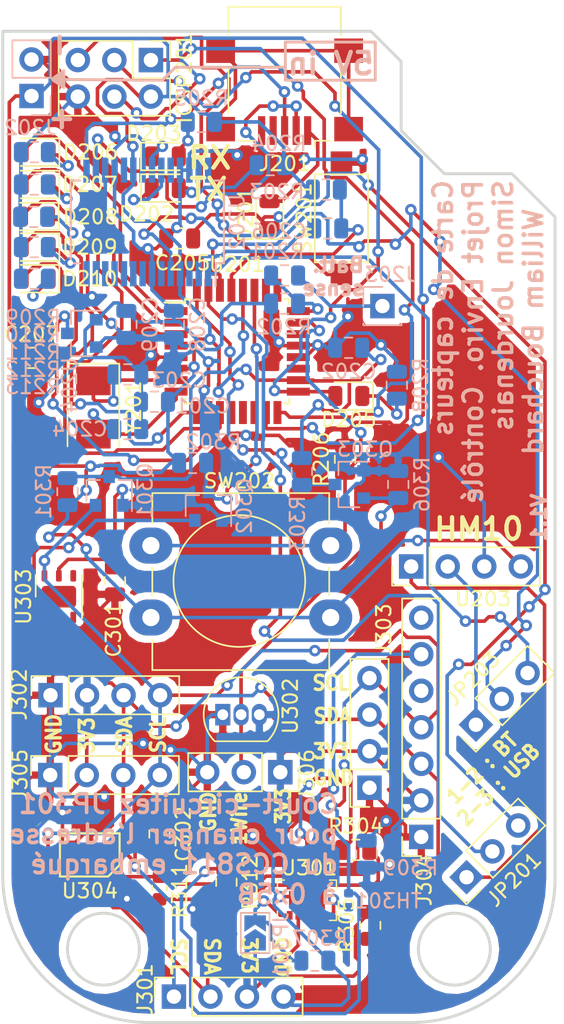
<source format=kicad_pcb>
(kicad_pcb (version 20171130) (host pcbnew "(5.0.0)")
  (title_block (title "Circuit du bloc de capteurs") (date 2021-03-26) (rev 1.0) (company "Cégep de Sherbrooke") (comment 1 "Projet de fin d'études") (comment 2 247-67P-SH) (comment 3 "William Bouchard") (comment 4 "Simon Jourdenais"))
  (layers (0 F.Cu signal) (31 B.Cu signal hide) (34 B.Paste user hide) (35 F.Paste user hide) (36 B.SilkS user) (37 F.SilkS user) (38 B.Mask user hide) (39 F.Mask user hide) (44 Edge.Cuts user))
  (net 0 "")
  (net 1 GND)
  (net 2 +5V)
  (net 3 "Net-(C203-Pad2)")
  (net 4 "Net-(C204-Pad2)")
  (net 5 "/Sensorblock MCU sheet/DTR")
  (net 6 "/Sensorblock MCU sheet/PC6-RST")
  (net 7 +3V3)
  (net 8 "Net-(C302-Pad2)")
  (net 9 "Net-(D201-Pad2)")
  (net 10 "Net-(D202-Pad1)")
  (net 11 "Net-(D202-Pad2)")
  (net 12 "Net-(D203-Pad2)")
  (net 13 "Net-(D203-Pad1)")
  (net 14 "/Sensorblock MCU sheet/PB5-SCK")
  (net 15 "Net-(D205-Pad1)")
  (net 16 "Net-(D206-Pad1)")
  (net 17 "/Sensorblock MCU sheet/LED_Meter_1")
  (net 18 "/Sensorblock MCU sheet/LED_Meter_2")
  (net 19 "Net-(D207-Pad1)")
  (net 20 "Net-(D208-Pad1)")
  (net 21 "/Sensorblock MCU sheet/LED_Meter_3")
  (net 22 "/Sensorblock MCU sheet/LED_Meter_4")
  (net 23 "Net-(D209-Pad1)")
  (net 24 "Net-(D210-Pad1)")
  (net 25 "/Sensorblock MCU sheet/LED_Meter_5")
  (net 26 "/Sensorblock MCU sheet/PB4-MISO")
  (net 27 "/Sensorblock MCU sheet/PB3-MOSI")
  (net 28 "Net-(J201-Pad2)")
  (net 29 "Net-(J201-Pad3)")
  (net 30 "Net-(J201-Pad4)")
  (net 31 "Net-(J201-Pad6)")
  (net 32 "/Sensorblock sensor sheet/SDA_3V3")
  (net 33 "/Sensorblock sensor sheet/SCL_3V3")
  (net 34 "/Sensorblock sensor sheet/CO2_!Int")
  (net 35 "/Sensorblock sensor sheet/1Wire_3V3")
  (net 36 "/Sensorblock MCU sheet/BT_RX")
  (net 37 "/Sensorblock MCU sheet/TX_ARD")
  (net 38 "/Sensorblock MCU sheet/USB_RX")
  (net 39 "/Sensorblock MCU sheet/USB_TX")
  (net 40 "/Sensorblock MCU sheet/RX_ARD")
  (net 41 "/Sensorblock MCU sheet/BT_TX")
  (net 42 "Net-(JP301-Pad2)")
  (net 43 AT_SCL)
  (net 44 AT_SDA)
  (net 45 AT_1Wire)
  (net 46 "/Sensorblock MCU sheet/BTN_In")
  (net 47 "Net-(R312-Pad1)")
  (net 48 "Net-(TH301-Pad1)")
  (net 49 "Net-(U201-Pad12)")
  (net 50 "Net-(U201-Pad13)")
  (net 51 "/Sensorblock MCU sheet/PB2-SS")
  (net 52 "Net-(U201-Pad19)")
  (net 53 "Net-(U201-Pad22)")
  (net 54 "Net-(U201-Pad25)")
  (net 55 "Net-(U201-Pad26)")
  (net 56 "Net-(U202-Pad3)")
  (net 57 "Net-(U202-Pad6)")
  (net 58 "Net-(U202-Pad9)")
  (net 59 "Net-(U202-Pad10)")
  (net 60 "Net-(U202-Pad11)")
  (net 61 "Net-(U202-Pad12)")
  (net 62 "Net-(U202-Pad13)")
  (net 63 "Net-(U202-Pad14)")
  (net 64 "Net-(U202-Pad19)")
  (net 65 "Net-(U202-Pad27)")
  (net 66 "Net-(U202-Pad28)")
  (net 67 "Net-(U303-Pad3)")
  (net 68 "Net-(U303-Pad4)")
  (net 69 "Net-(J203-Pad1)")
  (net 70 "Net-(R201-Pad2)")
  (net 71 "Net-(J304-Pad5)")
  (net 72 "Net-(J304-Pad7)")
  (module Connector_PinSocket_2.54mm:PinSocket_1x07_P2.54mm_Vertical (layer F.Cu) (at 162.4 114.2 180)
    (fp_text reference J304 (at -0.2 -3 270) (layer F.SilkS))
    (fp_text value Conn_Keyes_CCS)
    (pad 1 thru_hole rect (at 0 0 180) (size 1.7 1.7) (drill 1) (layers *.Cu *.Mask) (net 1 GND))
    (pad 2 thru_hole oval (at 0 2.54 180) (size 1.7 1.7) (drill 1) (layers *.Cu *.Mask) (net 7 +3V3))
    (pad 3 thru_hole oval (at 0 5.08 180) (size 1.7 1.7) (drill 1) (layers *.Cu *.Mask) (net 32 "/Sensorblock sensor sheet/SDA_3V3"))
    (pad 4 thru_hole oval (at 0 7.62 180) (size 1.7 1.7) (drill 1) (layers *.Cu *.Mask) (net 33 "/Sensorblock sensor sheet/SCL_3V3"))
    (pad 5 thru_hole oval (at 0 10.16 180) (size 1.7 1.7) (drill 1) (layers *.Cu *.Mask) (net 71 "Net-(J304-Pad5)"))
    (pad 6 thru_hole oval (at 0 12.7 180) (size 1.7 1.7) (drill 1) (layers *.Cu *.Mask) (net 1 GND))
    (pad 7 thru_hole oval (at 0 15.24 180) (size 1.7 1.7) (drill 1) (layers *.Cu *.Mask) (net 72 "Net-(J304-Pad7)"))
  )
  (module Connector_PinHeader_2.54mm:PinHeader_1x03_P2.54mm_Vertical (layer F.Cu) (at 165.55 117 135)
    (fp_text reference JP201 (at -2.439518 2.227386 225) (layer F.SilkS))
    (fp_text value Jumper_NC_Dual)
    (pad 1 thru_hole rect (at 0 0 135) (size 1.7 1.7) (drill 1) (layers *.Cu *.Mask) (net 36 "/Sensorblock MCU sheet/BT_RX"))
    (pad 2 thru_hole oval (at 0 2.54 135) (size 1.7 1.7) (drill 1) (layers *.Cu *.Mask) (net 37 "/Sensorblock MCU sheet/TX_ARD"))
    (pad 3 thru_hole oval (at 0 5.079999 135) (size 1.7 1.7) (drill 1) (layers *.Cu *.Mask) (net 38 "/Sensorblock MCU sheet/USB_RX"))
  )
  (module Connector_PinHeader_2.54mm:PinHeader_1x03_P2.54mm_Vertical (layer F.Cu) (at 166.2 106.4 135)
    (fp_text reference JP203 (at 2.404163 2.12132 225) (layer F.SilkS))
    (fp_text value Jumper_NC_Dual)
    (pad 3 thru_hole oval (at 0 5.079999 135) (size 1.7 1.7) (drill 1) (layers *.Cu *.Mask) (net 39 "/Sensorblock MCU sheet/USB_TX"))
    (pad 2 thru_hole oval (at 0 2.54 135) (size 1.7 1.7) (drill 1) (layers *.Cu *.Mask) (net 40 "/Sensorblock MCU sheet/RX_ARD"))
    (pad 1 thru_hole rect (at 0 0 135) (size 1.7 1.7) (drill 1) (layers *.Cu *.Mask) (net 41 "/Sensorblock MCU sheet/BT_TX"))
  )
  (module Capacitor_SMD:C_0805_2012Metric (layer B.Cu) (at 143.85 83.95)
    (fp_text reference C201 (at 3.35 0.3) (layer B.SilkS) (effects (justify mirror)))
    (fp_text value "0.1 uF")
    (pad 1 smd roundrect (at -0.9375 0) (size 0.975 1.4) (layers B.Cu B.Paste B.Mask) (net 1 GND))
    (pad 2 smd roundrect (at 0.9375 0) (size 0.975 1.4) (layers B.Cu B.Paste B.Mask) (net 2 +5V))
  )
  (module Capacitor_SMD:C_0805_2012Metric (layer B.Cu) (at 157.35 80.2)
    (fp_text reference C202 (at 0 1.65) (layer B.SilkS) (effects (justify mirror)))
    (fp_text value "0.1 uF")
    (pad 2 smd roundrect (at 0.9375 0) (size 0.975 1.4) (layers B.Cu B.Paste B.Mask) (net 2 +5V))
    (pad 1 smd roundrect (at -0.9375 0) (size 0.975 1.4) (layers B.Cu B.Paste B.Mask) (net 1 GND))
  )
  (module Capacitor_SMD:C_0805_2012Metric (layer B.Cu) (at 141.993195 82.050795 180)
    (fp_text reference C203 (at -3.556805 -0.399205 180) (layer B.SilkS) (effects (justify mirror)))
    (fp_text value "18 pF")
    (pad 2 smd roundrect (at 0.9375 0 180) (size 0.975 1.4) (layers B.Cu B.Paste B.Mask) (net 3 "Net-(C203-Pad2)"))
    (pad 1 smd roundrect (at -0.9375 0 180) (size 0.975 1.4) (layers B.Cu B.Paste B.Mask) (net 1 GND))
  )
  (module Capacitor_SMD:C_0805_2012Metric (layer B.Cu) (at 141.993195 85.850796 180)
    (fp_text reference C204 (at 3.343195 0.000796 180) (layer B.SilkS) (effects (justify mirror)))
    (fp_text value "18 pF")
    (pad 1 smd roundrect (at -0.9375 0 180) (size 0.975 1.4) (layers B.Cu B.Paste B.Mask) (net 1 GND))
    (pad 2 smd roundrect (at 0.9375 0 180) (size 0.975 1.4) (layers B.Cu B.Paste B.Mask) (net 4 "Net-(C204-Pad2)"))
  )
  (module Capacitor_SMD:C_0805_2012Metric (layer F.Cu) (at 145.6 72.6)
    (fp_text reference C205 (at 0.2 1.7) (layer F.SilkS))
    (fp_text value "0.1 uF")
    (pad 2 smd roundrect (at 0.9375 0) (size 0.975 1.4) (layers F.Cu F.Paste F.Mask) (net 2 +5V))
    (pad 1 smd roundrect (at -0.9375 0) (size 0.975 1.4) (layers F.Cu F.Paste F.Mask) (net 1 GND))
  )
  (module Capacitor_SMD:C_0805_2012Metric (layer B.Cu) (at 155.9 71.9)
    (fp_text reference C206 (at -3.4 0.2) (layer B.SilkS) (effects (justify mirror)))
    (fp_text value "0.1 uF")
    (pad 1 smd roundrect (at -0.9375 0) (size 0.975 1.4) (layers B.Cu B.Paste B.Mask) (net 5 "/Sensorblock MCU sheet/DTR"))
    (pad 2 smd roundrect (at 0.9375 0) (size 0.975 1.4) (layers B.Cu B.Paste B.Mask) (net 6 "/Sensorblock MCU sheet/PC6-RST"))
  )
  (module Capacitor_SMD:C_0805_2012Metric (layer F.Cu) (at 141.1 96.4 270)
    (fp_text reference C301 (at 3.4 0.1 270) (layer F.SilkS))
    (fp_text value "0.1 uF")
    (pad 2 smd roundrect (at 0.9375 0 270) (size 0.975 1.4) (layers F.Cu F.Paste F.Mask) (net 1 GND))
    (pad 1 smd roundrect (at -0.9375 0 270) (size 0.975 1.4) (layers F.Cu F.Paste F.Mask) (net 7 +3V3))
  )
  (module Capacitor_SMD:C_0805_2012Metric (layer F.Cu) (at 144.200001 114 270)
    (fp_text reference C302 (at 0 -1.65 270) (layer F.SilkS))
    (fp_text value "0.1 uF")
    (pad 1 smd roundrect (at -0.9375 0 270) (size 0.975 1.4) (layers F.Cu F.Paste F.Mask) (net 1 GND))
    (pad 2 smd roundrect (at 0.9375 0 270) (size 0.975 1.4) (layers F.Cu F.Paste F.Mask) (net 8 "Net-(C302-Pad2)"))
  )
  (module Diode_SMD:D_0805_2012Metric (layer F.Cu) (at 151.85 70.95 90)
    (fp_text reference D201 (at 0 -1.65 90) (layer F.SilkS))
    (fp_text value D_Schottky)
    (pad 1 smd roundrect (at -0.9375 0 90) (size 0.975 1.4) (layers F.Cu F.Paste F.Mask) (net 2 +5V))
    (pad 2 smd roundrect (at 0.9375 0 90) (size 0.975 1.4) (layers F.Cu F.Paste F.Mask) (net 9 "Net-(D201-Pad2)"))
  )
  (module LED_SMD:LED_0805_2012Metric (layer F.Cu) (at 144.6 69.1)
    (fp_text reference D202 (at -1.3 1.8) (layer F.SilkS))
    (fp_text value LED_RED_TX)
    (pad 1 smd roundrect (at -0.9375 0) (size 0.975 1.4) (layers F.Cu F.Paste F.Mask) (net 10 "Net-(D202-Pad1)"))
    (pad 2 smd roundrect (at 0.9375 0) (size 0.975 1.4) (layers F.Cu F.Paste F.Mask) (net 11 "Net-(D202-Pad2)"))
  )
  (module LED_SMD:LED_0805_2012Metric (layer F.Cu) (at 144.6 66.9)
    (fp_text reference D203 (at -0.8 -1.6 180) (layer F.SilkS))
    (fp_text value LED_BLUE_RX)
    (pad 2 smd roundrect (at 0.9375 0) (size 0.975 1.4) (layers F.Cu F.Paste F.Mask) (net 12 "Net-(D203-Pad2)"))
    (pad 1 smd roundrect (at -0.9375 0) (size 0.975 1.4) (layers F.Cu F.Paste F.Mask) (net 13 "Net-(D203-Pad1)"))
  )
  (module LED_SMD:LED_0805_2012Metric (layer F.Cu) (at 157.362499 83.55 180)
    (fp_text reference D205 (at 0 -1.65 180) (layer F.SilkS))
    (fp_text value LED_YLW_USR)
    (pad 2 smd roundrect (at 0.9375 0 180) (size 0.975 1.4) (layers F.Cu F.Paste F.Mask) (net 14 "/Sensorblock MCU sheet/PB5-SCK"))
    (pad 1 smd roundrect (at -0.9375 0 180) (size 0.975 1.4) (layers F.Cu F.Paste F.Mask) (net 15 "Net-(D205-Pad1)"))
  )
  (module LED_SMD:LED_0805_2012Metric (layer F.Cu) (at 135.55 66.599999 180)
    (fp_text reference D206 (at -3.85 -0.000001 180) (layer F.SilkS))
    (fp_text value LED_RED)
    (pad 1 smd roundrect (at -0.9375 0 180) (size 0.975 1.4) (layers F.Cu F.Paste F.Mask) (net 16 "Net-(D206-Pad1)"))
    (pad 2 smd roundrect (at 0.9375 0 180) (size 0.975 1.4) (layers F.Cu F.Paste F.Mask) (net 17 "/Sensorblock MCU sheet/LED_Meter_1"))
  )
  (module LED_SMD:LED_0805_2012Metric (layer F.Cu) (at 135.55 68.85 180)
    (fp_text reference D207 (at -3.8 0 180) (layer F.SilkS))
    (fp_text value LED_YLW)
    (pad 2 smd roundrect (at 0.9375 0 180) (size 0.975 1.4) (layers F.Cu F.Paste F.Mask) (net 18 "/Sensorblock MCU sheet/LED_Meter_2"))
    (pad 1 smd roundrect (at -0.9375 0 180) (size 0.975 1.4) (layers F.Cu F.Paste F.Mask) (net 19 "Net-(D207-Pad1)"))
  )
  (module LED_SMD:LED_0805_2012Metric (layer F.Cu) (at 135.505 71.079999 180)
    (fp_text reference D208 (at -3.895001 -0.020001 180) (layer F.SilkS))
    (fp_text value LED_YLW)
    (pad 1 smd roundrect (at -0.9375 0 180) (size 0.975 1.4) (layers F.Cu F.Paste F.Mask) (net 20 "Net-(D208-Pad1)"))
    (pad 2 smd roundrect (at 0.9375 0 180) (size 0.975 1.4) (layers F.Cu F.Paste F.Mask) (net 21 "/Sensorblock MCU sheet/LED_Meter_3"))
  )
  (module LED_SMD:LED_0805_2012Metric (layer F.Cu) (at 135.550001 73.2 180)
    (fp_text reference D209 (at -3.799999 0 180) (layer F.SilkS))
    (fp_text value LED_GRN)
    (pad 2 smd roundrect (at 0.9375 0 180) (size 0.975 1.4) (layers F.Cu F.Paste F.Mask) (net 22 "/Sensorblock MCU sheet/LED_Meter_4"))
    (pad 1 smd roundrect (at -0.9375 0 180) (size 0.975 1.4) (layers F.Cu F.Paste F.Mask) (net 23 "Net-(D209-Pad1)"))
  )
  (module LED_SMD:LED_0805_2012Metric (layer F.Cu) (at 135.55 75.4 180)
    (fp_text reference D210 (at -3.8 0 180) (layer F.SilkS))
    (fp_text value LED_GRN)
    (pad 1 smd roundrect (at -0.9375 0 180) (size 0.975 1.4) (layers F.Cu F.Paste F.Mask) (net 24 "Net-(D210-Pad1)"))
    (pad 2 smd roundrect (at 0.9375 0 180) (size 0.975 1.4) (layers F.Cu F.Paste F.Mask) (net 25 "/Sensorblock MCU sheet/LED_Meter_5"))
  )
  (module Connector_PinHeader_2.54mm:PinHeader_2x03_P2.54mm_Vertical (layer F.Cu) (at 143.6 60.2 270)
    (fp_text reference ICSP201 (at 1.27 -2.33 270) (layer F.SilkS))
    (fp_text value Conn_02x03)
    (pad 1 thru_hole rect (at 0 0 270) (size 1.7 1.7) (drill 1) (layers *.Cu *.Mask) (net 26 "/Sensorblock MCU sheet/PB4-MISO"))
    (pad 2 thru_hole oval (at 2.54 0 270) (size 1.7 1.7) (drill 1) (layers *.Cu *.Mask) (net 2 +5V))
    (pad 3 thru_hole oval (at 0 2.54 270) (size 1.7 1.7) (drill 1) (layers *.Cu *.Mask) (net 14 "/Sensorblock MCU sheet/PB5-SCK"))
    (pad 4 thru_hole oval (at 2.54 2.54 270) (size 1.7 1.7) (drill 1) (layers *.Cu *.Mask) (net 27 "/Sensorblock MCU sheet/PB3-MOSI"))
    (pad 5 thru_hole oval (at 0 5.08 270) (size 1.7 1.7) (drill 1) (layers *.Cu *.Mask) (net 6 "/Sensorblock MCU sheet/PC6-RST"))
    (pad 6 thru_hole oval (at 2.54 5.08 270) (size 1.7 1.7) (drill 1) (layers *.Cu *.Mask) (net 1 GND))
  )
  (module Connector_USB:USB_Mini-B_Lumberg_2486_01_Horizontal (layer F.Cu) (at 152.9 62.4 180)
    (fp_text reference J201 (at 0 -5 180) (layer F.SilkS))
    (fp_text value USB_B_Mini)
    (pad 1 smd rect (at -1.6 -2.7 180) (size 0.5 2) (layers F.Cu F.Paste F.Mask) (net 9 "Net-(D201-Pad2)"))
    (pad 2 smd rect (at -0.8 -2.7 180) (size 0.5 2) (layers F.Cu F.Paste F.Mask) (net 28 "Net-(J201-Pad2)"))
    (pad 3 smd rect (at 0 -2.7 180) (size 0.5 2) (layers F.Cu F.Paste F.Mask) (net 29 "Net-(J201-Pad3)"))
    (pad 4 smd rect (at 0.8 -2.7 180) (size 0.5 2) (layers F.Cu F.Paste F.Mask) (net 30 "Net-(J201-Pad4)"))
    (pad 5 smd rect (at 1.6 -2.7 180) (size 0.5 2) (layers F.Cu F.Paste F.Mask) (net 1 GND))
    (pad 6 smd rect (at -4.45 -2.6 180) (size 2 1.7) (layers F.Cu F.Paste F.Mask) (net 31 "Net-(J201-Pad6)"))
    (pad 6 smd rect (at -4.45 2.85 180) (size 2 1.7) (layers F.Cu F.Paste F.Mask) (net 31 "Net-(J201-Pad6)"))
    (pad 6 smd rect (at 4.45 -2.6 180) (size 2 1.7) (layers F.Cu F.Paste F.Mask) (net 31 "Net-(J201-Pad6)"))
    (pad 6 smd rect (at 4.45 2.85 180) (size 2 1.7) (layers F.Cu F.Paste F.Mask) (net 31 "Net-(J201-Pad6)"))
    (pad "" np_thru_hole circle (at -2.2 0 180) (size 1 1) (drill 1) (layers *.Cu *.Mask))
    (pad "" np_thru_hole circle (at 2.2 0 180) (size 1 1) (drill 1) (layers *.Cu *.Mask))
  )
  (module Connector_PinSocket_2.54mm:PinSocket_1x02_P2.54mm_Vertical (layer B.Cu) (at 135.3 62.7)
    (fp_text reference J202 (at -0.1 2.2 180) (layer B.SilkS) (effects (justify mirror)))
    (fp_text value Conn_01x02_Female)
    (pad 1 thru_hole rect (at 0 0) (size 1.7 1.7) (drill 1) (layers *.Cu *.Mask) (net 2 +5V))
    (pad 2 thru_hole oval (at 0 -2.54) (size 1.7 1.7) (drill 1) (layers *.Cu *.Mask) (net 1 GND))
  )
  (module Connector_PinSocket_2.54mm:PinSocket_1x04_P2.54mm_Vertical (layer F.Cu) (at 145.2 125.3 90)
    (fp_text reference J301 (at 0.5 -2 270) (layer F.SilkS))
    (fp_text value Conn_OLED_Screen)
    (pad 1 thru_hole rect (at 0 0 90) (size 1.7 1.7) (drill 1) (layers *.Cu *.Mask) (net 32 "/Sensorblock sensor sheet/SDA_3V3"))
    (pad 2 thru_hole oval (at 0 2.54 90) (size 1.7 1.7) (drill 1) (layers *.Cu *.Mask) (net 33 "/Sensorblock sensor sheet/SCL_3V3"))
    (pad 3 thru_hole oval (at 0 5.08 90) (size 1.7 1.7) (drill 1) (layers *.Cu *.Mask) (net 7 +3V3))
    (pad 4 thru_hole oval (at 0 7.62 90) (size 1.7 1.7) (drill 1) (layers *.Cu *.Mask) (net 1 GND))
  )
  (module Connector_PinSocket_2.54mm:PinSocket_1x04_P2.54mm_Vertical (layer F.Cu) (at 136.62 104.35 90)
    (fp_text reference J302 (at 0.05 -2.17 90) (layer F.SilkS))
    (fp_text value Conn_01x04)
    (pad 4 thru_hole oval (at 0 7.62 90) (size 1.7 1.7) (drill 1) (layers *.Cu *.Mask) (net 33 "/Sensorblock sensor sheet/SCL_3V3"))
    (pad 3 thru_hole oval (at 0 5.08 90) (size 1.7 1.7) (drill 1) (layers *.Cu *.Mask) (net 32 "/Sensorblock sensor sheet/SDA_3V3"))
    (pad 2 thru_hole oval (at 0 2.54 90) (size 1.7 1.7) (drill 1) (layers *.Cu *.Mask) (net 7 +3V3))
    (pad 1 thru_hole rect (at 0 0 90) (size 1.7 1.7) (drill 1) (layers *.Cu *.Mask) (net 1 GND))
  )
  (module Connector_PinSocket_2.54mm:PinSocket_1x03_P2.54mm_Vertical (layer F.Cu) (at 152.6 109.7 270)
    (fp_text reference J306 (at 0.2 -1.85 270) (layer F.SilkS))
    (fp_text value Conn_01x03)
    (pad 1 thru_hole rect (at 0 0 270) (size 1.7 1.7) (drill 1) (layers *.Cu *.Mask) (net 7 +3V3))
    (pad 2 thru_hole oval (at 0 2.54 270) (size 1.7 1.7) (drill 1) (layers *.Cu *.Mask) (net 35 "/Sensorblock sensor sheet/1Wire_3V3"))
    (pad 3 thru_hole oval (at 0 5.08 270) (size 1.7 1.7) (drill 1) (layers *.Cu *.Mask) (net 1 GND))
  )
  (module Jumper:SolderJumper-2_P1.3mm_Open_TrianglePad1.0x1.5mm (layer B.Cu) (at 150.85 120.875 90)
    (fp_text reference JP301 (at -0.875 1.8 90) (layer B.SilkS) (effects (justify mirror)))
    (fp_text value Jumper_Address_I2C)
    (pad 2 smd custom (at 0.725 0 90) (size 0.3 0.3) (layers B.Cu B.Mask) (net 42 "Net-(JP301-Pad2)") (options (clearance outline) (anchor rect)) (primitives (gr_poly (pts (xy -0.65 0.75) (xy 0.5 0.75) (xy 0.5 -0.75) (xy -0.65 -0.75) (xy -0.15 0)) (width 0))))
    (pad 1 smd custom (at -0.725 0 90) (size 0.3 0.3) (layers B.Cu B.Mask) (net 7 +3V3) (options (clearance outline) (anchor rect)) (primitives (gr_poly (pts (xy -0.5 0.75) (xy 0.5 0.75) (xy 1 0) (xy 0.5 -0.75) (xy -0.5 -0.75)) (width 0))))
  )
  (module Package_TO_SOT_SMD:SOT-23 (layer B.Cu) (at 140.7 90.15 90)
    (fp_text reference Q301 (at 0 2.5 90) (layer B.SilkS) (effects (justify mirror)))
    (fp_text value BSS138)
    (pad 1 smd rect (at -1 0.95 90) (size 0.9 0.8) (layers B.Cu B.Paste B.Mask) (net 7 +3V3))
    (pad 2 smd rect (at -1 -0.95 90) (size 0.9 0.8) (layers B.Cu B.Paste B.Mask) (net 33 "/Sensorblock sensor sheet/SCL_3V3"))
    (pad 3 smd rect (at 1 0 90) (size 0.9 0.8) (layers B.Cu B.Paste B.Mask) (net 43 AT_SCL))
  )
  (module Package_TO_SOT_SMD:SOT-23 (layer B.Cu) (at 147.6 91.2 90)
    (fp_text reference Q302 (at 0 2.5 90) (layer B.SilkS) (effects (justify mirror)))
    (fp_text value BSS138)
    (pad 3 smd rect (at 1 0 90) (size 0.9 0.8) (layers B.Cu B.Paste B.Mask) (net 44 AT_SDA))
    (pad 2 smd rect (at -1 -0.95 90) (size 0.9 0.8) (layers B.Cu B.Paste B.Mask) (net 32 "/Sensorblock sensor sheet/SDA_3V3"))
    (pad 1 smd rect (at -1 0.95 90) (size 0.9 0.8) (layers B.Cu B.Paste B.Mask) (net 7 +3V3))
  )
  (module Package_TO_SOT_SMD:SOT-23 (layer B.Cu) (at 157.4 89.7 180)
    (fp_text reference Q303 (at -1.1 2.45 180) (layer B.SilkS) (effects (justify mirror)))
    (fp_text value BSS138)
    (pad 1 smd rect (at -1 0.95 180) (size 0.9 0.8) (layers B.Cu B.Paste B.Mask) (net 7 +3V3))
    (pad 2 smd rect (at -1 -0.95 180) (size 0.9 0.8) (layers B.Cu B.Paste B.Mask) (net 35 "/Sensorblock sensor sheet/1Wire_3V3"))
    (pad 3 smd rect (at 1 0 180) (size 0.9 0.8) (layers B.Cu B.Paste B.Mask) (net 45 AT_1Wire))
  )
  (module Resistor_SMD:R_0805_2012Metric (layer B.Cu) (at 155.8 69.2)
    (fp_text reference R203 (at -3.45 0.15) (layer B.SilkS) (effects (justify mirror)))
    (fp_text value 10k)
    (pad 1 smd roundrect (at -0.9375 0) (size 0.975 1.4) (layers B.Cu B.Paste B.Mask) (net 2 +5V))
    (pad 2 smd roundrect (at 0.9375 0) (size 0.975 1.4) (layers B.Cu B.Paste B.Mask) (net 6 "/Sensorblock MCU sheet/PC6-RST"))
  )
  (module Resistor_SMD:R_0805_2012Metric (layer B.Cu) (at 151.9 67.5)
    (fp_text reference R204 (at 0.6 -1.5) (layer B.SilkS) (effects (justify mirror)))
    (fp_text value 330)
    (pad 1 smd roundrect (at -0.9375 0) (size 0.975 1.4) (layers B.Cu B.Paste B.Mask) (net 11 "Net-(D202-Pad2)"))
    (pad 2 smd roundrect (at 0.9375 0) (size 0.975 1.4) (layers B.Cu B.Paste B.Mask) (net 2 +5V))
  )
  (module Resistor_SMD:R_0805_2012Metric (layer B.Cu) (at 147.1 64.5 180)
    (fp_text reference R205 (at 0 1.65 180) (layer B.SilkS) (effects (justify mirror)))
    (fp_text value 330)
    (pad 2 smd roundrect (at 0.9375 0 180) (size 0.975 1.4) (layers B.Cu B.Paste B.Mask) (net 12 "Net-(D203-Pad2)"))
    (pad 1 smd roundrect (at -0.9375 0 180) (size 0.975 1.4) (layers B.Cu B.Paste B.Mask) (net 2 +5V))
  )
  (module Resistor_SMD:R_0805_2012Metric (layer F.Cu) (at 157.1 87.95 90)
    (fp_text reference R206 (at 0 -1.65 90) (layer F.SilkS))
    (fp_text value 4.7k)
    (pad 2 smd roundrect (at 0.9375 0 90) (size 0.975 1.4) (layers F.Cu F.Paste F.Mask) (net 1 GND))
    (pad 1 smd roundrect (at -0.9375 0 90) (size 0.975 1.4) (layers F.Cu F.Paste F.Mask) (net 46 "/Sensorblock MCU sheet/BTN_In"))
  )
  (module Resistor_SMD:R_0805_2012Metric (layer B.Cu) (at 160.7 82.8 90)
    (fp_text reference R208 (at 0 1.65 90) (layer B.SilkS) (effects (justify mirror)))
    (fp_text value 330)
    (pad 1 smd roundrect (at -0.9375 0 90) (size 0.975 1.4) (layers B.Cu B.Paste B.Mask) (net 15 "Net-(D205-Pad1)"))
    (pad 2 smd roundrect (at 0.9375 0 90) (size 0.975 1.4) (layers B.Cu B.Paste B.Mask) (net 1 GND))
  )
  (module Resistor_SMD:R_0805_2012Metric (layer B.Cu) (at 135.5 66.599999 180)
    (fp_text reference R209 (at 0.1 -11.500001) (layer B.SilkS) (effects (justify mirror)))
    (fp_text value 330)
    (pad 1 smd roundrect (at -0.9375 0 180) (size 0.975 1.4) (layers B.Cu B.Paste B.Mask) (net 16 "Net-(D206-Pad1)"))
    (pad 2 smd roundrect (at 0.9375 0 180) (size 0.975 1.4) (layers B.Cu B.Paste B.Mask) (net 1 GND))
  )
  (module Resistor_SMD:R_0805_2012Metric (layer B.Cu) (at 135.5 68.85 180)
    (fp_text reference R210 (at 0.1 -10.45 180) (layer B.SilkS) (effects (justify mirror)))
    (fp_text value 330)
    (pad 1 smd roundrect (at -0.9375 0 180) (size 0.975 1.4) (layers B.Cu B.Paste B.Mask) (net 19 "Net-(D207-Pad1)"))
    (pad 2 smd roundrect (at 0.9375 0 180) (size 0.975 1.4) (layers B.Cu B.Paste B.Mask) (net 1 GND))
  )
  (module Resistor_SMD:R_0805_2012Metric (layer B.Cu) (at 135.45 71.099999 180)
    (fp_text reference R211 (at 0.05 -9.400001 180) (layer B.SilkS) (effects (justify mirror)))
    (fp_text value 330)
    (pad 1 smd roundrect (at -0.9375 0 180) (size 0.975 1.4) (layers B.Cu B.Paste B.Mask) (net 20 "Net-(D208-Pad1)"))
    (pad 2 smd roundrect (at 0.9375 0 180) (size 0.975 1.4) (layers B.Cu B.Paste B.Mask) (net 1 GND))
  )
  (module Resistor_SMD:R_0805_2012Metric (layer B.Cu) (at 135.5 73.2 180)
    (fp_text reference R212 (at 0.1 -8.5 180) (layer B.SilkS) (effects (justify mirror)))
    (fp_text value 330)
    (pad 2 smd roundrect (at 0.9375 0 180) (size 0.975 1.4) (layers B.Cu B.Paste B.Mask) (net 1 GND))
    (pad 1 smd roundrect (at -0.9375 0 180) (size 0.975 1.4) (layers B.Cu B.Paste B.Mask) (net 23 "Net-(D209-Pad1)"))
  )
  (module Resistor_SMD:R_0805_2012Metric (layer B.Cu) (at 135.5 75.4 180)
    (fp_text reference R213 (at 0.1 -7.5 180) (layer B.SilkS) (effects (justify mirror)))
    (fp_text value 330)
    (pad 1 smd roundrect (at -0.9375 0 180) (size 0.975 1.4) (layers B.Cu B.Paste B.Mask) (net 24 "Net-(D210-Pad1)"))
    (pad 2 smd roundrect (at 0.9375 0 180) (size 0.975 1.4) (layers B.Cu B.Paste B.Mask) (net 1 GND))
  )
  (module Resistor_SMD:R_0805_2012Metric (layer B.Cu) (at 137.8 90.2 270)
    (fp_text reference R301 (at 0 1.65 270) (layer B.SilkS) (effects (justify mirror)))
    (fp_text value 10k)
    (pad 2 smd roundrect (at 0.9375 0 270) (size 0.975 1.4) (layers B.Cu B.Paste B.Mask) (net 2 +5V))
    (pad 1 smd roundrect (at -0.9375 0 270) (size 0.975 1.4) (layers B.Cu B.Paste B.Mask) (net 43 AT_SCL))
  )
  (module Resistor_SMD:R_0805_2012Metric (layer B.Cu) (at 146.5 88.2 180)
    (fp_text reference R302 (at -1.45 1.45 180) (layer B.SilkS) (effects (justify mirror)))
    (fp_text value 10k)
    (pad 1 smd roundrect (at -0.9375 0 180) (size 0.975 1.4) (layers B.Cu B.Paste B.Mask) (net 44 AT_SDA))
    (pad 2 smd roundrect (at 0.9375 0 180) (size 0.975 1.4) (layers B.Cu B.Paste B.Mask) (net 2 +5V))
  )
  (module Resistor_SMD:R_0805_2012Metric (layer B.Cu) (at 154.1 88.8 90)
    (fp_text reference R303 (at -3.6 -0.3 90) (layer B.SilkS) (effects (justify mirror)))
    (fp_text value 10k)
    (pad 2 smd roundrect (at 0.9375 0 90) (size 0.975 1.4) (layers B.Cu B.Paste B.Mask) (net 2 +5V))
    (pad 1 smd roundrect (at -0.9375 0 90) (size 0.975 1.4) (layers B.Cu B.Paste B.Mask) (net 45 AT_1Wire))
  )
  (module Resistor_SMD:R_0805_2012Metric (layer F.Cu) (at 157.85 115.1)
    (fp_text reference R304 (at 0 -1.65) (layer F.SilkS))
    (fp_text value 10k)
    (pad 1 smd roundrect (at -0.9375 0) (size 0.975 1.4) (layers F.Cu F.Paste F.Mask) (net 33 "/Sensorblock sensor sheet/SCL_3V3"))
    (pad 2 smd roundrect (at 0.9375 0) (size 0.975 1.4) (layers F.Cu F.Paste F.Mask) (net 7 +3V3))
  )
  (module Resistor_SMD:R_0805_2012Metric (layer F.Cu) (at 158.85 120.35 90)
    (fp_text reference R305 (at 0 -1.65 90) (layer F.SilkS))
    (fp_text value 10k)
    (pad 2 smd roundrect (at 0.9375 0 90) (size 0.975 1.4) (layers F.Cu F.Paste F.Mask) (net 7 +3V3))
    (pad 1 smd roundrect (at -0.9375 0 90) (size 0.975 1.4) (layers F.Cu F.Paste F.Mask) (net 32 "/Sensorblock sensor sheet/SDA_3V3"))
  )
  (module Resistor_SMD:R_0805_2012Metric (layer B.Cu) (at 160.8 89.7 90)
    (fp_text reference R306 (at 0 1.65 90) (layer B.SilkS) (effects (justify mirror)))
    (fp_text value 10k)
    (pad 2 smd roundrect (at 0.9375 0 90) (size 0.975 1.4) (layers B.Cu B.Paste B.Mask) (net 7 +3V3))
    (pad 1 smd roundrect (at -0.9375 0 90) (size 0.975 1.4) (layers B.Cu B.Paste B.Mask) (net 35 "/Sensorblock sensor sheet/1Wire_3V3"))
  )
  (module Resistor_SMD:R_0805_2012Metric (layer B.Cu) (at 155 122.8 180)
    (fp_text reference R307 (at -0.35 1.55 180) (layer B.SilkS) (effects (justify mirror)))
    (fp_text value 10k)
    (pad 2 smd roundrect (at 0.9375 0 180) (size 0.975 1.4) (layers B.Cu B.Paste B.Mask) (net 42 "Net-(JP301-Pad2)"))
    (pad 1 smd roundrect (at -0.9375 0 180) (size 0.975 1.4) (layers B.Cu B.Paste B.Mask) (net 1 GND))
  )
  (module Resistor_SMD:R_0805_2012Metric (layer B.Cu) (at 158.6 115.4 270)
    (fp_text reference R309 (at 0.95 -3.05) (layer B.SilkS) (effects (justify mirror)))
    (fp_text value 10k)
    (pad 1 smd roundrect (at -0.9375 0 270) (size 0.975 1.4) (layers B.Cu B.Paste B.Mask) (net 1 GND))
    (pad 2 smd roundrect (at 0.9375 0 270) (size 0.975 1.4) (layers B.Cu B.Paste B.Mask) (net 7 +3V3))
  )
  (module Resistor_SMD:R_0603_1608Metric (layer F.Cu) (at 144.2 117.75 90)
    (fp_text reference R311 (at -0.2 1.4 90) (layer F.SilkS))
    (fp_text value "4.7 Ohms")
    (pad 1 smd roundrect (at -0.7875 0 90) (size 0.875 0.95) (layers F.Cu F.Paste F.Mask) (net 7 +3V3))
    (pad 2 smd roundrect (at 0.7875 0 90) (size 0.875 0.95) (layers F.Cu F.Paste F.Mask) (net 8 "Net-(C302-Pad2)"))
  )
  (module Resistor_SMD:R_0805_2012Metric (layer F.Cu) (at 148.85 117.35 270)
    (fp_text reference R312 (at 0 -1.65 270) (layer F.SilkS))
    (fp_text value 100k)
    (pad 2 smd roundrect (at 0.9375 0 270) (size 0.975 1.4) (layers F.Cu F.Paste F.Mask) (net 7 +3V3))
    (pad 1 smd roundrect (at -0.9375 0 270) (size 0.975 1.4) (layers F.Cu F.Paste F.Mask) (net 47 "Net-(R312-Pad1)"))
  )
  (module Button_Switch_THT:SW_PUSH-12mm_Wuerth-430476085716 (layer F.Cu) (at 156.1 98.95 180)
    (fp_text reference SW202 (at 6.35 9.5 180) (layer F.SilkS))
    (fp_text value SW_Push)
    (pad 2 thru_hole oval (at 0 5 180) (size 3 2.5) (drill 1.2) (layers *.Cu *.Mask) (net 46 "/Sensorblock MCU sheet/BTN_In"))
    (pad 1 thru_hole oval (at 0 0 180) (size 3 2.5) (drill 1.2) (layers *.Cu *.Mask) (net 2 +5V))
    (pad 2 thru_hole oval (at 12.5 5 180) (size 3 2.5) (drill 1.2) (layers *.Cu *.Mask) (net 46 "/Sensorblock MCU sheet/BTN_In"))
    (pad 1 thru_hole oval (at 12.5 0 180) (size 3 2.5) (drill 1.2) (layers *.Cu *.Mask) (net 2 +5V))
  )
  (module Resistor_SMD:R_0402_1005Metric (layer B.Cu) (at 157.35 118.6 90)
    (fp_text reference TH301 (at -0.05 2.75 180) (layer B.SilkS) (effects (justify mirror)))
    (fp_text value 10k)
    (pad 1 smd roundrect (at -0.485 0 90) (size 0.59 0.64) (layers B.Cu B.Paste B.Mask) (net 48 "Net-(TH301-Pad1)"))
    (pad 2 smd roundrect (at 0.485 0 90) (size 0.59 0.64) (layers B.Cu B.Paste B.Mask) (net 47 "Net-(R312-Pad1)"))
  )
  (module Package_QFP:TQFP-32_7x7mm_P0.8mm (layer F.Cu) (at 149.6 80.45)
    (fp_text reference U201 (at 0 -6.05) (layer F.SilkS))
    (fp_text value ATmega328P-AU)
    (pad 1 smd rect (at -4.25 -2.8) (size 1.6 0.55) (layers F.Cu F.Paste F.Mask) (net 17 "/Sensorblock MCU sheet/LED_Meter_1"))
    (pad 2 smd rect (at -4.25 -2) (size 1.6 0.55) (layers F.Cu F.Paste F.Mask) (net 18 "/Sensorblock MCU sheet/LED_Meter_2"))
    (pad 3 smd rect (at -4.25 -1.2) (size 1.6 0.55) (layers F.Cu F.Paste F.Mask) (net 1 GND))
    (pad 4 smd rect (at -4.25 -0.4) (size 1.6 0.55) (layers F.Cu F.Paste F.Mask) (net 2 +5V))
    (pad 5 smd rect (at -4.25 0.4) (size 1.6 0.55) (layers F.Cu F.Paste F.Mask) (net 1 GND))
    (pad 6 smd rect (at -4.25 1.2) (size 1.6 0.55) (layers F.Cu F.Paste F.Mask) (net 2 +5V))
    (pad 7 smd rect (at -4.25 2) (size 1.6 0.55) (layers F.Cu F.Paste F.Mask) (net 3 "Net-(C203-Pad2)"))
    (pad 8 smd rect (at -4.25 2.8) (size 1.6 0.55) (layers F.Cu F.Paste F.Mask) (net 4 "Net-(C204-Pad2)"))
    (pad 9 smd rect (at -2.8 4.25 90) (size 1.6 0.55) (layers F.Cu F.Paste F.Mask) (net 21 "/Sensorblock MCU sheet/LED_Meter_3"))
    (pad 10 smd rect (at -2 4.25 90) (size 1.6 0.55) (layers F.Cu F.Paste F.Mask) (net 22 "/Sensorblock MCU sheet/LED_Meter_4"))
    (pad 11 smd rect (at -1.2 4.25 90) (size 1.6 0.55) (layers F.Cu F.Paste F.Mask) (net 25 "/Sensorblock MCU sheet/LED_Meter_5"))
    (pad 12 smd rect (at -0.4 4.25 90) (size 1.6 0.55) (layers F.Cu F.Paste F.Mask) (net 49 "Net-(U201-Pad12)"))
    (pad 13 smd rect (at 0.4 4.25 90) (size 1.6 0.55) (layers F.Cu F.Paste F.Mask) (net 50 "Net-(U201-Pad13)"))
    (pad 14 smd rect (at 1.2 4.25 90) (size 1.6 0.55) (layers F.Cu F.Paste F.Mask) (net 51 "/Sensorblock MCU sheet/PB2-SS"))
    (pad 15 smd rect (at 2 4.25 90) (size 1.6 0.55) (layers F.Cu F.Paste F.Mask) (net 27 "/Sensorblock MCU sheet/PB3-MOSI"))
    (pad 16 smd rect (at 2.8 4.25 90) (size 1.6 0.55) (layers F.Cu F.Paste F.Mask) (net 26 "/Sensorblock MCU sheet/PB4-MISO"))
    (pad 17 smd rect (at 4.25 2.8) (size 1.6 0.55) (layers F.Cu F.Paste F.Mask) (net 14 "/Sensorblock MCU sheet/PB5-SCK"))
    (pad 18 smd rect (at 4.25 2) (size 1.6 0.55) (layers F.Cu F.Paste F.Mask) (net 2 +5V))
    (pad 19 smd rect (at 4.25 1.2) (size 1.6 0.55) (layers F.Cu F.Paste F.Mask) (net 52 "Net-(U201-Pad19)"))
    (pad 20 smd rect (at 4.25 0.4) (size 1.6 0.55) (layers F.Cu F.Paste F.Mask) (net 1 GND))
    (pad 21 smd rect (at 4.25 -0.4) (size 1.6 0.55) (layers F.Cu F.Paste F.Mask) (net 1 GND))
    (pad 22 smd rect (at 4.25 -1.2) (size 1.6 0.55) (layers F.Cu F.Paste F.Mask) (net 53 "Net-(U201-Pad22)"))
    (pad 23 smd rect (at 4.25 -2) (size 1.6 0.55) (layers F.Cu F.Paste F.Mask) (net 46 "/Sensorblock MCU sheet/BTN_In"))
    (pad 24 smd rect (at 4.25 -2.8) (size 1.6 0.55) (layers F.Cu F.Paste F.Mask) (net 70 "Net-(R201-Pad2)"))
    (pad 25 smd rect (at 2.8 -4.25 90) (size 1.6 0.55) (layers F.Cu F.Paste F.Mask) (net 54 "Net-(U201-Pad25)"))
    (pad 26 smd rect (at 2 -4.25 90) (size 1.6 0.55) (layers F.Cu F.Paste F.Mask) (net 55 "Net-(U201-Pad26)"))
    (pad 27 smd rect (at 1.2 -4.25 90) (size 1.6 0.55) (layers F.Cu F.Paste F.Mask) (net 44 AT_SDA))
    (pad 28 smd rect (at 0.4 -4.25 90) (size 1.6 0.55) (layers F.Cu F.Paste F.Mask) (net 43 AT_SCL))
    (pad 29 smd rect (at -0.4 -4.25 90) (size 1.6 0.55) (layers F.Cu F.Paste F.Mask) (net 6 "/Sensorblock MCU sheet/PC6-RST"))
    (pad 30 smd rect (at -1.2 -4.25 90) (size 1.6 0.55) (layers F.Cu F.Paste F.Mask) (net 40 "/Sensorblock MCU sheet/RX_ARD"))
    (pad 31 smd rect (at -2 -4.25 90) (size 1.6 0.55) (layers F.Cu F.Paste F.Mask) (net 37 "/Sensorblock MCU sheet/TX_ARD"))
    (pad 32 smd rect (at -2.8 -4.25 90) (size 1.6 0.55) (layers F.Cu F.Paste F.Mask) (net 45 AT_1Wire))
  )
  (module Package_SO:SSOP-28_5.3x10.2mm_P0.65mm (layer B.Cu) (at 143.35 71.45 90)
    (fp_text reference U202 (at 0 6.25 90) (layer B.SilkS) (effects (justify mirror)))
    (fp_text value FT232RL)
    (pad 1 smd rect (at -3.6 4.225 90) (size 1.75 0.45) (layers B.Cu B.Paste B.Mask) (net 39 "/Sensorblock MCU sheet/USB_TX"))
    (pad 2 smd rect (at -3.6 3.575 90) (size 1.75 0.45) (layers B.Cu B.Paste B.Mask) (net 5 "/Sensorblock MCU sheet/DTR"))
    (pad 3 smd rect (at -3.6 2.925 90) (size 1.75 0.45) (layers B.Cu B.Paste B.Mask) (net 56 "Net-(U202-Pad3)"))
    (pad 4 smd rect (at -3.6 2.275 90) (size 1.75 0.45) (layers B.Cu B.Paste B.Mask) (net 2 +5V))
    (pad 5 smd rect (at -3.6 1.625 90) (size 1.75 0.45) (layers B.Cu B.Paste B.Mask) (net 38 "/Sensorblock MCU sheet/USB_RX"))
    (pad 6 smd rect (at -3.6 0.975 90) (size 1.75 0.45) (layers B.Cu B.Paste B.Mask) (net 57 "Net-(U202-Pad6)"))
    (pad 7 smd rect (at -3.6 0.325 90) (size 1.75 0.45) (layers B.Cu B.Paste B.Mask) (net 1 GND))
    (pad 8 smd rect (at -3.6 -0.325 90) (size 1.75 0.45) (layers B.Cu B.Paste B.Mask))
    (pad 9 smd rect (at -3.6 -0.975 90) (size 1.75 0.45) (layers B.Cu B.Paste B.Mask) (net 58 "Net-(U202-Pad9)"))
    (pad 10 smd rect (at -3.6 -1.625 90) (size 1.75 0.45) (layers B.Cu B.Paste B.Mask) (net 59 "Net-(U202-Pad10)"))
    (pad 11 smd rect (at -3.6 -2.275 90) (size 1.75 0.45) (layers B.Cu B.Paste B.Mask) (net 60 "Net-(U202-Pad11)"))
    (pad 12 smd rect (at -3.6 -2.925 90) (size 1.75 0.45) (layers B.Cu B.Paste B.Mask) (net 61 "Net-(U202-Pad12)"))
    (pad 13 smd rect (at -3.6 -3.575 90) (size 1.75 0.45) (layers B.Cu B.Paste B.Mask) (net 62 "Net-(U202-Pad13)"))
    (pad 14 smd rect (at -3.6 -4.225 90) (size 1.75 0.45) (layers B.Cu B.Paste B.Mask) (net 63 "Net-(U202-Pad14)"))
    (pad 15 smd rect (at 3.6 -4.225 90) (size 1.75 0.45) (layers B.Cu B.Paste B.Mask) (net 29 "Net-(J201-Pad3)"))
    (pad 16 smd rect (at 3.6 -3.575 90) (size 1.75 0.45) (layers B.Cu B.Paste B.Mask) (net 28 "Net-(J201-Pad2)"))
    (pad 17 smd rect (at 3.6 -2.925 90) (size 1.75 0.45) (layers B.Cu B.Paste B.Mask) (net 7 +3V3))
    (pad 18 smd rect (at 3.6 -2.275 90) (size 1.75 0.45) (layers B.Cu B.Paste B.Mask) (net 1 GND))
    (pad 19 smd rect (at 3.6 -1.625 90) (size 1.75 0.45) (layers B.Cu B.Paste B.Mask) (net 64 "Net-(U202-Pad19)"))
    (pad 20 smd rect (at 3.6 -0.975 90) (size 1.75 0.45) (layers B.Cu B.Paste B.Mask) (net 2 +5V))
    (pad 21 smd rect (at 3.6 -0.325 90) (size 1.75 0.45) (layers B.Cu B.Paste B.Mask) (net 1 GND))
    (pad 22 smd rect (at 3.6 0.325 90) (size 1.75 0.45) (layers B.Cu B.Paste B.Mask) (net 13 "Net-(D203-Pad1)"))
    (pad 23 smd rect (at 3.6 0.975 90) (size 1.75 0.45) (layers B.Cu B.Paste B.Mask) (net 10 "Net-(D202-Pad1)"))
    (pad 24 smd rect (at 3.6 1.625 90) (size 1.75 0.45) (layers B.Cu B.Paste B.Mask))
    (pad 25 smd rect (at 3.6 2.275 90) (size 1.75 0.45) (layers B.Cu B.Paste B.Mask) (net 1 GND))
    (pad 26 smd rect (at 3.6 2.925 90) (size 1.75 0.45) (layers B.Cu B.Paste B.Mask) (net 1 GND))
    (pad 27 smd rect (at 3.6 3.575 90) (size 1.75 0.45) (layers B.Cu B.Paste B.Mask) (net 65 "Net-(U202-Pad27)"))
    (pad 28 smd rect (at 3.6 4.225 90) (size 1.75 0.45) (layers B.Cu B.Paste B.Mask) (net 66 "Net-(U202-Pad28)"))
  )
  (module Connector_PinHeader_2.54mm:PinHeader_1x04_P2.54mm_Vertical (layer F.Cu) (at 161.7 95.4 90)
    (fp_text reference U203 (at -2.25 5 180) (layer F.SilkS))
    (fp_text value HM10)
    (pad 1 thru_hole rect (at 0 0 90) (size 1.7 1.7) (drill 1) (layers *.Cu *.Mask) (net 36 "/Sensorblock MCU sheet/BT_RX"))
    (pad 2 thru_hole oval (at 0 2.54 90) (size 1.7 1.7) (drill 1) (layers *.Cu *.Mask) (net 41 "/Sensorblock MCU sheet/BT_TX"))
    (pad 3 thru_hole oval (at 0 5.08 90) (size 1.7 1.7) (drill 1) (layers *.Cu *.Mask) (net 1 GND))
    (pad 4 thru_hole oval (at 0 7.62 90) (size 1.7 1.7) (drill 1) (layers *.Cu *.Mask) (net 2 +5V))
  )
  (module Package_LGA:AMS_LGA-10-1EP_2.7x4mm_P0.6mm (layer F.Cu) (at 154.45 118.6 90)
    (fp_text reference U301 (at 2.25 0.15 180) (layer F.SilkS))
    (fp_text value CCS811)
    (pad 11 smd trapezoid (at 0 -1.1 90) (size 1 0.3) (rect_delta 0 0.3) (layers F.Cu F.Paste F.Mask) (net 1 GND))
    (pad 11 smd rect (at 0.15 -1.1 90) (size 1 0.3) (layers F.Cu F.Paste F.Mask) (net 1 GND))
    (pad 11 smd rect (at 0 0.15 90) (size 1.3 2.2) (layers F.Cu F.Paste F.Mask) (net 1 GND))
    (pad 6 smd rect (at 1.05 1.2 90) (size 0.6 0.4) (layers F.Cu F.Paste F.Mask) (net 7 +3V3))
    (pad 7 smd rect (at 1.05 0.6 90) (size 0.6 0.4) (layers F.Cu F.Paste F.Mask) (net 1 GND))
    (pad 10 smd rect (at 1.05 -1.2 90) (size 0.6 0.4) (layers F.Cu F.Paste F.Mask) (net 33 "/Sensorblock sensor sheet/SCL_3V3"))
    (pad 9 smd rect (at 1.05 -0.6 90) (size 0.6 0.4) (layers F.Cu F.Paste F.Mask) (net 32 "/Sensorblock sensor sheet/SDA_3V3") (clearance 0.01))
    (pad 5 smd rect (at -1.05 1.2 90) (size 0.6 0.4) (layers F.Cu F.Paste F.Mask) (net 48 "Net-(TH301-Pad1)"))
    (pad 1 smd rect (at -1.05 -1.2 90) (size 0.6 0.4) (layers F.Cu F.Paste F.Mask) (net 42 "Net-(JP301-Pad2)"))
    (pad 2 smd rect (at -1.05 -0.6 90) (size 0.6 0.4) (layers F.Cu F.Paste F.Mask) (net 7 +3V3))
    (pad 3 smd rect (at -1.05 0 90) (size 0.6 0.4) (layers F.Cu F.Paste F.Mask) (net 34 "/Sensorblock sensor sheet/CO2_!Int"))
    (pad 4 smd rect (at -1.05 0.6 90) (size 0.6 0.4) (layers F.Cu F.Paste F.Mask) (net 48 "Net-(TH301-Pad1)"))
    (pad 8 smd rect (at 1.05 0 90) (size 0.6 0.4) (layers F.Cu F.Paste F.Mask) (net 47 "Net-(R312-Pad1)"))
  )
  (module Package_TO_SOT_THT:TO-92_Inline (layer F.Cu) (at 148.6 105.7)
    (fp_text reference U302 (at 4.7 -0.6 90) (layer F.SilkS))
    (fp_text value DS18B20)
    (pad 2 thru_hole oval (at 1.27 0) (size 1.05 1.5) (drill 0.75) (layers *.Cu *.Mask) (net 35 "/Sensorblock sensor sheet/1Wire_3V3"))
    (pad 3 thru_hole oval (at 2.54 0) (size 1.05 1.5) (drill 0.75) (layers *.Cu *.Mask) (net 7 +3V3))
    (pad 1 thru_hole rect (at 0 0) (size 1.05 1.5) (drill 0.75) (layers *.Cu *.Mask) (net 1 GND))
  )
  (module Project_Lib:DFN-7 (layer F.Cu) (at 139.35 115.45 90)
    (fp_text reference U304 (at -2.5 0 -180) (layer F.SilkS))
    (fp_text value SGP30)
    (pad 6 smd rect (at -0.8 -1.225 90) (size 0.4 0.7) (layers F.Cu F.Paste F.Mask) (net 33 "/Sensorblock sensor sheet/SCL_3V3"))
    (pad 1 smd rect (at -0.8 1.225 90) (size 0.4 0.7) (layers F.Cu F.Paste F.Mask) (net 8 "Net-(C302-Pad2)"))
    (pad 5 smd rect (at 0 -1.225 90) (size 0.4 0.7) (layers F.Cu F.Paste F.Mask) (net 7 +3V3))
    (pad 2 smd rect (at 0 1.225 90) (size 0.4 0.7) (layers F.Cu F.Paste F.Mask) (net 1 GND))
    (pad 4 smd rect (at 0.8 -1.225 90) (size 0.4 0.7) (layers F.Cu F.Paste F.Mask) (net 1 GND))
    (pad 3 smd rect (at 0.8 1.225 90) (size 0.4 0.7) (layers F.Cu F.Paste F.Mask) (net 32 "/Sensorblock sensor sheet/SDA_3V3"))
    (pad 7 smd rect (at 0 0 90) (size 1.7 1.23) (layers F.Cu F.Paste F.Mask) (net 1 GND))
  )
  (module Crystal:Crystal_SMD_5032-2Pin_5.0x3.2mm (layer F.Cu) (at 139.6 84.35 270)
    (fp_text reference Y201 (at 0 -2.8 270) (layer F.SilkS))
    (fp_text value "16 MHz")
    (pad 1 smd rect (at -1.85 0 270) (size 2 2.4) (layers F.Cu F.Paste F.Mask) (net 3 "Net-(C203-Pad2)"))
    (pad 2 smd rect (at 1.85 0 270) (size 2 2.4) (layers F.Cu F.Paste F.Mask) (net 4 "Net-(C204-Pad2)"))
  )
  (module Button_Switch_SMD:SW_SPST_CK_RS282G05A3 (layer F.Cu) (at 156.85 71.2 90)
    (fp_text reference SW201 (at 0 -2.6 90) (layer F.SilkS))
    (fp_text value Reset)
    (pad 1 smd rect (at -3.9 0 90) (size 1.5 1.5) (layers F.Cu F.Paste F.Mask) (net 6 "/Sensorblock MCU sheet/PC6-RST"))
    (pad 2 smd rect (at 3.9 0 90) (size 1.5 1.5) (layers F.Cu F.Paste F.Mask) (net 1 GND))
  )
  (module Capacitor_SMD:C_0805_2012Metric (layer F.Cu) (at 135.3 80.9)
    (fp_text reference C207 (at 0 -1.65) (layer F.SilkS))
    (fp_text value "1 uF")
    (pad 1 smd roundrect (at -0.9375 0) (size 0.975 1.4) (layers F.Cu F.Paste F.Mask) (net 2 +5V))
    (pad 2 smd roundrect (at 0.9375 0) (size 0.975 1.4) (layers F.Cu F.Paste F.Mask) (net 1 GND))
  )
  (module Capacitor_SMD:C_0805_2012Metric (layer B.Cu) (at 145.193978 78.575215 90)
    (fp_text reference C208 (at 0 1.65 90) (layer B.SilkS) (effects (justify mirror)))
    (fp_text value "0.1 uF")
    (pad 1 smd roundrect (at -0.9375 0 90) (size 0.975 1.4) (layers B.Cu B.Paste B.Mask) (net 7 +3V3))
    (pad 2 smd roundrect (at 0.9375 0 90) (size 0.975 1.4) (layers B.Cu B.Paste B.Mask) (net 1 GND))
  )
  (module Capacitor_SMD:C_0805_2012Metric (layer B.Cu) (at 141.893978 78.575215 90)
    (fp_text reference C209 (at 0 1.65 90) (layer B.SilkS) (effects (justify mirror)))
    (fp_text value "10 uF")
    (pad 2 smd roundrect (at 0.9375 0 90) (size 0.975 1.4) (layers B.Cu B.Paste B.Mask) (net 1 GND))
    (pad 1 smd roundrect (at -0.9375 0 90) (size 0.975 1.4) (layers B.Cu B.Paste B.Mask) (net 7 +3V3))
  )
  (module Package_TO_SOT_SMD:SOT-23 (layer B.Cu) (at 138.8 79.2 180)
    (fp_text reference U204 (at 0.85 -3.6 270) (layer B.SilkS) (effects (justify mirror)))
    (fp_text value AP2210-3.3)
    (pad 1 smd rect (at -1 0.95 180) (size 0.9 0.8) (layers B.Cu B.Paste B.Mask) (net 1 GND))
    (pad 2 smd rect (at -1 -0.95 180) (size 0.9 0.8) (layers B.Cu B.Paste B.Mask) (net 7 +3V3))
    (pad 3 smd rect (at 1 0 180) (size 0.9 0.8) (layers B.Cu B.Paste B.Mask) (net 2 +5V))
  )
  (module Package_DFN_QFN:DFN-6-1EP_3x3mm_P1mm_EP1.5x2.4mm (layer F.Cu) (at 137.2 97.5 90)
    (fp_text reference U303 (at 0 -2.45 90) (layer F.SilkS))
    (fp_text value SHT2x)
    (pad 7 smd roundrect (at 0 0 90) (size 1.5 2.4) (layers F.Cu F.Mask) (roundrect_rratio 0.166667))
    (pad 1 smd roundrect (at -1.45 -1 90) (size 0.8 0.4) (layers F.Cu F.Paste F.Mask) (net 32 "/Sensorblock sensor sheet/SDA_3V3"))
    (pad 2 smd roundrect (at -1.45 0 90) (size 0.8 0.4) (layers F.Cu F.Paste F.Mask) (net 1 GND))
    (pad 3 smd roundrect (at -1.45 1 90) (size 0.8 0.4) (layers F.Cu F.Paste F.Mask) (net 67 "Net-(U303-Pad3)"))
    (pad 4 smd roundrect (at 1.45 1 90) (size 0.8 0.4) (layers F.Cu F.Paste F.Mask) (net 68 "Net-(U303-Pad4)"))
    (pad 5 smd roundrect (at 1.45 0 90) (size 0.8 0.4) (layers F.Cu F.Paste F.Mask) (net 7 +3V3))
    (pad 6 smd roundrect (at 1.45 -1 90) (size 0.8 0.4) (layers F.Cu F.Paste F.Mask) (net 33 "/Sensorblock sensor sheet/SCL_3V3"))
  )
  (module Connector_PinSocket_2.54mm:PinSocket_1x04_P2.54mm_Vertical (layer F.Cu) (at 158.8 110.78 180)
    (fp_text reference J303 (at -1 11 270) (layer F.SilkS))
    (fp_text value Conn_QT_CCS)
    (pad 4 thru_hole oval (at 0 7.62 180) (size 1.7 1.7) (drill 1) (layers *.Cu *.Mask) (net 33 "/Sensorblock sensor sheet/SCL_3V3"))
    (pad 3 thru_hole oval (at 0 5.08 180) (size 1.7 1.7) (drill 1) (layers *.Cu *.Mask) (net 32 "/Sensorblock sensor sheet/SDA_3V3"))
    (pad 2 thru_hole oval (at 0 2.54 180) (size 1.7 1.7) (drill 1) (layers *.Cu *.Mask) (net 7 +3V3))
    (pad 1 thru_hole rect (at 0 0 180) (size 1.7 1.7) (drill 1) (layers *.Cu *.Mask) (net 1 GND))
  )
  (module Connector_PinSocket_2.54mm:PinSocket_1x04_P2.54mm_Vertical (layer F.Cu) (at 136.6 109.9 90)
    (fp_text reference J305 (at 0 -2.1 90) (layer F.SilkS))
    (fp_text value Conn_QT_SGP30)
    (pad 1 thru_hole rect (at 0 0 90) (size 1.7 1.7) (drill 1) (layers *.Cu *.Mask) (net 1 GND))
    (pad 2 thru_hole oval (at 0 2.54 90) (size 1.7 1.7) (drill 1) (layers *.Cu *.Mask) (net 7 +3V3))
    (pad 3 thru_hole oval (at 0 5.08 90) (size 1.7 1.7) (drill 1) (layers *.Cu *.Mask) (net 32 "/Sensorblock sensor sheet/SDA_3V3"))
    (pad 4 thru_hole oval (at 0 7.62 90) (size 1.7 1.7) (drill 1) (layers *.Cu *.Mask) (net 33 "/Sensorblock sensor sheet/SCL_3V3"))
  )
  (module Connector_PinSocket_2.54mm:PinSocket_1x01_P2.54mm_Vertical (layer B.Cu) (at 159.7 77.3 180)
    (fp_text reference J203 (at -0.55 2.2 180) (layer B.SilkS) (effects (justify mirror)))
    (fp_text value Sense_Batt)
    (pad 1 thru_hole rect (at 0 0 180) (size 1.7 1.7) (drill 1) (layers *.Cu *.Mask) (net 69 "Net-(J203-Pad1)"))
  )
  (module Resistor_SMD:R_0805_2012Metric (layer B.Cu) (at 152.894999 75.175001 180)
    (fp_text reference R201 (at 0.544999 1.675001 180) (layer B.SilkS) (effects (justify mirror)))
    (fp_text value 90k)
    (pad 1 smd roundrect (at -0.9375 0 180) (size 0.975 1.4) (layers B.Cu B.Paste B.Mask) (net 69 "Net-(J203-Pad1)"))
    (pad 2 smd roundrect (at 0.9375 0 180) (size 0.975 1.4) (layers B.Cu B.Paste B.Mask) (net 70 "Net-(R201-Pad2)"))
  )
  (module Resistor_SMD:R_0805_2012Metric (layer B.Cu) (at 152.894999 77.125 180)
    (fp_text reference R202 (at 0.044999 -1.625 180) (layer B.SilkS) (effects (justify mirror)))
    (fp_text value 10k)
    (pad 2 smd roundrect (at 0.9375 0 180) (size 0.975 1.4) (layers B.Cu B.Paste B.Mask) (net 1 GND))
    (pad 1 smd roundrect (at -0.9375 0 180) (size 0.975 1.4) (layers B.Cu B.Paste B.Mask) (net 70 "Net-(R201-Pad2)"))
  )
  (gr_text GND (at 152.75 122.55 270) (layer F.SilkS) (effects (font (size 1 0.9) (thickness 0.225))))
  (gr_text 3V3 (at 150.45 122.45 270) (layer F.SilkS) (effects (font (size 1 0.9) (thickness 0.225))))
  (gr_text SDA (at 147.85 122.5 270) (layer F.SilkS) (effects (font (size 1 0.9) (thickness 0.225))))
  (gr_text SCL (at 145.5 122.5 270) (layer F.SilkS) (effects (font (size 1 0.9) (thickness 0.225))))
  (gr_text V1.1 (at 170.6 92 90) (layer B.SilkS) (effects (font (size 1 1) (thickness 0.25)) (justify mirror)))
  (gr_text HM10 (at 166.4 92.8) (layer F.SilkS) (effects (font (size 1.5 1.5) (thickness 0.3))))
  (gr_text "1-2 : BT\n2-3 : USB" (at 167.2 110 45) (layer F.SilkS) (effects (font (size 1 0.9) (thickness 0.225))))
  (gr_text 1Wire (at 149.75 112.9 90) (layer F.SilkS) (effects (font (size 1 0.9) (thickness 0.225))))
  (gr_text GND (at 147.6 112.45 90) (layer F.SilkS) (effects (font (size 1 0.9) (thickness 0.225))))
  (gr_text 3V3 (at 152.8 112.05 90) (layer F.SilkS) (effects (font (size 1 0.9) (thickness 0.225))))
  (gr_text SDA (at 156.2 105.8) (layer F.SilkS) (effects (font (size 1 0.9) (thickness 0.225))))
  (gr_text 3V3 (at 156.15 108.25) (layer F.SilkS) (effects (font (size 1 0.9) (thickness 0.225))))
  (gr_text SCL (at 156.1 103.5) (layer F.SilkS) (effects (font (size 1 0.9) (thickness 0.225))))
  (gr_text GND (at 156.3 110.1) (layer F.SilkS) (effects (font (size 1 0.9) (thickness 0.225))))
  (gr_text SCL (at 144.1 107.1 90) (layer F.SilkS) (effects (font (size 1 0.9) (thickness 0.225))))
  (gr_text SDA (at 141.75 107.1 90) (layer F.SilkS) (effects (font (size 1 0.9) (thickness 0.225))))
  (gr_text 3V3 (at 139.15 107.15 90) (layer F.SilkS) (effects (font (size 1 0.9) (thickness 0.225))))
  (gr_text GND (at 136.85 107.05 90) (layer F.SilkS) (effects (font (size 1 0.9) (thickness 0.225))))
  (gr_line (start 137.2 61.5) (end 137.4 61.75) (layer B.SilkS) (width 0.2))
  (gr_line (start 137.4 61.25) (end 137.2 61.5) (layer B.SilkS) (width 0.2))
  (gr_line (start 137.1 61.35) (end 137.4 61.25) (layer B.SilkS) (width 0.2))
  (gr_line (start 137.05 61.65) (end 137.1 61.35) (layer B.SilkS) (width 0.2))
  (gr_line (start 137.35 61.8) (end 137.05 61.65) (layer B.SilkS) (width 0.2))
  (gr_line (start 137.55 61.55) (end 136.75 61.5) (layer B.SilkS) (width 0.2))
  (gr_line (start 137.45 61.9) (end 137.4 61.15) (layer B.SilkS) (width 0.2))
  (gr_line (start 137.55 60.95) (end 137.55 61.55) (layer B.SilkS) (width 0.2))
  (gr_line (start 136.75 61.5) (end 137.55 60.95) (layer B.SilkS) (width 0.2))
  (gr_line (start 137.55 62.1) (end 136.8 61.6) (layer B.SilkS) (width 0.2))
  (gr_line (start 137.55 61.5) (end 137.55 62.1) (layer B.SilkS) (width 0.2))
  (gr_line (start 144.4 61.6) (end 137.5 61.55) (layer B.SilkS) (width 0.2))
  (gr_line (start 145.3 60.7) (end 144.4 61.6) (layer B.SilkS) (width 0.2))
  (gr_line (start 152.9 60.7) (end 145.3 60.7) (layer B.SilkS) (width 0.2))
  (gr_line (start 152.95 61.6) (end 152.95 58.95) (layer B.SilkS) (width 0.2))
  (gr_line (start 159.2 61.6) (end 152.95 61.6) (layer B.SilkS) (width 0.2))
  (gr_line (start 159.2 58.95) (end 159.2 61.6) (layer B.SilkS) (width 0.2))
  (gr_line (start 152.95 58.95) (end 159.2 58.95) (layer B.SilkS) (width 0.2))
  (gr_text "5V in" (at 156.1 60.45) (layer B.SilkS) (effects (font (size 1.5 1.5) (thickness 0.3)) (justify mirror)))
  (gr_text - (at 137.15 59.15 90) (layer B.SilkS) (effects (font (size 1.5 1.5) (thickness 0.3)) (justify mirror)))
  (gr_text + (at 137.3 64.3 90) (layer B.SilkS) (effects (font (size 1.5 1.5) (thickness 0.3)) (justify mirror)))
  (gr_text "Batt.\nsense" (at 158.55 75.25) (layer B.SilkS) (effects (font (size 1 1) (thickness 0.25)) (justify left mirror)))
  (gr_text "Carte de capteurs\nProjet Enviro. Contrôlé\nSimon Jourdenais  \n  William Bouchard" (at 167.05 68.4 90) (layer B.SilkS) (effects (font (size 1.3 1.3) (thickness 0.25)) (justify left mirror)))
  (gr_text "Court-circuitez JP301 \npour changer l'adresse\ndu CCS811 embarqué\nà 0x5B " (at 156.75 115.05) (layer B.SilkS) (effects (font (size 1.3 1.3) (thickness 0.25)) (justify left mirror)))
  (gr_circle (center 164.7 122) (end 167.2 122) (layer Edge.Cuts) (width 0.2))
  (gr_circle (center 140.3 122) (end 142.8 122) (layer Edge.Cuts) (width 0.2))
  (gr_line (start 168.7 68.1) (end 171.7 71.1) (layer Edge.Cuts) (width 0.2))
  (gr_line (start 158.9 58.2) (end 161 60.3) (layer Edge.Cuts) (width 0.2))
  (gr_line (start 164 68.1) (end 168.7 68.1) (layer Edge.Cuts) (width 0.2))
  (gr_line (start 161 65.1) (end 164 68.1) (layer Edge.Cuts) (width 0.2))
  (gr_line (start 161 60.3) (end 161 65.1) (layer Edge.Cuts) (width 0.2))
  (gr_arc (start 143.5 116.9) (end 133.3 117) (angle -90) (layer Edge.Cuts) (width 0.2))
  (gr_arc (start 161.7 117.1) (end 161.7 127.1) (angle -90) (layer Edge.Cuts) (width 0.2))
  (gr_text RX (at 147.7 67) (layer F.SilkS) (effects (font (size 1.5 1.5) (thickness 0.3))))
  (gr_text TX (at 147.6 69.2) (layer F.SilkS) (effects (font (size 1.5 1.5) (thickness 0.3))))
  (gr_line (start 133.3 117) (end 133.3 58.2) (layer Edge.Cuts) (width 0.2))
  (gr_line (start 161.7 127.1) (end 143.6 127.1) (layer Edge.Cuts) (width 0.2))
  (gr_line (start 171.7 71.1) (end 171.7 117.1) (layer Edge.Cuts) (width 0.2))
  (gr_line (start 133.3 58.2) (end 158.9 58.2) (layer Edge.Cuts) (width 0.2))
  (via (at 143.6 80.7) (size 0.8) (drill 0.4) (layers F.Cu B.Cu) (net 1))
  (segment (start 145.35 80.85) (end 143.75 80.85) (width 0.25) (layer F.Cu) (net 1))
  (segment (start 143.75 80.85) (end 143.6 80.7) (width 0.25) (layer F.Cu) (net 1))
  (segment (start 142.930695 81.369305) (end 143.6 80.7) (width 0.25) (layer B.Cu) (net 1))
  (segment (start 142.930695 82.050795) (end 142.930695 81.369305) (width 0.25) (layer B.Cu) (net 1))
  (segment (start 142.930695 83.931805) (end 142.9125 83.95) (width 0.25) (layer B.Cu) (net 1))
  (segment (start 142.930695 82.050795) (end 142.930695 83.931805) (width 0.25) (layer B.Cu) (net 1))
  (segment (start 142.9125 85.832601) (end 142.930695 85.850796) (width 0.25) (layer B.Cu) (net 1))
  (segment (start 142.9125 83.95) (end 142.9125 85.832601) (width 0.25) (layer B.Cu) (net 1))
  (segment (start 135.94 60.16) (end 134.6 60.16) (width 0.25) (layer F.Cu) (net 1))
  (segment (start 138.52 62.74) (end 135.94 60.16) (width 0.25) (layer F.Cu) (net 1))
  (segment (start 156.968737 79.643763) (end 156.4125 80.2) (width 0.25) (layer B.Cu) (net 1))
  (segment (start 157.43751 79.17499) (end 156.968737 79.643763) (width 0.25) (layer B.Cu) (net 1))
  (segment (start 158.77499 79.17499) (end 157.43751 79.17499) (width 0.25) (layer B.Cu) (net 1))
  (segment (start 160.7 81.8625) (end 160.7 81.1) (width 0.25) (layer B.Cu) (net 1))
  (segment (start 155.825 80.2) (end 155.625 80) (width 0.25) (layer B.Cu) (net 1))
  (segment (start 156.4125 80.2) (end 155.825 80.2) (width 0.25) (layer B.Cu) (net 1))
  (via (at 155.2 80) (size 0.8) (drill 0.4) (layers F.Cu B.Cu) (net 1))
  (segment (start 155.625 80) (end 155.2 80) (width 0.25) (layer B.Cu) (net 1))
  (segment (start 153.9 80) (end 153.85 80.05) (width 0.25) (layer F.Cu) (net 1))
  (segment (start 155.2 80) (end 153.9 80) (width 0.25) (layer F.Cu) (net 1))
  (segment (start 154.35 80.85) (end 155.2 80) (width 0.25) (layer F.Cu) (net 1))
  (segment (start 153.85 80.85) (end 154.35 80.85) (width 0.25) (layer F.Cu) (net 1))
  (segment (start 160.201997 85.374999) (end 160.426998 85.6) (width 0.25) (layer F.Cu) (net 1))
  (segment (start 157.851999 85.374999) (end 160.201997 85.374999) (width 0.25) (layer F.Cu) (net 1))
  (segment (start 157.1 87.0125) (end 157.1 86.126998) (width 0.25) (layer F.Cu) (net 1))
  (segment (start 157.1 86.126998) (end 157.851999 85.374999) (width 0.25) (layer F.Cu) (net 1))
  (segment (start 159.6 80) (end 158.77499 79.17499) (width 0.25) (layer B.Cu) (net 1))
  (segment (start 160.7 81.1) (end 159.6 80) (width 0.25) (layer B.Cu) (net 1))
  (via (at 159.6 80) (size 0.8) (drill 0.4) (layers F.Cu B.Cu) (net 1))
  (segment (start 160.426998 85.6) (end 160.973002 85.6) (width 0.25) (layer F.Cu) (net 1))
  (segment (start 161.425001 85.148001) (end 161.425001 81.825001) (width 0.25) (layer F.Cu) (net 1))
  (segment (start 161.425001 81.825001) (end 159.6 80) (width 0.25) (layer F.Cu) (net 1))
  (segment (start 137.2 99.45) (end 137.2 98.95) (width 0.25) (layer F.Cu) (net 1))
  (segment (start 137.42501 99.67501) (end 137.2 99.45) (width 0.25) (layer F.Cu) (net 1))
  (segment (start 138.76249 99.67501) (end 137.42501 99.67501) (width 0.25) (layer F.Cu) (net 1))
  (segment (start 141.1 97.3375) (end 138.76249 99.67501) (width 0.25) (layer F.Cu) (net 1))
  (via (at 152.513342 79.793329) (size 0.8) (drill 0.4) (layers F.Cu B.Cu) (net 1))
  (segment (start 151.957499 77.125) (end 151.957499 79.237486) (width 0.25) (layer B.Cu) (net 1))
  (segment (start 151.957499 79.237486) (end 152.513342 79.793329) (width 0.25) (layer B.Cu) (net 1))
  (segment (start 152.770013 80.05) (end 153.85 80.05) (width 0.25) (layer F.Cu) (net 1))
  (segment (start 152.513342 79.793329) (end 152.770013 80.05) (width 0.25) (layer F.Cu) (net 1))
  (segment (start 144.262285 79.25) (end 145.35 79.25) (width 0.25) (layer F.Cu) (net 1))
  (segment (start 134.5125 68.85) (end 134.5625 68.8) (width 0.25) (layer B.Cu) (net 1))
  (segment (start 138.3225 62.74) (end 138.52 62.74) (width 0.25) (layer B.Cu) (net 1))
  (segment (start 134.5625 66.5) (end 138.3225 62.74) (width 0.25) (layer B.Cu) (net 1))
  (segment (start 141.337741 77.081478) (end 141.893978 77.637715) (width 0.25) (layer B.Cu) (net 1))
  (segment (start 141.018522 77.081478) (end 141.337741 77.081478) (width 0.25) (layer B.Cu) (net 1))
  (segment (start 139.85 78.25) (end 141.018522 77.081478) (width 0.25) (layer B.Cu) (net 1))
  (segment (start 139.8 78.25) (end 139.85 78.25) (width 0.25) (layer B.Cu) (net 1))
  (via (at 157.3 78.025) (size 0.8) (drill 0.4) (layers F.Cu B.Cu) (net 1))
  (segment (start 156.4125 80.2) (end 156.4125 78.9125) (width 0.25) (layer B.Cu) (net 1))
  (segment (start 156.4125 78.9125) (end 157.3 78.025) (width 0.25) (layer B.Cu) (net 1))
  (segment (start 157.3 78.025) (end 157.3 76.8) (width 0.25) (layer F.Cu) (net 1))
  (segment (start 161.073002 85.5) (end 161.425001 85.148001) (width 0.25) (layer F.Cu) (net 1))
  (segment (start 160.973002 85.6) (end 161.073002 85.5) (width 0.25) (layer F.Cu) (net 1))
  (via (at 163.600001 87.8) (size 0.8) (drill 0.4) (layers F.Cu B.Cu) (net 1))
  (segment (start 160.973002 85.6) (end 161.400001 85.6) (width 0.25) (layer F.Cu) (net 1))
  (segment (start 161.400001 85.6) (end 163.600001 87.8) (width 0.25) (layer F.Cu) (net 1))
  (segment (start 166.78 90.979999) (end 166.78 95.4) (width 0.25) (layer B.Cu) (net 1))
  (segment (start 163.600001 87.8) (end 166.78 90.979999) (width 0.25) (layer B.Cu) (net 1))
  (segment (start 144.6625 72.6) (end 143.94984 73.31266) (width 0.25) (layer F.Cu) (net 1))
  (segment (start 143.675 73.60032) (end 143.38734 73.31266) (width 0.25) (layer B.Cu) (net 1))
  (segment (start 143.675 75.05) (end 143.675 73.60032) (width 0.25) (layer B.Cu) (net 1))
  (via (at 143.38734 73.31266) (size 0.8) (drill 0.4) (layers F.Cu B.Cu) (net 1))
  (segment (start 143.94984 73.31266) (end 143.38734 73.31266) (width 0.25) (layer F.Cu) (net 1))
  (via (at 154.3 67.1) (size 0.8) (drill 0.4) (layers F.Cu B.Cu) (net 1))
  (segment (start 152.05 67.1) (end 154.3 67.1) (width 0.25) (layer F.Cu) (net 1))
  (segment (start 151.3 65.1) (end 151.3 66.35) (width 0.25) (layer F.Cu) (net 1))
  (segment (start 151.3 66.35) (end 152.05 67.1) (width 0.25) (layer F.Cu) (net 1))
  (via (at 158.3 67.1) (size 0.8) (drill 0.4) (layers F.Cu B.Cu) (net 1))
  (segment (start 154.3 67.1) (end 158.3 67.1) (width 0.25) (layer B.Cu) (net 1))
  (segment (start 157.05 67.1) (end 156.85 67.3) (width 0.25) (layer F.Cu) (net 1))
  (segment (start 158.3 67.1) (end 157.05 67.1) (width 0.25) (layer F.Cu) (net 1))
  (via (at 149.6 66.8) (size 0.8) (drill 0.4) (layers F.Cu B.Cu) (net 1))
  (segment (start 151.3 66.35) (end 150.05 66.35) (width 0.25) (layer F.Cu) (net 1))
  (segment (start 150.05 66.35) (end 149.6 66.8) (width 0.25) (layer F.Cu) (net 1))
  (segment (start 146.275 66.725) (end 146.275 67.85) (width 0.25) (layer B.Cu) (net 1))
  (segment (start 146.474999 66.525001) (end 146.275 66.725) (width 0.25) (layer B.Cu) (net 1))
  (segment (start 149.325001 66.525001) (end 146.474999 66.525001) (width 0.25) (layer B.Cu) (net 1))
  (segment (start 149.6 66.8) (end 149.325001 66.525001) (width 0.25) (layer B.Cu) (net 1))
  (segment (start 146.275 67.85) (end 145.625 67.85) (width 0.25) (layer B.Cu) (net 1))
  (segment (start 142.001999 65.474999) (end 141.525001 65.951997) (width 0.25) (layer B.Cu) (net 1))
  (segment (start 143.075001 65.851999) (end 142.698001 65.474999) (width 0.25) (layer B.Cu) (net 1))
  (segment (start 143.075001 67.774999) (end 143.075001 65.851999) (width 0.25) (layer B.Cu) (net 1))
  (segment (start 143.025 67.85) (end 143.025 67.825) (width 0.25) (layer B.Cu) (net 1))
  (segment (start 143.025 67.825) (end 143.075001 67.774999) (width 0.25) (layer B.Cu) (net 1))
  (segment (start 141.998001 65.474999) (end 142.4 65.474999) (width 0.25) (layer B.Cu) (net 1))
  (segment (start 141.075 67.85) (end 141.075 66.398) (width 0.25) (layer B.Cu) (net 1))
  (segment (start 142.698001 65.474999) (end 142.4 65.474999) (width 0.25) (layer B.Cu) (net 1))
  (segment (start 142.4 65.474999) (end 142.001999 65.474999) (width 0.25) (layer B.Cu) (net 1))
  (segment (start 134.5625 75.4) (end 134.5625 73.2) (width 0.25) (layer B.Cu) (net 1))
  (segment (start 134.5625 71.149999) (end 134.5125 71.099999) (width 0.25) (layer B.Cu) (net 1))
  (segment (start 134.5625 73.2) (end 134.5625 71.149999) (width 0.25) (layer B.Cu) (net 1))
  (segment (start 134.5125 68.9) (end 134.5625 68.85) (width 0.25) (layer B.Cu) (net 1))
  (segment (start 134.5125 71.099999) (end 134.5125 68.9) (width 0.25) (layer B.Cu) (net 1))
  (segment (start 134.5625 68.85) (end 134.5625 66.599999) (width 0.25) (layer B.Cu) (net 1))
  (segment (start 144.6625 72.6) (end 145.408763 71.853737) (width 0.25) (layer F.Cu) (net 1))
  (segment (start 145.625 71.62215) (end 145.408763 71.838387) (width 0.25) (layer B.Cu) (net 1))
  (via (at 145.408763 71.838387) (size 0.8) (drill 0.4) (layers F.Cu B.Cu) (net 1))
  (segment (start 145.625 67.85) (end 145.625 71.62215) (width 0.25) (layer B.Cu) (net 1))
  (segment (start 145.408763 71.853737) (end 145.408763 71.838387) (width 0.25) (layer F.Cu) (net 1))
  (segment (start 142.4 72.126998) (end 142.4 72.891005) (width 0.25) (layer B.Cu) (net 1))
  (segment (start 141.075 67.85) (end 141.075 70.801998) (width 0.25) (layer B.Cu) (net 1))
  (segment (start 142.4 72.891005) (end 142.821655 73.31266) (width 0.25) (layer B.Cu) (net 1))
  (segment (start 141.075 70.801998) (end 142.4 72.126998) (width 0.25) (layer B.Cu) (net 1))
  (segment (start 142.821655 73.31266) (end 143.38734 73.31266) (width 0.25) (layer B.Cu) (net 1))
  (segment (start 145.356479 78.387716) (end 145.4 78.387716) (width 0.25) (layer B.Cu) (net 1))
  (segment (start 145.193978 78.225215) (end 145.356479 78.387716) (width 0.25) (layer B.Cu) (net 1))
  (segment (start 145.193978 77.637715) (end 145.193978 78.225215) (width 0.25) (layer B.Cu) (net 1))
  (segment (start 145.137715 77.637715) (end 145.193978 77.637715) (width 0.25) (layer B.Cu) (net 1))
  (segment (start 143.675 76.175) (end 145.137715 77.637715) (width 0.25) (layer B.Cu) (net 1))
  (segment (start 143.675 75.05) (end 143.675 76.175) (width 0.25) (layer B.Cu) (net 1))
  (segment (start 148.525001 77.774999) (end 148.525001 79.948001) (width 0.25) (layer B.Cu) (net 1))
  (segment (start 148.525001 79.948001) (end 148.148001 80.325001) (width 0.25) (layer B.Cu) (net 1))
  (segment (start 147.388953 80.325001) (end 146.974997 79.911045) (width 0.25) (layer B.Cu) (net 1))
  (segment (start 148.148001 80.325001) (end 147.388953 80.325001) (width 0.25) (layer B.Cu) (net 1))
  (segment (start 146.974997 79.911045) (end 146.974997 79.789384) (width 0.25) (layer B.Cu) (net 1))
  (segment (start 151.957499 77.125) (end 149.175 77.125) (width 0.25) (layer B.Cu) (net 1))
  (segment (start 145.573329 78.387716) (end 145.4 78.387716) (width 0.25) (layer B.Cu) (net 1))
  (segment (start 146.974997 79.789384) (end 145.573329 78.387716) (width 0.25) (layer B.Cu) (net 1))
  (segment (start 149.175 77.125) (end 148.525001 77.774999) (width 0.25) (layer B.Cu) (net 1))
  (via (at 135.8 84) (size 0.8) (drill 0.4) (layers F.Cu B.Cu) (net 1))
  (segment (start 139.024999 80.775001) (end 135.8 84) (width 0.25) (layer B.Cu) (net 1))
  (segment (start 139.024999 78.975001) (end 139.024999 80.775001) (width 0.25) (layer B.Cu) (net 1))
  (segment (start 139.8 78.25) (end 139.75 78.25) (width 0.25) (layer B.Cu) (net 1))
  (segment (start 139.75 78.25) (end 139.024999 78.975001) (width 0.25) (layer B.Cu) (net 1))
  (segment (start 136.2375 83.5625) (end 136.2375 80.9) (width 0.25) (layer F.Cu) (net 1))
  (segment (start 135.8 84) (end 136.2375 83.5625) (width 0.25) (layer F.Cu) (net 1))
  (via (at 141.1 65.5) (size 0.8) (drill 0.4) (layers F.Cu B.Cu) (net 1))
  (segment (start 141.4 65.8) (end 141.1 65.5) (width 0.25) (layer B.Cu) (net 1))
  (segment (start 141.4 66.073) (end 141.4 65.8) (width 0.25) (layer B.Cu) (net 1))
  (segment (start 141.4 66.073) (end 141.998001 65.474999) (width 0.25) (layer B.Cu) (net 1))
  (segment (start 141.075 66.398) (end 141.4 66.073) (width 0.25) (layer B.Cu) (net 1))
  (segment (start 138.52 62.92) (end 138.52 62.74) (width 0.25) (layer F.Cu) (net 1))
  (segment (start 141.1 65.5) (end 138.52 62.92) (width 0.25) (layer F.Cu) (net 1))
  (segment (start 161.3 114.2) (end 162.4 114.2) (width 0.25) (layer F.Cu) (net 1))
  (segment (start 161.3 113.4) (end 161.3 114.2) (width 0.25) (layer F.Cu) (net 1))
  (segment (start 158.8 110.78) (end 158.8 110.9) (width 0.25) (layer F.Cu) (net 1))
  (segment (start 158.8 110.9) (end 161.3 113.4) (width 0.25) (layer F.Cu) (net 1))
  (segment (start 140.575 115.45) (end 139.35 115.45) (width 0.25) (layer F.Cu) (net 1))
  (segment (start 138.55 114.65) (end 138.125 114.65) (width 0.25) (layer F.Cu) (net 1))
  (segment (start 139.35 115.45) (end 138.55 114.65) (width 0.25) (layer F.Cu) (net 1))
  (segment (start 157.35 124.2125) (end 155.9375 122.8) (width 0.25) (layer B.Cu) (net 1))
  (segment (start 157.35 125.4) (end 157.35 124.2125) (width 0.25) (layer B.Cu) (net 1))
  (segment (start 156.85 125.9) (end 157.35 125.4) (width 0.25) (layer B.Cu) (net 1))
  (segment (start 152.82 125.3) (end 153.42 125.9) (width 0.25) (layer B.Cu) (net 1))
  (segment (start 153.42 125.9) (end 156.85 125.9) (width 0.25) (layer B.Cu) (net 1))
  (segment (start 153.35 118.45) (end 153.35 118.6) (width 0.25) (layer F.Cu) (net 1))
  (segment (start 153.35 118.6) (end 154.6 118.6) (width 0.25) (layer F.Cu) (net 1))
  (via (at 152.55 118.35) (size 0.8) (drill 0.4) (layers F.Cu B.Cu) (net 1))
  (segment (start 153.25 118.35) (end 153.35 118.45) (width 0.25) (layer F.Cu) (net 1))
  (segment (start 152.55 118.35) (end 153.25 118.35) (width 0.25) (layer F.Cu) (net 1))
  (via (at 150.7 114.1) (size 0.8) (drill 0.4) (layers F.Cu B.Cu) (net 1))
  (segment (start 150.7 114.1) (end 151.95 114.1) (width 0.25) (layer F.Cu) (net 1))
  (segment (start 151.95 114.1) (end 152.8 114.1) (width 0.25) (layer F.Cu) (net 1))
  (segment (start 156.3 110.284315) (end 156.3 110.85) (width 0.25) (layer B.Cu) (net 1))
  (segment (start 152.8 114.1) (end 155.650001 111.249999) (width 0.25) (layer F.Cu) (net 1))
  (segment (start 156.3 103.1) (end 156.3 110.284315) (width 0.25) (layer B.Cu) (net 1))
  (segment (start 155.650001 111.249999) (end 155.900001 111.249999) (width 0.25) (layer F.Cu) (net 1))
  (segment (start 155.900001 111.249999) (end 156.3 110.85) (width 0.25) (layer F.Cu) (net 1))
  (segment (start 162.4 101.5) (end 157.9 101.5) (width 0.25) (layer B.Cu) (net 1))
  (segment (start 157.9 101.5) (end 156.3 103.1) (width 0.25) (layer B.Cu) (net 1))
  (via (at 156.3 110.85) (size 0.8) (drill 0.4) (layers F.Cu B.Cu) (net 1))
  (via (at 159.954694 113.08) (size 0.8) (drill 0.4) (layers F.Cu B.Cu) (net 1))
  (segment (start 159.954694 113.107806) (end 158.6 114.4625) (width 0.25) (layer B.Cu) (net 1))
  (segment (start 159.954694 113.08) (end 159.954694 113.107806) (width 0.25) (layer B.Cu) (net 1))
  (segment (start 155.05 114.3) (end 155.25 114.1) (width 0.25) (layer F.Cu) (net 1))
  (segment (start 155.05 117.55) (end 155.05 114.3) (width 0.25) (layer F.Cu) (net 1))
  (segment (start 159.389009 113.08) (end 159.954694 113.08) (width 0.25) (layer F.Cu) (net 1))
  (segment (start 156.42501 116.12501) (end 157.67499 116.12501) (width 0.25) (layer F.Cu) (net 1))
  (segment (start 155.25 114.1) (end 155.25 114.95) (width 0.25) (layer F.Cu) (net 1))
  (segment (start 155.25 114.95) (end 156.42501 116.12501) (width 0.25) (layer F.Cu) (net 1))
  (segment (start 159.30315 113.08) (end 159.389009 113.08) (width 0.25) (layer F.Cu) (net 1))
  (segment (start 157.97499 114.40816) (end 159.30315 113.08) (width 0.25) (layer F.Cu) (net 1))
  (segment (start 157.97499 115.82501) (end 157.97499 114.40816) (width 0.25) (layer F.Cu) (net 1))
  (segment (start 157.67499 116.12501) (end 157.97499 115.82501) (width 0.25) (layer F.Cu) (net 1))
  (segment (start 152.1 115.5) (end 150.7 114.1) (width 0.25) (layer B.Cu) (net 1))
  (segment (start 152.55 118.35) (end 152.1 117.9) (width 0.25) (layer B.Cu) (net 1))
  (segment (start 152.1 117.9) (end 152.1 115.5) (width 0.25) (layer B.Cu) (net 1))
  (segment (start 152.35 118.35) (end 152.55 118.35) (width 0.25) (layer B.Cu) (net 1))
  (segment (start 152.175007 118.524993) (end 152.35 118.35) (width 0.25) (layer B.Cu) (net 1))
  (segment (start 152.175007 118.998001) (end 152.175007 118.524993) (width 0.25) (layer B.Cu) (net 1))
  (segment (start 155.9375 122.760494) (end 152.175007 118.998001) (width 0.25) (layer B.Cu) (net 1))
  (segment (start 155.9375 122.8) (end 155.9375 122.760494) (width 0.25) (layer B.Cu) (net 1))
  (segment (start 155.05 118.15) (end 154.6 118.6) (width 0.25) (layer F.Cu) (net 1))
  (segment (start 155.05 117.55) (end 155.05 118.15) (width 0.25) (layer F.Cu) (net 1))
  (segment (start 161.074694 114.2) (end 159.954694 113.08) (width 0.25) (layer F.Cu) (net 1))
  (segment (start 162.4 114.2) (end 161.074694 114.2) (width 0.25) (layer F.Cu) (net 1))
  (segment (start 147.52 110.92) (end 147.52 109.7) (width 0.25) (layer F.Cu) (net 1))
  (segment (start 150.7 114.1) (end 147.52 110.92) (width 0.25) (layer F.Cu) (net 1))
  (segment (start 147.52 109.742501) (end 147.52 109.7) (width 0.25) (layer F.Cu) (net 1))
  (segment (start 144.200001 113.0625) (end 147.52 109.742501) (width 0.25) (layer F.Cu) (net 1))
  (via (at 144.965 108.15) (size 0.8) (drill 0.4) (layers F.Cu B.Cu) (net 1))
  (segment (start 147.52 109.7) (end 145.97 108.15) (width 0.25) (layer B.Cu) (net 1))
  (segment (start 145.97 108.15) (end 144.965 108.15) (width 0.25) (layer B.Cu) (net 1))
  (segment (start 144.965 108.15) (end 143.85 108.15) (width 0.25) (layer F.Cu) (net 1))
  (via (at 143.05 107.7) (size 0.8) (drill 0.4) (layers F.Cu B.Cu) (net 1))
  (segment (start 143.85 108.15) (end 143.4 107.7) (width 0.25) (layer F.Cu) (net 1))
  (segment (start 143.4 107.7) (end 143.05 107.7) (width 0.25) (layer F.Cu) (net 1))
  (segment (start 136.6 108.8) (end 136.6 109.9) (width 0.25) (layer B.Cu) (net 1))
  (segment (start 143.05 107.7) (end 137.7 107.7) (width 0.25) (layer B.Cu) (net 1))
  (via (at 140.35 111.4) (size 0.8) (drill 0.4) (layers F.Cu B.Cu) (net 1))
  (segment (start 137 111.4) (end 140.35 111.4) (width 0.25) (layer B.Cu) (net 1))
  (segment (start 136.6 109.9) (end 136.6 111) (width 0.25) (layer B.Cu) (net 1))
  (segment (start 136.6 111) (end 137 111.4) (width 0.25) (layer B.Cu) (net 1))
  (segment (start 138.275 114.65) (end 138.125 114.65) (width 0.25) (layer F.Cu) (net 1))
  (segment (start 140.35 112.575) (end 138.275 114.65) (width 0.25) (layer F.Cu) (net 1))
  (segment (start 140.35 111.4) (end 140.35 112.575) (width 0.25) (layer F.Cu) (net 1))
  (via (at 150.20907 86.288602) (size 0.8) (drill 0.4) (layers F.Cu B.Cu) (net 1))
  (segment (start 152.511602 86.288602) (end 150.20907 86.288602) (width 0.25) (layer F.Cu) (net 1))
  (segment (start 157.1 87.0125) (end 153.2355 87.0125) (width 0.25) (layer F.Cu) (net 1))
  (segment (start 153.2355 87.0125) (end 152.511602 86.288602) (width 0.25) (layer F.Cu) (net 1))
  (segment (start 143.200001 80.300001) (end 143.200001 79.449999) (width 0.25) (layer F.Cu) (net 1))
  (segment (start 143.6 80.7) (end 143.200001 80.300001) (width 0.25) (layer F.Cu) (net 1))
  (segment (start 143.200001 79.449999) (end 143.4 79.25) (width 0.25) (layer F.Cu) (net 1))
  (segment (start 143.7 79.25) (end 144.262285 79.25) (width 0.25) (layer F.Cu) (net 1))
  (segment (start 143.4 79.25) (end 143.7 79.25) (width 0.25) (layer F.Cu) (net 1))
  (segment (start 139.124999 80.875001) (end 139.024999 80.775001) (width 0.25) (layer B.Cu) (net 1))
  (segment (start 141.754901 80.875001) (end 139.124999 80.875001) (width 0.25) (layer B.Cu) (net 1))
  (segment (start 142.930695 82.050795) (end 141.754901 80.875001) (width 0.25) (layer B.Cu) (net 1))
  (segment (start 142.656263 78.4) (end 141.893978 77.637715) (width 0.25) (layer B.Cu) (net 1))
  (segment (start 143.75 78.4) (end 142.656263 78.4) (width 0.25) (layer B.Cu) (net 1))
  (segment (start 145.4 78.387716) (end 143.762284 78.387716) (width 0.25) (layer B.Cu) (net 1))
  (segment (start 143.762284 78.387716) (end 143.75 78.4) (width 0.25) (layer B.Cu) (net 1))
  (segment (start 147.825 105.7) (end 148.6 105.7) (width 0.25) (layer B.Cu) (net 1))
  (segment (start 147.52 106.005) (end 147.825 105.7) (width 0.25) (layer B.Cu) (net 1))
  (segment (start 147.52 109.7) (end 147.52 106.005) (width 0.25) (layer B.Cu) (net 1))
  (segment (start 136.62 105.45) (end 136.62 104.35) (width 0.25) (layer B.Cu) (net 1))
  (segment (start 136.62 108.72) (end 136.65 108.75) (width 0.25) (layer B.Cu) (net 1))
  (segment (start 136.62 105.45) (end 136.62 108.72) (width 0.25) (layer B.Cu) (net 1))
  (segment (start 137.7 107.7) (end 136.65 108.75) (width 0.25) (layer B.Cu) (net 1))
  (segment (start 136.65 108.75) (end 136.6 108.8) (width 0.25) (layer B.Cu) (net 1))
  (via (at 142.35 66.2) (size 0.8) (drill 0.4) (layers F.Cu B.Cu) (net 2))
  (segment (start 142.35 67.825) (end 142.375 67.85) (width 0.25) (layer B.Cu) (net 2))
  (segment (start 142.35 66.2) (end 142.35 67.825) (width 0.25) (layer B.Cu) (net 2))
  (segment (start 152.1 82.45) (end 153.85 82.45) (width 0.25) (layer F.Cu) (net 2))
  (segment (start 146.4 80.05) (end 145.35 80.05) (width 0.25) (layer F.Cu) (net 2))
  (segment (start 146.4 81.65) (end 146.475001 81.574999) (width 0.25) (layer F.Cu) (net 2))
  (segment (start 145.35 81.65) (end 146.4 81.65) (width 0.25) (layer F.Cu) (net 2))
  (segment (start 154.9 82.45) (end 154.95 82.5) (width 0.25) (layer F.Cu) (net 2))
  (segment (start 153.85 82.45) (end 154.9 82.45) (width 0.25) (layer F.Cu) (net 2))
  (via (at 159.587347 81.012653) (size 0.8) (drill 0.4) (layers F.Cu B.Cu) (net 2))
  (segment (start 158.1 82.5) (end 159.587347 81.012653) (width 0.25) (layer F.Cu) (net 2))
  (segment (start 159.100153 81.012653) (end 158.2875 80.2) (width 0.25) (layer B.Cu) (net 2))
  (segment (start 159.587347 81.012653) (end 159.100153 81.012653) (width 0.25) (layer B.Cu) (net 2))
  (via (at 155.237347 84.162653) (size 0.8) (drill 0.4) (layers F.Cu B.Cu) (net 2))
  (segment (start 154.95 82.5) (end 157.4 82.5) (width 0.25) (layer F.Cu) (net 2))
  (segment (start 157.4 82.5) (end 157.4 84.079349) (width 0.25) (layer F.Cu) (net 2))
  (segment (start 157.4 84.079349) (end 156.904339 84.57501) (width 0.25) (layer F.Cu) (net 2))
  (segment (start 156.904339 84.57501) (end 155.649704 84.57501) (width 0.25) (layer F.Cu) (net 2))
  (segment (start 157.4 82.5) (end 158.1 82.5) (width 0.25) (layer F.Cu) (net 2))
  (segment (start 155.649704 84.57501) (end 155.237347 84.162653) (width 0.25) (layer F.Cu) (net 2))
  (segment (start 154.1 85.3) (end 154.1 87.8625) (width 0.25) (layer B.Cu) (net 2))
  (segment (start 155.237347 84.162653) (end 154.1 85.3) (width 0.25) (layer B.Cu) (net 2))
  (segment (start 144.7875 87.425) (end 145.5625 88.2) (width 0.25) (layer B.Cu) (net 2))
  (segment (start 144.7875 83.95) (end 144.7875 87.425) (width 0.25) (layer B.Cu) (net 2))
  (via (at 139.1 94.181263) (size 0.8) (drill 0.4) (layers F.Cu B.Cu) (net 2))
  (segment (start 139.1 94.7) (end 139.1 94.181263) (width 0.25) (layer B.Cu) (net 2))
  (segment (start 143.6 98.95) (end 143.35 98.95) (width 0.25) (layer B.Cu) (net 2))
  (segment (start 143.35 98.95) (end 139.1 94.7) (width 0.25) (layer B.Cu) (net 2))
  (via (at 136.5 93.362653) (size 0.8) (drill 0.4) (layers F.Cu B.Cu) (net 2))
  (segment (start 136.668979 93.193674) (end 136.5 93.362653) (width 0.25) (layer F.Cu) (net 2))
  (segment (start 139.1 94.181263) (end 138.112411 93.193674) (width 0.25) (layer F.Cu) (net 2))
  (segment (start 138.112411 93.193674) (end 136.668979 93.193674) (width 0.25) (layer F.Cu) (net 2))
  (segment (start 137.8 92.062653) (end 137.8 91.1375) (width 0.25) (layer B.Cu) (net 2))
  (segment (start 136.5 93.362653) (end 137.8 92.062653) (width 0.25) (layer B.Cu) (net 2))
  (via (at 139.1 90.1) (size 0.8) (drill 0.4) (layers F.Cu B.Cu) (net 2))
  (segment (start 137.8 91.1375) (end 138.0625 91.1375) (width 0.25) (layer B.Cu) (net 2))
  (segment (start 138.0625 91.1375) (end 139.1 90.1) (width 0.25) (layer B.Cu) (net 2))
  (via (at 139.4 88.425) (size 0.8) (drill 0.4) (layers F.Cu B.Cu) (net 2))
  (segment (start 139.1 90.1) (end 139.1 88.725) (width 0.25) (layer F.Cu) (net 2))
  (segment (start 139.1 88.725) (end 139.4 88.425) (width 0.25) (layer F.Cu) (net 2))
  (segment (start 154.5375 69.2) (end 154.8625 69.2) (width 0.25) (layer B.Cu) (net 2))
  (segment (start 152.8375 67.5) (end 154.5375 69.2) (width 0.25) (layer B.Cu) (net 2))
  (segment (start 152.8375 66.2375) (end 152.8375 67.5) (width 0.25) (layer B.Cu) (net 2))
  (segment (start 148.0375 64.5) (end 151.1 64.5) (width 0.25) (layer B.Cu) (net 2))
  (segment (start 151.1 64.5) (end 152.8375 66.2375) (width 0.25) (layer B.Cu) (net 2))
  (segment (start 143.6 98.95) (end 156.1 98.95) (width 0.25) (layer B.Cu) (net 2))
  (via (at 162.150001 93.6) (size 0.8) (drill 0.4) (layers F.Cu B.Cu) (net 2))
  (segment (start 167.52 93.6) (end 169.32 95.4) (width 0.25) (layer F.Cu) (net 2))
  (segment (start 162.150001 93.6) (end 167.52 93.6) (width 0.25) (layer F.Cu) (net 2))
  (segment (start 161.2 93.6) (end 162.150001 93.6) (width 0.25) (layer B.Cu) (net 2))
  (segment (start 156.1 98.95) (end 156.1 98.7) (width 0.25) (layer B.Cu) (net 2))
  (segment (start 156.1 98.7) (end 161.2 93.6) (width 0.25) (layer B.Cu) (net 2))
  (segment (start 135.7 62.7) (end 136.6 61.8) (width 0.25) (layer B.Cu) (net 2))
  (segment (start 134.6 62.7) (end 135.7 62.7) (width 0.25) (layer B.Cu) (net 2))
  (segment (start 136.6 61.8) (end 136.6 58.95) (width 0.25) (layer B.Cu) (net 2))
  (segment (start 136.6 58.95) (end 136.85 58.7) (width 0.25) (layer B.Cu) (net 2))
  (segment (start 144.8 59.2) (end 144.8 62.7) (width 0.25) (layer B.Cu) (net 2))
  (segment (start 136.85 58.7) (end 144.3 58.7) (width 0.25) (layer B.Cu) (net 2))
  (segment (start 144.3 58.7) (end 144.8 59.2) (width 0.25) (layer B.Cu) (net 2))
  (segment (start 148.0375 64.5) (end 147.481263 63.943763) (width 0.25) (layer B.Cu) (net 2))
  (segment (start 147.110613 63.943763) (end 145.90685 62.74) (width 0.25) (layer B.Cu) (net 2))
  (segment (start 145.90685 62.74) (end 144.802081 62.74) (width 0.25) (layer B.Cu) (net 2))
  (segment (start 144.802081 62.74) (end 143.6 62.74) (width 0.25) (layer B.Cu) (net 2))
  (segment (start 147.481263 63.943763) (end 147.110613 63.943763) (width 0.25) (layer B.Cu) (net 2))
  (segment (start 146.5375 72.1625) (end 147.749977 70.950023) (width 0.25) (layer F.Cu) (net 2))
  (segment (start 146.5375 72.6) (end 146.5375 72.1625) (width 0.25) (layer F.Cu) (net 2))
  (segment (start 147.749977 70.950023) (end 148.564432 70.950023) (width 0.25) (layer F.Cu) (net 2))
  (segment (start 148.564432 70.950023) (end 148.615155 70.8993) (width 0.25) (layer F.Cu) (net 2))
  (segment (start 148.615155 70.8993) (end 150.8618 70.8993) (width 0.25) (layer F.Cu) (net 2))
  (segment (start 150.8618 70.8993) (end 151.293763 71.331263) (width 0.25) (layer F.Cu) (net 2))
  (segment (start 154.8625 69.2) (end 152.962484 71.100016) (width 0.25) (layer B.Cu) (net 2))
  (segment (start 151.85 71.8875) (end 151.293763 71.331263) (width 0.25) (layer F.Cu) (net 2))
  (segment (start 152.962484 71.100016) (end 152.5 71.100016) (width 0.25) (layer B.Cu) (net 2))
  (segment (start 151.52501 71.100016) (end 151.934315 71.100016) (width 0.25) (layer F.Cu) (net 2))
  (via (at 152.5 71.100016) (size 0.8) (drill 0.4) (layers F.Cu B.Cu) (net 2))
  (segment (start 151.934315 71.100016) (end 152.5 71.100016) (width 0.25) (layer F.Cu) (net 2))
  (segment (start 151.293763 71.331263) (end 151.52501 71.100016) (width 0.25) (layer F.Cu) (net 2))
  (segment (start 145.625 76.525) (end 147.69999 78.59999) (width 0.25) (layer B.Cu) (net 2))
  (segment (start 147.134305 79.6) (end 147.69999 79.6) (width 0.25) (layer F.Cu) (net 2))
  (segment (start 147.69999 79.034315) (end 147.69999 79.6) (width 0.25) (layer B.Cu) (net 2))
  (segment (start 146.4 80.05) (end 146.85 79.6) (width 0.25) (layer F.Cu) (net 2))
  (segment (start 146.85 79.6) (end 147.134305 79.6) (width 0.25) (layer F.Cu) (net 2))
  (segment (start 145.625 75.05) (end 145.625 76.525) (width 0.25) (layer B.Cu) (net 2))
  (via (at 147.69999 79.6) (size 0.8) (drill 0.4) (layers F.Cu B.Cu) (net 2))
  (segment (start 147.69999 78.59999) (end 147.69999 79.034315) (width 0.25) (layer B.Cu) (net 2))
  (via (at 150.212653 81.7) (size 0.8) (drill 0.4) (layers F.Cu B.Cu) (net 2))
  (segment (start 152.1 82.45) (end 150.962653 82.45) (width 0.25) (layer F.Cu) (net 2))
  (segment (start 150.962653 82.45) (end 150.212653 81.7) (width 0.25) (layer F.Cu) (net 2))
  (segment (start 141.674999 69.551999) (end 142.375 68.851998) (width 0.25) (layer B.Cu) (net 2))
  (segment (start 142.375 68.851998) (end 142.375 67.85) (width 0.25) (layer B.Cu) (net 2))
  (segment (start 141.674999 70.574999) (end 141.674999 69.551999) (width 0.25) (layer B.Cu) (net 2))
  (segment (start 143.897372 71.4) (end 142.5 71.4) (width 0.25) (layer B.Cu) (net 2))
  (segment (start 145.625 73.127628) (end 143.897372 71.4) (width 0.25) (layer B.Cu) (net 2))
  (segment (start 145.625 75.05) (end 145.625 73.127628) (width 0.25) (layer B.Cu) (net 2))
  (segment (start 142.5 71.4) (end 141.674999 70.574999) (width 0.25) (layer B.Cu) (net 2))
  (segment (start 136.2625 79) (end 137.1 79) (width 0.25) (layer F.Cu) (net 2))
  (segment (start 134.3625 80.9) (end 136.2625 79) (width 0.25) (layer F.Cu) (net 2))
  (segment (start 136.9125 79) (end 137.1 79) (width 0.25) (layer F.Cu) (net 2))
  (segment (start 144.975 88.2) (end 145.5625 88.2) (width 0.25) (layer B.Cu) (net 2))
  (segment (start 144.30002 88.87498) (end 144.975 88.2) (width 0.25) (layer B.Cu) (net 2))
  (segment (start 141.71139 88.87498) (end 144.30002 88.87498) (width 0.25) (layer B.Cu) (net 2))
  (segment (start 141.5364 88.69999) (end 141.71139 88.87498) (width 0.25) (layer B.Cu) (net 2))
  (segment (start 141.425001 88.69999) (end 141.5364 88.69999) (width 0.25) (layer B.Cu) (net 2))
  (segment (start 139.965685 88.425) (end 139.977841 88.437157) (width 0.25) (layer B.Cu) (net 2))
  (segment (start 139.4 88.425) (end 139.965685 88.425) (width 0.25) (layer B.Cu) (net 2))
  (segment (start 139.977841 88.437157) (end 140.039999 88.374999) (width 0.25) (layer B.Cu) (net 2))
  (segment (start 140.039999 88.374999) (end 141.360001 88.374999) (width 0.25) (layer B.Cu) (net 2))
  (segment (start 141.360001 88.374999) (end 141.425001 88.439999) (width 0.25) (layer B.Cu) (net 2))
  (segment (start 141.425001 88.439999) (end 141.425001 88.69999) (width 0.25) (layer B.Cu) (net 2))
  (segment (start 134.3625 81.7) (end 134.3625 80.9) (width 0.25) (layer F.Cu) (net 2))
  (segment (start 139.4 88.425) (end 136.625 88.425) (width 0.25) (layer F.Cu) (net 2))
  (segment (start 136.625 88.425) (end 134.3625 86.1625) (width 0.25) (layer F.Cu) (net 2))
  (segment (start 134.3625 86.1625) (end 134.3625 81.7) (width 0.25) (layer F.Cu) (net 2))
  (via (at 137.600012 78) (size 0.8) (drill 0.4) (layers F.Cu B.Cu) (net 2))
  (segment (start 137.8 79.2) (end 137.8 78.199988) (width 0.25) (layer B.Cu) (net 2))
  (segment (start 137.8 78.199988) (end 137.600012 78) (width 0.25) (layer B.Cu) (net 2))
  (segment (start 137.1 79) (end 137.1 78.500012) (width 0.25) (layer F.Cu) (net 2))
  (segment (start 137.1 78.500012) (end 137.200013 78.399999) (width 0.25) (layer F.Cu) (net 2))
  (segment (start 137.200013 78.399999) (end 137.600012 78) (width 0.25) (layer F.Cu) (net 2))
  (segment (start 144.7875 83.95) (end 146.600361 82.137139) (width 0.25) (layer B.Cu) (net 2))
  (segment (start 145.35 81.65) (end 146.471831 81.65) (width 0.25) (layer F.Cu) (net 2))
  (segment (start 146.471831 81.65) (end 146.600361 81.52147) (width 0.25) (layer F.Cu) (net 2))
  (segment (start 146.600361 82.137139) (end 146.600361 82.087155) (width 0.25) (layer B.Cu) (net 2))
  (via (at 146.600361 81.52147) (size 0.8) (drill 0.4) (layers F.Cu B.Cu) (net 2))
  (segment (start 146.600361 82.087155) (end 146.600361 81.52147) (width 0.25) (layer B.Cu) (net 2))
  (segment (start 146.600361 80.955785) (end 146.600361 81.52147) (width 0.25) (layer F.Cu) (net 2))
  (segment (start 146.4 80.05) (end 146.600361 80.250361) (width 0.25) (layer F.Cu) (net 2))
  (segment (start 146.600361 80.250361) (end 146.600361 80.955785) (width 0.25) (layer F.Cu) (net 2))
  (segment (start 141.950001 65.800001) (end 142.35 66.2) (width 0.25) (layer F.Cu) (net 2))
  (segment (start 140.495999 63.915001) (end 141.515001 63.915001) (width 0.25) (layer F.Cu) (net 2))
  (segment (start 142.799002 62.74) (end 141.624001 61.564999) (width 0.25) (layer F.Cu) (net 2))
  (segment (start 143.6 62.74) (end 142.799002 62.74) (width 0.25) (layer F.Cu) (net 2))
  (segment (start 141.515001 63.915001) (end 141.950001 64.350001) (width 0.25) (layer F.Cu) (net 2))
  (segment (start 141.624001 61.564999) (end 140.495999 61.564999) (width 0.25) (layer F.Cu) (net 2))
  (segment (start 140.495999 61.564999) (end 139.884999 62.175999) (width 0.25) (layer F.Cu) (net 2))
  (segment (start 139.884999 62.175999) (end 139.884999 63.304001) (width 0.25) (layer F.Cu) (net 2))
  (segment (start 141.950001 64.350001) (end 141.950001 65.800001) (width 0.25) (layer F.Cu) (net 2))
  (segment (start 139.884999 63.304001) (end 140.495999 63.915001) (width 0.25) (layer F.Cu) (net 2))
  (segment (start 134.3625 80.1) (end 134.3625 80.9) (width 0.25) (layer F.Cu) (net 2))
  (segment (start 134.3625 79.463664) (end 134.3625 80.1) (width 0.25) (layer F.Cu) (net 2))
  (segment (start 133.75499 78.856154) (end 134.3625 79.463664) (width 0.25) (layer F.Cu) (net 2))
  (segment (start 133.75499 63.14501) (end 133.75499 78.856154) (width 0.25) (layer F.Cu) (net 2))
  (segment (start 134.2 62.7) (end 133.75499 63.14501) (width 0.25) (layer F.Cu) (net 2))
  (segment (start 135.3 62.7) (end 134.2 62.7) (width 0.25) (layer F.Cu) (net 2))
  (via (at 148.29874 83.277679) (size 0.8) (drill 0.4) (layers F.Cu B.Cu) (net 2))
  (segment (start 148.29874 83.048228) (end 148.29874 83.277679) (width 0.25) (layer B.Cu) (net 2))
  (segment (start 148.29874 82.711994) (end 148.29874 83.277679) (width 0.25) (layer F.Cu) (net 2))
  (segment (start 148.335732 82.675002) (end 148.29874 82.711994) (width 0.25) (layer F.Cu) (net 2))
  (segment (start 147.69999 79.6) (end 148.335732 80.235742) (width 0.25) (layer F.Cu) (net 2))
  (segment (start 149.646968 81.7) (end 148.29874 83.048228) (width 0.25) (layer B.Cu) (net 2))
  (segment (start 150.212653 81.7) (end 149.646968 81.7) (width 0.25) (layer B.Cu) (net 2))
  (segment (start 148.335732 80.235742) (end 148.335732 82.675002) (width 0.25) (layer F.Cu) (net 2))
  (segment (start 139.55 82.45) (end 139.6 82.5) (width 0.25) (layer F.Cu) (net 3))
  (segment (start 139.65 82.45) (end 139.6 82.5) (width 0.25) (layer F.Cu) (net 3))
  (segment (start 145.35 82.45) (end 139.65 82.45) (width 0.25) (layer F.Cu) (net 3))
  (via (at 141 83.9) (size 0.8) (drill 0.4) (layers F.Cu B.Cu) (net 3))
  (segment (start 139.75 83.9) (end 141 83.9) (width 0.25) (layer F.Cu) (net 3))
  (segment (start 139.6 82.5) (end 139.6 83.75) (width 0.25) (layer F.Cu) (net 3))
  (segment (start 139.6 83.75) (end 139.75 83.9) (width 0.25) (layer F.Cu) (net 3))
  (segment (start 141 82.10649) (end 141.055695 82.050795) (width 0.25) (layer B.Cu) (net 3))
  (segment (start 141 83.9) (end 141 82.10649) (width 0.25) (layer B.Cu) (net 3))
  (segment (start 139.55 86.25) (end 139.6 86.2) (width 0.25) (layer F.Cu) (net 4))
  (segment (start 145.35 83.775) (end 145.35 83.25) (width 0.25) (layer F.Cu) (net 4))
  (segment (start 142.925 86.2) (end 145.35 83.775) (width 0.25) (layer F.Cu) (net 4))
  (segment (start 139.6 86.2) (end 142.925 86.2) (width 0.25) (layer F.Cu) (net 4))
  (via (at 139.6 84.8) (size 0.8) (drill 0.4) (layers F.Cu B.Cu) (net 4))
  (segment (start 141.055695 85.850796) (end 140.650796 85.850796) (width 0.25) (layer B.Cu) (net 4))
  (segment (start 140.650796 85.850796) (end 139.6 84.8) (width 0.25) (layer B.Cu) (net 4))
  (segment (start 139.6 84.8) (end 139.6 86.2) (width 0.25) (layer F.Cu) (net 4))
  (segment (start 148.060001 73.849999) (end 147.089999 73.849999) (width 0.25) (layer B.Cu) (net 5))
  (segment (start 147.089999 73.849999) (end 147.024999 73.914999) (width 0.25) (layer B.Cu) (net 5))
  (segment (start 148.092501 73.882499) (end 148.060001 73.849999) (width 0.25) (layer B.Cu) (net 5))
  (segment (start 154.375 71.9) (end 152.775 73.5) (width 0.25) (layer B.Cu) (net 5))
  (segment (start 154.9625 71.9) (end 154.375 71.9) (width 0.25) (layer B.Cu) (net 5))
  (segment (start 152.775 73.5) (end 148.8 73.5) (width 0.25) (layer B.Cu) (net 5))
  (segment (start 147.024999 73.914999) (end 147.024999 74.950001) (width 0.25) (layer B.Cu) (net 5))
  (segment (start 148.8 73.5) (end 148.5 73.8) (width 0.25) (layer B.Cu) (net 5))
  (segment (start 147.024999 74.950001) (end 146.925 75.05) (width 0.25) (layer B.Cu) (net 5))
  (segment (start 148.5 73.8) (end 148.175 73.8) (width 0.25) (layer B.Cu) (net 5))
  (segment (start 148.175 73.8) (end 148.092501 73.882499) (width 0.25) (layer B.Cu) (net 5))
  (segment (start 155.85 75.1) (end 154.45 73.7) (width 0.25) (layer F.Cu) (net 6))
  (segment (start 156.85 75.1) (end 155.85 75.1) (width 0.25) (layer F.Cu) (net 6))
  (segment (start 149.2 75.15) (end 149.2 76.2) (width 0.25) (layer F.Cu) (net 6))
  (segment (start 150.65 73.7) (end 149.2 75.15) (width 0.25) (layer F.Cu) (net 6))
  (segment (start 154.45 73.7) (end 150.65 73.7) (width 0.25) (layer F.Cu) (net 6))
  (via (at 158 72) (size 0.8) (drill 0.4) (layers F.Cu B.Cu) (net 6))
  (segment (start 154.45 73.7) (end 156.3 73.7) (width 0.25) (layer F.Cu) (net 6))
  (segment (start 156.3 73.7) (end 158 72) (width 0.25) (layer F.Cu) (net 6))
  (segment (start 156.9375 72) (end 156.8375 71.9) (width 0.25) (layer B.Cu) (net 6))
  (segment (start 158 72) (end 156.9375 72) (width 0.25) (layer B.Cu) (net 6))
  (segment (start 156.8375 69.3) (end 156.7375 69.2) (width 0.25) (layer B.Cu) (net 6))
  (segment (start 156.8375 71.9) (end 156.8375 69.3) (width 0.25) (layer B.Cu) (net 6))
  (segment (start 149.025004 61.492734) (end 149.025004 62.248002) (width 0.25) (layer F.Cu) (net 6))
  (via (at 148.216431 70.225022) (size 0.8) (drill 0.4) (layers F.Cu B.Cu) (net 6))
  (via (at 148.655308 71.669316) (size 0.8) (drill 0.4) (layers F.Cu B.Cu) (net 6))
  (segment (start 147.124999 58.62501) (end 147.124999 60.660001) (width 0.25) (layer F.Cu) (net 6))
  (segment (start 147.189999 63.824999) (end 147.1 63.914998) (width 0.25) (layer F.Cu) (net 6))
  (segment (start 146.301987 58.62501) (end 147.124999 58.62501) (width 0.25) (layer F.Cu) (net 6))
  (segment (start 147.1 69.108591) (end 148.216431 70.225022) (width 0.25) (layer F.Cu) (net 6))
  (segment (start 148.216431 71.230439) (end 148.255309 71.269317) (width 0.25) (layer B.Cu) (net 6))
  (segment (start 148.255309 71.269317) (end 148.655308 71.669316) (width 0.25) (layer B.Cu) (net 6))
  (segment (start 147.189999 60.725001) (end 148.257271 60.725001) (width 0.25) (layer F.Cu) (net 6))
  (segment (start 148.216431 70.225022) (end 148.216431 71.230439) (width 0.25) (layer B.Cu) (net 6))
  (segment (start 147.1 63.914998) (end 147.1 69.108591) (width 0.25) (layer F.Cu) (net 6))
  (segment (start 146.226996 58.7) (end 146.301987 58.62501) (width 0.25) (layer F.Cu) (net 6))
  (segment (start 149.055307 72.069315) (end 148.655308 71.669316) (width 0.25) (layer F.Cu) (net 6))
  (segment (start 150.65 73.664008) (end 149.055307 72.069315) (width 0.25) (layer F.Cu) (net 6))
  (segment (start 147.124999 60.660001) (end 147.189999 60.725001) (width 0.25) (layer F.Cu) (net 6))
  (segment (start 140.02 58.7) (end 146.226996 58.7) (width 0.25) (layer F.Cu) (net 6))
  (segment (start 138.52 60.2) (end 140.02 58.7) (width 0.25) (layer F.Cu) (net 6))
  (segment (start 147.448006 63.824999) (end 147.189999 63.824999) (width 0.25) (layer F.Cu) (net 6))
  (segment (start 148.257271 60.725001) (end 149.025004 61.492734) (width 0.25) (layer F.Cu) (net 6))
  (segment (start 149.025004 62.248002) (end 147.448006 63.824999) (width 0.25) (layer F.Cu) (net 6))
  (segment (start 150.65 73.7) (end 150.65 73.664008) (width 0.25) (layer F.Cu) (net 6))
  (segment (start 145.193978 79.512715) (end 141.893978 79.512715) (width 0.25) (layer B.Cu) (net 7))
  (segment (start 160.7875 88.75) (end 160.8 88.7625) (width 0.25) (layer B.Cu) (net 7))
  (segment (start 158.4 88.75) (end 160.7875 88.75) (width 0.25) (layer B.Cu) (net 7))
  (segment (start 148.55 92.15) (end 148.55 92.2) (width 0.25) (layer B.Cu) (net 7))
  (segment (start 147.55 91.15) (end 148.55 92.15) (width 0.25) (layer B.Cu) (net 7))
  (segment (start 141.65 91.15) (end 147.55 91.15) (width 0.25) (layer B.Cu) (net 7))
  (segment (start 137.2 95.55) (end 137.2 96.05) (width 0.25) (layer F.Cu) (net 7))
  (segment (start 137.843737 94.906263) (end 137.2 95.55) (width 0.25) (layer F.Cu) (net 7))
  (segment (start 140.543763 94.906263) (end 137.843737 94.906263) (width 0.25) (layer F.Cu) (net 7))
  (segment (start 141.1 95.4625) (end 140.543763 94.906263) (width 0.25) (layer F.Cu) (net 7))
  (via (at 140.850002 78.5) (size 0.8) (drill 0.4) (layers F.Cu B.Cu) (net 7))
  (segment (start 140.881263 78.5) (end 141.893978 79.512715) (width 0.25) (layer B.Cu) (net 7))
  (segment (start 140.850002 78.5) (end 140.881263 78.5) (width 0.25) (layer B.Cu) (net 7))
  (segment (start 140.437285 79.512715) (end 139.8 80.15) (width 0.25) (layer B.Cu) (net 7))
  (segment (start 141.893978 79.512715) (end 140.437285 79.512715) (width 0.25) (layer B.Cu) (net 7))
  (via (at 141.614497 90.04999) (size 0.8) (drill 0.4) (layers F.Cu B.Cu) (net 7))
  (segment (start 141.1 95.4625) (end 141.1 90.564487) (width 0.25) (layer F.Cu) (net 7))
  (segment (start 141.1 90.564487) (end 141.614497 90.04999) (width 0.25) (layer F.Cu) (net 7))
  (segment (start 141.614497 91.114497) (end 141.65 91.15) (width 0.25) (layer B.Cu) (net 7))
  (segment (start 141.614497 90.04999) (end 141.614497 91.114497) (width 0.25) (layer B.Cu) (net 7))
  (segment (start 140.425 71.075) (end 139.599999 71.900001) (width 0.25) (layer B.Cu) (net 7))
  (segment (start 139.599999 71.900001) (end 139.2 72.3) (width 0.25) (layer B.Cu) (net 7))
  (segment (start 140.425 67.85) (end 140.425 71.075) (width 0.25) (layer B.Cu) (net 7))
  (segment (start 139.2 72.865685) (end 139.2 72.3) (width 0.25) (layer F.Cu) (net 7))
  (segment (start 140.850002 78.5) (end 139.2 76.849998) (width 0.25) (layer F.Cu) (net 7))
  (via (at 139.2 72.3) (size 0.8) (drill 0.4) (layers F.Cu B.Cu) (net 7))
  (segment (start 139.2 76.849998) (end 139.2 72.865685) (width 0.25) (layer F.Cu) (net 7))
  (via (at 147.602532 81.17499) (size 0.8) (drill 0.4) (layers F.Cu B.Cu) (net 7))
  (segment (start 145.750215 80.068952) (end 146.496494 80.068952) (width 0.25) (layer B.Cu) (net 7))
  (segment (start 146.496494 80.068952) (end 147.202533 80.774991) (width 0.25) (layer B.Cu) (net 7))
  (segment (start 147.202533 80.774991) (end 147.602532 81.17499) (width 0.25) (layer B.Cu) (net 7))
  (segment (start 145.193978 79.512715) (end 145.750215 80.068952) (width 0.25) (layer B.Cu) (net 7))
  (segment (start 152.6 108.6) (end 152.6 109.7) (width 0.25) (layer F.Cu) (net 7))
  (segment (start 152.96 108.24) (end 152.6 108.6) (width 0.25) (layer F.Cu) (net 7))
  (segment (start 158.8 108.24) (end 152.96 108.24) (width 0.25) (layer F.Cu) (net 7))
  (segment (start 151.915 105.7) (end 151.14 105.7) (width 0.25) (layer F.Cu) (net 7))
  (segment (start 152.6 106.385) (end 151.915 105.7) (width 0.25) (layer F.Cu) (net 7))
  (segment (start 152.6 109.7) (end 152.6 106.385) (width 0.25) (layer F.Cu) (net 7))
  (segment (start 162.22 111.66) (end 162.4 111.66) (width 0.25) (layer F.Cu) (net 7))
  (segment (start 158.8 108.24) (end 162.22 111.66) (width 0.25) (layer F.Cu) (net 7))
  (segment (start 138.290001 110.749999) (end 139.14 109.9) (width 0.25) (layer F.Cu) (net 7))
  (segment (start 137.449999 111.590001) (end 138.290001 110.749999) (width 0.25) (layer F.Cu) (net 7))
  (segment (start 137.525 115.45) (end 137.449999 115.374999) (width 0.25) (layer F.Cu) (net 7))
  (segment (start 138.125 115.45) (end 137.525 115.45) (width 0.25) (layer F.Cu) (net 7))
  (segment (start 148.6 118.5375) (end 148.85 118.2875) (width 0.25) (layer F.Cu) (net 7))
  (segment (start 144.2 118.5375) (end 148.6 118.5375) (width 0.25) (layer F.Cu) (net 7))
  (segment (start 150.85 124.73) (end 150.28 125.3) (width 0.25) (layer B.Cu) (net 7))
  (segment (start 150.85 121.6) (end 150.85 124.73) (width 0.25) (layer B.Cu) (net 7))
  (segment (start 159.343737 115.656237) (end 158.7875 115.1) (width 0.25) (layer F.Cu) (net 7))
  (segment (start 159.406237 115.718737) (end 159.343737 115.656237) (width 0.25) (layer F.Cu) (net 7))
  (segment (start 158.85 119.4125) (end 159.406237 118.856263) (width 0.25) (layer F.Cu) (net 7))
  (via (at 160.2 116.1) (size 0.8) (drill 0.4) (layers F.Cu B.Cu) (net 7))
  (segment (start 160.4 115.9) (end 160.2 116.1) (width 0.25) (layer B.Cu) (net 7))
  (segment (start 162.4 111.66) (end 160.4 113.66) (width 0.25) (layer B.Cu) (net 7))
  (segment (start 160.4 113.66) (end 160.4 115.9) (width 0.25) (layer B.Cu) (net 7))
  (segment (start 159.506237 116.1) (end 159.406237 116.2) (width 0.25) (layer F.Cu) (net 7))
  (segment (start 160.2 116.1) (end 159.506237 116.1) (width 0.25) (layer F.Cu) (net 7))
  (segment (start 159.406237 116.2) (end 159.406237 115.718737) (width 0.25) (layer F.Cu) (net 7))
  (segment (start 158.8375 116.1) (end 158.6 116.3375) (width 0.25) (layer B.Cu) (net 7))
  (segment (start 160.2 116.1) (end 158.8375 116.1) (width 0.25) (layer B.Cu) (net 7))
  (segment (start 159.106237 117.55) (end 159.406237 117.25) (width 0.25) (layer F.Cu) (net 7))
  (segment (start 155.65 117.55) (end 159.106237 117.55) (width 0.25) (layer F.Cu) (net 7))
  (segment (start 159.406237 118.856263) (end 159.406237 117.25) (width 0.25) (layer F.Cu) (net 7))
  (segment (start 159.406237 117.25) (end 159.406237 116.2) (width 0.25) (layer F.Cu) (net 7))
  (via (at 146.500002 119.2) (size 0.8) (drill 0.4) (layers F.Cu B.Cu) (net 7))
  (segment (start 148.85 118.2875) (end 147.9375 119.2) (width 0.25) (layer F.Cu) (net 7))
  (segment (start 147.9375 119.2) (end 147.065687 119.2) (width 0.25) (layer F.Cu) (net 7))
  (segment (start 147.065687 119.2) (end 146.500002 119.2) (width 0.25) (layer F.Cu) (net 7))
  (segment (start 146.900001 119.599999) (end 146.500002 119.2) (width 0.25) (layer B.Cu) (net 7))
  (segment (start 146.900001 122.850001) (end 146.900001 119.599999) (width 0.25) (layer B.Cu) (net 7))
  (segment (start 147.15 123.1) (end 146.900001 122.850001) (width 0.25) (layer B.Cu) (net 7))
  (segment (start 150.85 121.6) (end 149.35 123.1) (width 0.25) (layer B.Cu) (net 7))
  (segment (start 149.35 123.1) (end 147.15 123.1) (width 0.25) (layer B.Cu) (net 7))
  (segment (start 153.85 121.73) (end 153.85 119.65) (width 0.25) (layer F.Cu) (net 7))
  (segment (start 150.28 125.3) (end 153.85 121.73) (width 0.25) (layer F.Cu) (net 7))
  (segment (start 151.704999 123.875001) (end 151.28 124.3) (width 0.25) (layer F.Cu) (net 7))
  (segment (start 157.698001 123.875001) (end 151.704999 123.875001) (width 0.25) (layer F.Cu) (net 7))
  (segment (start 158.075001 123.498001) (end 157.698001 123.875001) (width 0.25) (layer F.Cu) (net 7))
  (segment (start 158.075001 122.801999) (end 158.075001 123.498001) (width 0.25) (layer F.Cu) (net 7))
  (segment (start 157.82499 122.551988) (end 158.075001 122.801999) (width 0.25) (layer F.Cu) (net 7))
  (segment (start 151.28 124.3) (end 150.28 125.3) (width 0.25) (layer F.Cu) (net 7))
  (segment (start 157.82499 120.43751) (end 157.82499 122.551988) (width 0.25) (layer F.Cu) (net 7))
  (segment (start 158.85 119.4125) (end 157.82499 120.43751) (width 0.25) (layer F.Cu) (net 7))
  (segment (start 153.126998 91.3) (end 149.951999 88.125001) (width 0.25) (layer B.Cu) (net 7))
  (segment (start 147.305662 85.678664) (end 147.305662 83.725802) (width 0.25) (layer B.Cu) (net 7))
  (via (at 147.305662 83.160117) (size 0.8) (drill 0.4) (layers F.Cu B.Cu) (net 7))
  (segment (start 158.4 88.75) (end 158.4 89.4) (width 0.25) (layer B.Cu) (net 7))
  (segment (start 158.4 89.4) (end 158.164998 89.635002) (width 0.25) (layer B.Cu) (net 7))
  (segment (start 158.164998 89.635002) (end 157.9 89.635002) (width 0.25) (layer B.Cu) (net 7))
  (segment (start 157.9 89.635002) (end 156.235002 91.3) (width 0.25) (layer B.Cu) (net 7))
  (segment (start 147.305662 83.725802) (end 147.305662 83.160117) (width 0.25) (layer B.Cu) (net 7))
  (segment (start 156.235002 91.3) (end 153.126998 91.3) (width 0.25) (layer B.Cu) (net 7))
  (segment (start 149.951999 88.125001) (end 149.751999 88.125001) (width 0.25) (layer B.Cu) (net 7))
  (segment (start 147.602532 82.863247) (end 147.305662 83.160117) (width 0.25) (layer F.Cu) (net 7))
  (segment (start 147.602532 81.17499) (end 147.602532 82.863247) (width 0.25) (layer F.Cu) (net 7))
  (segment (start 149.751999 88.125001) (end 147.305662 85.678664) (width 0.25) (layer B.Cu) (net 7))
  (via (at 139.5 76.65) (size 0.8) (drill 0.4) (layers F.Cu B.Cu) (net 7))
  (segment (start 139.2 76.849998) (end 139.300002 76.849998) (width 0.25) (layer F.Cu) (net 7))
  (segment (start 139.300002 76.849998) (end 139.5 76.65) (width 0.25) (layer F.Cu) (net 7))
  (via (at 141.933904 118.495445) (size 0.8) (drill 0.4) (layers F.Cu B.Cu) (net 7))
  (segment (start 144.2 118.5375) (end 141.975959 118.5375) (width 0.25) (layer F.Cu) (net 7))
  (segment (start 141.975959 118.5375) (end 141.933904 118.495445) (width 0.25) (layer F.Cu) (net 7))
  (segment (start 141.933904 118.495445) (end 141.479349 118.95) (width 0.25) (layer B.Cu) (net 7))
  (segment (start 141.479349 118.95) (end 137.5 118.95) (width 0.25) (layer B.Cu) (net 7))
  (via (at 137.449999 112.5) (size 0.8) (drill 0.4) (layers F.Cu B.Cu) (net 7))
  (segment (start 137.449999 112.5) (end 137.449999 111.590001) (width 0.25) (layer F.Cu) (net 7))
  (segment (start 137.5 118.95) (end 135.724999 117.174999) (width 0.25) (layer B.Cu) (net 7))
  (segment (start 137.449999 115.374999) (end 137.449999 112.5) (width 0.25) (layer F.Cu) (net 7))
  (segment (start 135.724999 117.174999) (end 135.724999 113.601999) (width 0.25) (layer B.Cu) (net 7))
  (segment (start 135.724999 113.601999) (end 136.826998 112.5) (width 0.25) (layer B.Cu) (net 7))
  (segment (start 136.826998 112.5) (end 137.449999 112.5) (width 0.25) (layer B.Cu) (net 7))
  (segment (start 139.14 104.37) (end 139.16 104.35) (width 0.25) (layer F.Cu) (net 7))
  (segment (start 139.14 109.9) (end 139.14 104.37) (width 0.25) (layer F.Cu) (net 7))
  (segment (start 140.575 116.7) (end 140.575 116.25) (width 0.25) (layer F.Cu) (net 8))
  (segment (start 144.2 116.9625) (end 140.8375 116.9625) (width 0.25) (layer F.Cu) (net 8))
  (segment (start 140.8375 116.9625) (end 140.575 116.7) (width 0.25) (layer F.Cu) (net 8))
  (segment (start 144.2 114.937501) (end 144.200001 114.9375) (width 0.25) (layer F.Cu) (net 8))
  (segment (start 144.2 116.9625) (end 144.2 114.937501) (width 0.25) (layer F.Cu) (net 8))
  (segment (start 152.6875 70.0125) (end 151.85 70.0125) (width 0.25) (layer F.Cu) (net 9))
  (segment (start 155.2 67.5) (end 152.6875 70.0125) (width 0.25) (layer F.Cu) (net 9))
  (segment (start 154.5 65.1) (end 155.2 65.8) (width 0.25) (layer F.Cu) (net 9))
  (segment (start 155.2 65.8) (end 155.2 67.5) (width 0.25) (layer F.Cu) (net 9))
  (via (at 142.4 69.9) (size 0.8) (drill 0.4) (layers F.Cu B.Cu) (net 10))
  (segment (start 143.6625 69.1) (end 142.8625 69.9) (width 0.25) (layer F.Cu) (net 10))
  (segment (start 142.8625 69.9) (end 142.4 69.9) (width 0.25) (layer F.Cu) (net 10))
  (segment (start 144.325 68.975) (end 144.325 67.85) (width 0.25) (layer B.Cu) (net 10))
  (segment (start 143.4 69.9) (end 144.325 68.975) (width 0.25) (layer B.Cu) (net 10))
  (segment (start 142.4 69.9) (end 143.4 69.9) (width 0.25) (layer B.Cu) (net 10))
  (via (at 146.42501 69.4) (size 0.8) (drill 0.4) (layers F.Cu B.Cu) (net 11))
  (segment (start 145.5375 69.1) (end 146.12501 69.1) (width 0.25) (layer F.Cu) (net 11))
  (segment (start 146.12501 69.1) (end 146.42501 69.4) (width 0.25) (layer F.Cu) (net 11))
  (segment (start 149.4125 69.05) (end 147.340695 69.05) (width 0.25) (layer B.Cu) (net 11))
  (segment (start 150.9625 67.5) (end 149.4125 69.05) (width 0.25) (layer B.Cu) (net 11))
  (segment (start 146.990695 69.4) (end 146.42501 69.4) (width 0.25) (layer B.Cu) (net 11))
  (segment (start 147.340695 69.05) (end 146.990695 69.4) (width 0.25) (layer B.Cu) (net 11))
  (via (at 146.175 65.8) (size 0.8) (drill 0.4) (layers F.Cu B.Cu) (net 12))
  (segment (start 145.5375 66.9) (end 145.5375 66.4375) (width 0.25) (layer F.Cu) (net 12))
  (segment (start 145.5375 66.4375) (end 146.175 65.8) (width 0.25) (layer F.Cu) (net 12))
  (segment (start 146.175 64.5125) (end 146.1625 64.5) (width 0.25) (layer B.Cu) (net 12))
  (segment (start 146.175 65.8) (end 146.175 64.5125) (width 0.25) (layer B.Cu) (net 12))
  (via (at 144.4 66.2) (size 0.8) (drill 0.4) (layers F.Cu B.Cu) (net 13))
  (segment (start 143.675 67.85) (end 143.675 66.925) (width 0.25) (layer B.Cu) (net 13))
  (segment (start 143.675 66.925) (end 144.4 66.2) (width 0.25) (layer B.Cu) (net 13))
  (segment (start 144.3625 66.2) (end 143.6625 66.9) (width 0.25) (layer F.Cu) (net 13))
  (segment (start 144.4 66.2) (end 144.3625 66.2) (width 0.25) (layer F.Cu) (net 13))
  (segment (start 156.124999 83.25) (end 156.424999 83.55) (width 0.25) (layer F.Cu) (net 14))
  (segment (start 153.85 83.25) (end 156.124999 83.25) (width 0.25) (layer F.Cu) (net 14))
  (via (at 156.4 63.4) (size 0.8) (drill 0.4) (layers F.Cu B.Cu) (net 14))
  (via (at 152.2 83.175) (size 0.8) (drill 0.4) (layers F.Cu B.Cu) (net 14))
  (segment (start 153.85 83.25) (end 152.275 83.25) (width 0.25) (layer F.Cu) (net 14))
  (segment (start 152.275 83.25) (end 152.2 83.175) (width 0.25) (layer F.Cu) (net 14))
  (segment (start 154.024989 80.784326) (end 154.024989 79.075011) (width 0.25) (layer B.Cu) (net 14))
  (segment (start 152.2 83.175) (end 152.2 82.609315) (width 0.25) (layer B.Cu) (net 14))
  (segment (start 152.2 82.609315) (end 154.024989 80.784326) (width 0.25) (layer B.Cu) (net 14))
  (via (at 156.1 78.1) (size 0.8) (drill 0.4) (layers F.Cu B.Cu) (net 14))
  (segment (start 155.974999 78.225001) (end 156.1 78.1) (width 0.25) (layer B.Cu) (net 14))
  (segment (start 154.024989 79.075011) (end 154.874999 78.225001) (width 0.25) (layer B.Cu) (net 14))
  (segment (start 154.874999 78.225001) (end 155.974999 78.225001) (width 0.25) (layer B.Cu) (net 14))
  (segment (start 156.4 62.478998) (end 154.941188 61.020186) (width 0.25) (layer F.Cu) (net 14))
  (segment (start 150.600012 61.020186) (end 150.200013 61.420185) (width 0.25) (layer F.Cu) (net 14))
  (via (at 150.200013 61.420185) (size 0.8) (drill 0.4) (layers F.Cu B.Cu) (net 14))
  (segment (start 154.941188 61.020186) (end 150.600012 61.020186) (width 0.25) (layer F.Cu) (net 14))
  (segment (start 156.4 63.4) (end 156.4 62.478998) (width 0.25) (layer F.Cu) (net 14))
  (segment (start 145.012247 61.66941) (end 145.577932 61.66941) (width 0.25) (layer F.Cu) (net 14))
  (segment (start 145.977931 62.069409) (end 145.577932 61.66941) (width 0.25) (layer B.Cu) (net 14))
  (segment (start 141.06 60.2) (end 142.421158 61.561158) (width 0.25) (layer F.Cu) (net 14))
  (segment (start 142.421158 61.561158) (end 144.903995 61.561158) (width 0.25) (layer F.Cu) (net 14))
  (segment (start 148.195197 63.425001) (end 147.333523 63.425001) (width 0.25) (layer B.Cu) (net 14))
  (segment (start 144.903995 61.561158) (end 145.012247 61.66941) (width 0.25) (layer F.Cu) (net 14))
  (via (at 145.577932 61.66941) (size 0.8) (drill 0.4) (layers F.Cu B.Cu) (net 14))
  (segment (start 147.333523 63.425001) (end 145.977931 62.069409) (width 0.25) (layer B.Cu) (net 14))
  (segment (start 150.200013 61.420185) (end 148.195197 63.425001) (width 0.25) (layer B.Cu) (net 14))
  (via (at 159.4 73.5) (size 0.8) (drill 0.4) (layers F.Cu B.Cu) (net 14))
  (segment (start 156.1 77.36359) (end 157.288589 76.175001) (width 0.25) (layer F.Cu) (net 14))
  (segment (start 156.1 78.1) (end 156.1 77.36359) (width 0.25) (layer F.Cu) (net 14))
  (segment (start 157.288589 76.175001) (end 157.860001 76.175001) (width 0.25) (layer F.Cu) (net 14))
  (segment (start 157.860001 76.175001) (end 159.4 74.635002) (width 0.25) (layer F.Cu) (net 14))
  (segment (start 159.4 74.635002) (end 159.4 74.065685) (width 0.25) (layer F.Cu) (net 14))
  (segment (start 159.4 74.065685) (end 159.4 73.5) (width 0.25) (layer F.Cu) (net 14))
  (segment (start 159.4 69.273004) (end 159.4 72.934315) (width 0.25) (layer B.Cu) (net 14))
  (segment (start 156.4 63.4) (end 159.437662 66.437662) (width 0.25) (layer B.Cu) (net 14))
  (segment (start 159.4 72.934315) (end 159.4 73.5) (width 0.25) (layer B.Cu) (net 14))
  (segment (start 159.437662 66.437662) (end 159.437662 69.235342) (width 0.25) (layer B.Cu) (net 14))
  (segment (start 159.437662 69.235342) (end 159.4 69.273004) (width 0.25) (layer B.Cu) (net 14))
  (via (at 160.7 84.8) (size 0.8) (drill 0.4) (layers F.Cu B.Cu) (net 15))
  (segment (start 158.299999 83.55) (end 159.45 83.55) (width 0.25) (layer F.Cu) (net 15))
  (segment (start 159.45 83.55) (end 160.7 84.8) (width 0.25) (layer F.Cu) (net 15))
  (segment (start 160.7 84.8) (end 160.7 83.7375) (width 0.25) (layer B.Cu) (net 15))
  (segment (start 137.449162 67.15084) (end 137.849161 67.550839) (width 0.25) (layer F.Cu) (net 16))
  (via (at 137.849161 67.550839) (size 0.8) (drill 0.4) (layers F.Cu B.Cu) (net 16))
  (segment (start 136.2875 66.799999) (end 137.098321 66.799999) (width 0.25) (layer F.Cu) (net 16))
  (segment (start 137.098321 66.799999) (end 137.449162 67.15084) (width 0.25) (layer F.Cu) (net 16))
  (segment (start 136.4375 66.599999) (end 137.38834 67.550839) (width 0.25) (layer B.Cu) (net 16))
  (segment (start 137.38834 67.550839) (end 137.849161 67.550839) (width 0.25) (layer B.Cu) (net 16))
  (segment (start 136.946315 65.574989) (end 136.871326 65.5) (width 0.25) (layer F.Cu) (net 17))
  (segment (start 134.968737 66.243762) (end 134.4125 66.799999) (width 0.25) (layer F.Cu) (net 17))
  (segment (start 136.96684 65.574989) (end 136.946315 65.574989) (width 0.25) (layer F.Cu) (net 17))
  (segment (start 137.30001 65.908159) (end 136.96684 65.574989) (width 0.25) (layer F.Cu) (net 17))
  (segment (start 136.871326 65.5) (end 135.712499 65.5) (width 0.25) (layer F.Cu) (net 17))
  (segment (start 137.30001 65.928684) (end 137.30001 65.908159) (width 0.25) (layer F.Cu) (net 17))
  (segment (start 144.3 77.65) (end 141.475012 74.825012) (width 0.25) (layer F.Cu) (net 17))
  (segment (start 135.712499 65.5) (end 134.968737 66.243762) (width 0.25) (layer F.Cu) (net 17))
  (segment (start 145.35 77.65) (end 144.3 77.65) (width 0.25) (layer F.Cu) (net 17))
  (segment (start 141.475012 74.825012) (end 141.475012 70.40201) (width 0.25) (layer F.Cu) (net 17))
  (segment (start 138.574163 67.501161) (end 138.574163 67.202837) (width 0.25) (layer F.Cu) (net 17))
  (segment (start 141.475012 70.40201) (end 138.574163 67.501161) (width 0.25) (layer F.Cu) (net 17))
  (segment (start 138.574163 67.202837) (end 137.30001 65.928684) (width 0.25) (layer F.Cu) (net 17))
  (segment (start 134.968737 68.493763) (end 134.4125 69.05) (width 0.25) (layer F.Cu) (net 18))
  (segment (start 135.93315 67.9) (end 135.5625 67.9) (width 0.25) (layer F.Cu) (net 18))
  (segment (start 136.00816 67.82499) (end 135.93315 67.9) (width 0.25) (layer F.Cu) (net 18))
  (segment (start 144.3 78.45) (end 141.025001 75.175001) (width 0.25) (layer F.Cu) (net 18))
  (segment (start 145.35 78.45) (end 144.3 78.45) (width 0.25) (layer F.Cu) (net 18))
  (segment (start 135.5625 67.9) (end 134.968737 68.493763) (width 0.25) (layer F.Cu) (net 18))
  (segment (start 141.025001 75.175001) (end 141.025001 71.751999) (width 0.25) (layer F.Cu) (net 18))
  (segment (start 141.025001 71.751999) (end 137.173002 67.9) (width 0.25) (layer F.Cu) (net 18))
  (segment (start 137.173002 67.9) (end 137.04185 67.9) (width 0.25) (layer F.Cu) (net 18))
  (segment (start 136.96684 67.82499) (end 136.00816 67.82499) (width 0.25) (layer F.Cu) (net 18))
  (segment (start 137.04185 67.9) (end 136.96684 67.82499) (width 0.25) (layer F.Cu) (net 18))
  (via (at 137.75411 69.828791) (size 0.8) (drill 0.4) (layers F.Cu B.Cu) (net 19))
  (segment (start 136.4375 68.85) (end 137.416291 69.828791) (width 0.25) (layer B.Cu) (net 19))
  (segment (start 136.975319 69.05) (end 137.354111 69.428792) (width 0.25) (layer F.Cu) (net 19))
  (segment (start 137.416291 69.828791) (end 137.75411 69.828791) (width 0.25) (layer B.Cu) (net 19))
  (segment (start 137.354111 69.428792) (end 137.75411 69.828791) (width 0.25) (layer F.Cu) (net 19))
  (segment (start 136.2875 69.05) (end 136.975319 69.05) (width 0.25) (layer F.Cu) (net 19))
  (via (at 138.165819 72.213076) (size 0.8) (drill 0.4) (layers F.Cu B.Cu) (net 20))
  (segment (start 137.232742 71.279999) (end 137.76582 71.813077) (width 0.25) (layer F.Cu) (net 20))
  (segment (start 136.3875 71.099999) (end 137.052742 71.099999) (width 0.25) (layer B.Cu) (net 20))
  (segment (start 137.76582 71.813077) (end 138.165819 72.213076) (width 0.25) (layer B.Cu) (net 20))
  (segment (start 137.76582 71.813077) (end 138.165819 72.213076) (width 0.25) (layer F.Cu) (net 20))
  (segment (start 136.2425 71.279999) (end 137.232742 71.279999) (width 0.25) (layer F.Cu) (net 20))
  (segment (start 137.052742 71.099999) (end 137.76582 71.813077) (width 0.25) (layer B.Cu) (net 20))
  (via (at 138.7 84.1) (size 0.8) (drill 0.4) (layers F.Cu B.Cu) (net 21))
  (segment (start 146.8 84.7) (end 145.83749 84.7) (width 0.25) (layer F.Cu) (net 21))
  (segment (start 142.09999 86.524441) (end 142.451355 86.875806) (width 0.25) (layer B.Cu) (net 21))
  (segment (start 140.514842 84.64184) (end 142.09999 84.64184) (width 0.25) (layer B.Cu) (net 21))
  (segment (start 138.7 84.1) (end 138.725001 84.074999) (width 0.25) (layer B.Cu) (net 21))
  (segment (start 138.725001 84.074999) (end 139.948001 84.074999) (width 0.25) (layer B.Cu) (net 21))
  (segment (start 142.09999 84.64184) (end 142.09999 86.524441) (width 0.25) (layer B.Cu) (net 21))
  (segment (start 139.948001 84.074999) (end 140.514842 84.64184) (width 0.25) (layer B.Cu) (net 21))
  (segment (start 143.661684 86.875806) (end 144.0625 86.47499) (width 0.25) (layer B.Cu) (net 21))
  (segment (start 142.451355 86.875806) (end 143.661684 86.875806) (width 0.25) (layer B.Cu) (net 21))
  (segment (start 145.83749 84.7) (end 144.462499 86.074991) (width 0.25) (layer F.Cu) (net 21))
  (segment (start 144.462499 86.074991) (end 144.0625 86.47499) (width 0.25) (layer F.Cu) (net 21))
  (via (at 144.0625 86.47499) (size 0.8) (drill 0.4) (layers F.Cu B.Cu) (net 21))
  (segment (start 135.39251 70.254989) (end 134.3675 71.279999) (width 0.25) (layer F.Cu) (net 21))
  (segment (start 136.92184 70.054989) (end 135.96316 70.054989) (width 0.25) (layer F.Cu) (net 21))
  (segment (start 137.25501 70.388159) (end 136.92184 70.054989) (width 0.25) (layer F.Cu) (net 21))
  (segment (start 135.76316 70.254989) (end 135.39251 70.254989) (width 0.25) (layer F.Cu) (net 21))
  (segment (start 137.6 70.8) (end 137.25501 70.45501) (width 0.25) (layer F.Cu) (net 21))
  (segment (start 137.25501 70.45501) (end 137.25501 70.388159) (width 0.25) (layer F.Cu) (net 21))
  (segment (start 135.96316 70.054989) (end 135.76316 70.254989) (width 0.25) (layer F.Cu) (net 21))
  (segment (start 139.248005 81.174999) (end 141.575003 78.848001) (width 0.25) (layer F.Cu) (net 21))
  (segment (start 138.7 84.1) (end 138.134315 84.1) (width 0.25) (layer F.Cu) (net 21))
  (segment (start 138.134315 84.1) (end 138.074999 84.040684) (width 0.25) (layer F.Cu) (net 21))
  (segment (start 138.773002 70.8) (end 137.6 70.8) (width 0.25) (layer F.Cu) (net 21))
  (segment (start 139.925001 71.951999) (end 138.773002 70.8) (width 0.25) (layer F.Cu) (net 21))
  (segment (start 138.074999 84.040684) (end 138.074999 81.239999) (width 0.25) (layer F.Cu) (net 21))
  (segment (start 138.074999 81.239999) (end 138.139999 81.174999) (width 0.25) (layer F.Cu) (net 21))
  (segment (start 138.139999 81.174999) (end 139.248005 81.174999) (width 0.25) (layer F.Cu) (net 21))
  (segment (start 141.575003 76.361413) (end 139.925001 74.711411) (width 0.25) (layer F.Cu) (net 21))
  (segment (start 141.575003 78.848001) (end 141.575003 76.361413) (width 0.25) (layer F.Cu) (net 21))
  (segment (start 139.925001 74.711411) (end 139.925001 71.951999) (width 0.25) (layer F.Cu) (net 21))
  (segment (start 147.6 85.75) (end 147.6 84.7) (width 0.25) (layer F.Cu) (net 22))
  (segment (start 147.400001 85.760001) (end 147.589999 85.760001) (width 0.25) (layer F.Cu) (net 22))
  (segment (start 147.335001 85.825001) (end 147.400001 85.760001) (width 0.25) (layer F.Cu) (net 22))
  (segment (start 145.910501 85.825001) (end 147.335001 85.825001) (width 0.25) (layer F.Cu) (net 22))
  (segment (start 141.285002 87.3) (end 144.435502 87.3) (width 0.25) (layer F.Cu) (net 22))
  (segment (start 144.435502 87.3) (end 145.910501 85.825001) (width 0.25) (layer F.Cu) (net 22))
  (segment (start 137.624989 87.009991) (end 138.139999 87.525001) (width 0.25) (layer F.Cu) (net 22))
  (segment (start 137.624989 81.053599) (end 137.624989 87.009991) (width 0.25) (layer F.Cu) (net 22))
  (segment (start 136.926849 72.1) (end 137.1 72.1) (width 0.25) (layer F.Cu) (net 22))
  (segment (start 138.078588 80.6) (end 137.624989 81.053599) (width 0.25) (layer F.Cu) (net 22))
  (segment (start 135.712501 72.1) (end 135.958151 72.1) (width 0.25) (layer F.Cu) (net 22))
  (segment (start 136.92184 72.105009) (end 136.926849 72.1) (width 0.25) (layer F.Cu) (net 22))
  (segment (start 138.139999 87.525001) (end 141.060001 87.525001) (width 0.25) (layer F.Cu) (net 22))
  (segment (start 135.958151 72.1) (end 135.96316 72.105009) (width 0.25) (layer F.Cu) (net 22))
  (segment (start 147.589999 85.760001) (end 147.6 85.75) (width 0.25) (layer F.Cu) (net 22))
  (segment (start 137.5 72.873002) (end 138.201996 73.574998) (width 0.25) (layer F.Cu) (net 22))
  (segment (start 135.96316 72.105009) (end 136.92184 72.105009) (width 0.25) (layer F.Cu) (net 22))
  (segment (start 138.74999 77.04999) (end 139.525001 77.825001) (width 0.25) (layer F.Cu) (net 22))
  (segment (start 137.1 72.1) (end 137.5 72.5) (width 0.25) (layer F.Cu) (net 22))
  (segment (start 141.060001 87.525001) (end 141.285002 87.3) (width 0.25) (layer F.Cu) (net 22))
  (segment (start 137.5 72.5) (end 137.5 72.873002) (width 0.25) (layer F.Cu) (net 22))
  (segment (start 138.201996 73.574998) (end 138.348002 73.574998) (width 0.25) (layer F.Cu) (net 22))
  (segment (start 134.412501 73.4) (end 135.712501 72.1) (width 0.25) (layer F.Cu) (net 22))
  (segment (start 138.348002 73.574998) (end 138.74999 73.976986) (width 0.25) (layer F.Cu) (net 22))
  (segment (start 138.74999 73.976986) (end 138.74999 77.04999) (width 0.25) (layer F.Cu) (net 22))
  (segment (start 139.525001 77.825001) (end 139.525001 79.674999) (width 0.25) (layer F.Cu) (net 22))
  (segment (start 139.525001 79.674999) (end 138.6 80.6) (width 0.25) (layer F.Cu) (net 22))
  (segment (start 138.6 80.6) (end 138.078588 80.6) (width 0.25) (layer F.Cu) (net 22))
  (segment (start 137.1 73.4) (end 137.600001 73.900001) (width 0.25) (layer F.Cu) (net 23))
  (segment (start 137.600001 73.900001) (end 138 74.3) (width 0.25) (layer F.Cu) (net 23))
  (segment (start 137.5375 74.3) (end 138 74.3) (width 0.25) (layer B.Cu) (net 23))
  (via (at 138 74.3) (size 0.8) (drill 0.4) (layers F.Cu B.Cu) (net 23))
  (segment (start 136.4375 73.2) (end 137.5375 74.3) (width 0.25) (layer B.Cu) (net 23))
  (segment (start 136.287501 73.4) (end 137.1 73.4) (width 0.25) (layer F.Cu) (net 23))
  (via (at 135.4 76.6) (size 0.8) (drill 0.4) (layers F.Cu B.Cu) (net 24))
  (segment (start 136.2875 75.6) (end 136.2875 75.7125) (width 0.25) (layer F.Cu) (net 24))
  (segment (start 136.2875 75.7125) (end 135.4 76.6) (width 0.25) (layer F.Cu) (net 24))
  (segment (start 135.4 76.4375) (end 136.4375 75.4) (width 0.25) (layer B.Cu) (net 24))
  (segment (start 135.4 76.6) (end 135.4 76.4375) (width 0.25) (layer B.Cu) (net 24))
  (via (at 142.4 88.025) (size 0.8) (drill 0.4) (layers F.Cu B.Cu) (net 25))
  (segment (start 146.125 88.025) (end 142.4 88.025) (width 0.25) (layer F.Cu) (net 25))
  (segment (start 148.4 84.7) (end 148.4 85.75) (width 0.25) (layer F.Cu) (net 25))
  (segment (start 148.4 85.75) (end 146.125 88.025) (width 0.25) (layer F.Cu) (net 25))
  (via (at 136.8 84.1) (size 0.8) (drill 0.4) (layers F.Cu B.Cu) (net 25))
  (segment (start 140.325001 87.625001) (end 136.8 84.1) (width 0.25) (layer B.Cu) (net 25))
  (segment (start 142.4 88.025) (end 142.000001 87.625001) (width 0.25) (layer B.Cu) (net 25))
  (segment (start 142.000001 87.625001) (end 140.325001 87.625001) (width 0.25) (layer B.Cu) (net 25))
  (segment (start 134.968737 75.043763) (end 134.4125 75.6) (width 0.25) (layer F.Cu) (net 25))
  (segment (start 135.43751 74.57499) (end 134.968737 75.043763) (width 0.25) (layer F.Cu) (net 25))
  (segment (start 136.96684 74.37499) (end 136.00816 74.37499) (width 0.25) (layer F.Cu) (net 25))
  (segment (start 137.30001 74.80001) (end 137.30001 74.70816) (width 0.25) (layer F.Cu) (net 25))
  (segment (start 137.4 74.9) (end 137.30001 74.80001) (width 0.25) (layer F.Cu) (net 25))
  (segment (start 137.30001 74.70816) (end 136.96684 74.37499) (width 0.25) (layer F.Cu) (net 25))
  (segment (start 137.4 76.33641) (end 137.4 74.9) (width 0.25) (layer F.Cu) (net 25))
  (segment (start 136.8 83.534315) (end 137.05001 83.284305) (width 0.25) (layer F.Cu) (net 25))
  (segment (start 136.8 84.1) (end 136.8 83.534315) (width 0.25) (layer F.Cu) (net 25))
  (segment (start 137.05001 83.284305) (end 137.05001 80.992168) (width 0.25) (layer F.Cu) (net 25))
  (segment (start 136.00816 74.37499) (end 135.80816 74.57499) (width 0.25) (layer F.Cu) (net 25))
  (segment (start 137.05001 80.992168) (end 138.4 79.642178) (width 0.25) (layer F.Cu) (net 25))
  (segment (start 138.4 79.642178) (end 138.4 77.33641) (width 0.25) (layer F.Cu) (net 25))
  (segment (start 135.80816 74.57499) (end 135.43751 74.57499) (width 0.25) (layer F.Cu) (net 25))
  (segment (start 138.4 77.33641) (end 137.4 76.33641) (width 0.25) (layer F.Cu) (net 25))
  (segment (start 157.565568 85.02502) (end 157.790588 84.8) (width 0.25) (layer F.Cu) (net 26))
  (segment (start 153.25002 85.02502) (end 157.565568 85.02502) (width 0.25) (layer F.Cu) (net 26))
  (segment (start 152.4 84.7) (end 152.925 84.7) (width 0.25) (layer F.Cu) (net 26))
  (segment (start 152.925 84.7) (end 153.25002 85.02502) (width 0.25) (layer F.Cu) (net 26))
  (via (at 159.4 84.649999) (size 0.8) (drill 0.4) (layers F.Cu B.Cu) (net 26))
  (segment (start 157.790588 84.8) (end 159.249999 84.8) (width 0.25) (layer F.Cu) (net 26))
  (segment (start 159.249999 84.8) (end 159.4 84.649999) (width 0.25) (layer F.Cu) (net 26))
  (via (at 161.229848 77.570152) (size 0.8) (drill 0.4) (layers F.Cu B.Cu) (net 26))
  (segment (start 159.4 84.649999) (end 159.4 83.53315) (width 0.25) (layer B.Cu) (net 26))
  (segment (start 159.4 83.53315) (end 160.25814 82.67501) (width 0.25) (layer B.Cu) (net 26))
  (segment (start 160.25814 82.67501) (end 161.39184 82.67501) (width 0.25) (layer B.Cu) (net 26))
  (segment (start 161.39184 82.67501) (end 161.72501 82.34184) (width 0.25) (layer B.Cu) (net 26))
  (segment (start 161.72501 82.34184) (end 161.72501 78.065314) (width 0.25) (layer B.Cu) (net 26))
  (segment (start 161.72501 78.065314) (end 161.229848 77.570152) (width 0.25) (layer B.Cu) (net 26))
  (via (at 153.8 62) (size 0.8) (drill 0.4) (layers F.Cu B.Cu) (net 26))
  (segment (start 145.99999 59.80407) (end 146.399989 59.404071) (width 0.25) (layer F.Cu) (net 26))
  (via (at 146.399989 59.404071) (size 0.8) (drill 0.4) (layers F.Cu B.Cu) (net 26))
  (segment (start 143.6 60.2) (end 145.60406 60.2) (width 0.25) (layer F.Cu) (net 26))
  (segment (start 146.965674 59.404071) (end 146.399989 59.404071) (width 0.25) (layer B.Cu) (net 26))
  (segment (start 151.204071 59.404071) (end 146.965674 59.404071) (width 0.25) (layer B.Cu) (net 26))
  (segment (start 153.8 62) (end 151.204071 59.404071) (width 0.25) (layer B.Cu) (net 26))
  (segment (start 145.60406 60.2) (end 145.99999 59.80407) (width 0.25) (layer F.Cu) (net 26))
  (segment (start 155.650009 64.315694) (end 154.199999 62.865684) (width 0.25) (layer F.Cu) (net 26))
  (segment (start 155.650009 67.750009) (end 155.650009 64.315694) (width 0.25) (layer F.Cu) (net 26))
  (segment (start 155.774999 67.874999) (end 155.650009 67.750009) (width 0.25) (layer F.Cu) (net 26))
  (segment (start 154.199999 62.865684) (end 154.199999 62.399999) (width 0.25) (layer F.Cu) (net 26))
  (segment (start 157.175001 68.375001) (end 155.839999 68.375001) (width 0.25) (layer F.Cu) (net 26))
  (segment (start 161.8 77) (end 161.8 73) (width 0.25) (layer F.Cu) (net 26))
  (segment (start 161.8 73) (end 157.175001 68.375001) (width 0.25) (layer F.Cu) (net 26))
  (segment (start 154.199999 62.399999) (end 153.8 62) (width 0.25) (layer F.Cu) (net 26))
  (segment (start 161.229848 77.570152) (end 161.8 77) (width 0.25) (layer F.Cu) (net 26))
  (segment (start 155.774999 68.310001) (end 155.774999 67.874999) (width 0.25) (layer F.Cu) (net 26))
  (segment (start 155.839999 68.375001) (end 155.774999 68.310001) (width 0.25) (layer F.Cu) (net 26))
  (via (at 142.6 63.875) (size 0.8) (drill 0.4) (layers F.Cu B.Cu) (net 27))
  (segment (start 141.06 62.74) (end 141.44 62.74) (width 0.25) (layer F.Cu) (net 27))
  (segment (start 141.44 62.74) (end 142.7 64) (width 0.25) (layer F.Cu) (net 27))
  (via (at 147 61.5) (size 0.8) (drill 0.4) (layers F.Cu B.Cu) (net 27))
  (segment (start 144.925011 63.574989) (end 147 61.5) (width 0.25) (layer F.Cu) (net 27))
  (segment (start 144.651999 63.574989) (end 144.925011 63.574989) (width 0.25) (layer F.Cu) (net 27))
  (segment (start 143.951989 64.274999) (end 144.651999 63.574989) (width 0.25) (layer F.Cu) (net 27))
  (segment (start 142.6 63.875) (end 142.999999 64.274999) (width 0.25) (layer F.Cu) (net 27))
  (segment (start 142.999999 64.274999) (end 143.951989 64.274999) (width 0.25) (layer F.Cu) (net 27))
  (via (at 162.53195 76.821642) (size 0.8) (drill 0.4) (layers F.Cu B.Cu) (net 27))
  (via (at 162.142988 85.248603) (size 0.8) (drill 0.4) (layers F.Cu B.Cu) (net 27))
  (segment (start 162.53195 76.821642) (end 162.53195 84.859641) (width 0.25) (layer F.Cu) (net 27))
  (segment (start 162.53195 84.859641) (end 162.142988 85.248603) (width 0.25) (layer F.Cu) (net 27))
  (via (at 154.825 85.75002) (size 0.8) (drill 0.4) (layers F.Cu B.Cu) (net 27))
  (segment (start 155.899981 86.825001) (end 154.825 85.75002) (width 0.25) (layer B.Cu) (net 27))
  (segment (start 162.142988 85.248603) (end 160.56659 86.825001) (width 0.25) (layer B.Cu) (net 27))
  (segment (start 160.56659 86.825001) (end 155.899981 86.825001) (width 0.25) (layer B.Cu) (net 27))
  (segment (start 151.6 85.75) (end 151.6 84.7) (width 0.25) (layer F.Cu) (net 27))
  (segment (start 151.675001 85.825001) (end 151.6 85.75) (width 0.25) (layer F.Cu) (net 27))
  (segment (start 154.184334 85.825001) (end 151.675001 85.825001) (width 0.25) (layer F.Cu) (net 27))
  (segment (start 154.259315 85.75002) (end 154.184334 85.825001) (width 0.25) (layer F.Cu) (net 27))
  (segment (start 154.825 85.75002) (end 154.259315 85.75002) (width 0.25) (layer F.Cu) (net 27))
  (segment (start 162.4 76.689692) (end 162.53195 76.821642) (width 0.25) (layer B.Cu) (net 27))
  (segment (start 145.674988 60.174988) (end 145.674988 59.05607) (width 0.25) (layer B.Cu) (net 27))
  (segment (start 147 61.5) (end 145.674988 60.174988) (width 0.25) (layer B.Cu) (net 27))
  (segment (start 145.674988 59.05607) (end 146.051988 58.67907) (width 0.25) (layer B.Cu) (net 27))
  (segment (start 146.051988 58.67907) (end 154.11548 58.67907) (width 0.25) (layer B.Cu) (net 27))
  (segment (start 154.11548 58.67907) (end 162.4 66.96359) (width 0.25) (layer B.Cu) (net 27))
  (segment (start 162.4 66.96359) (end 162.4 76.689692) (width 0.25) (layer B.Cu) (net 27))
  (via (at 147.1 70.4) (size 0.8) (drill 0.4) (layers F.Cu B.Cu) (net 28))
  (via (at 150.2 65.225) (size 0.8) (drill 0.4) (layers F.Cu B.Cu) (net 28))
  (via (at 152.1 63.4) (size 0.8) (drill 0.4) (layers F.Cu B.Cu) (net 28))
  (segment (start 151.164998 63.4) (end 152.1 63.4) (width 0.25) (layer F.Cu) (net 28))
  (segment (start 150.2 65.225) (end 150.2 64.364998) (width 0.25) (layer F.Cu) (net 28))
  (segment (start 150.2 64.364998) (end 151.164998 63.4) (width 0.25) (layer F.Cu) (net 28))
  (via (at 153.7 63.4) (size 0.8) (drill 0.4) (layers F.Cu B.Cu) (net 28))
  (segment (start 152.1 63.4) (end 153.7 63.4) (width 0.25) (layer B.Cu) (net 28))
  (segment (start 153.7 63.4) (end 153.7 65.1) (width 0.25) (layer F.Cu) (net 28))
  (segment (start 147.1 70.4) (end 147.499999 70.000001) (width 0.25) (layer B.Cu) (net 28))
  (segment (start 151.77501 66.80001) (end 150.599999 65.624999) (width 0.25) (layer B.Cu) (net 28))
  (segment (start 150.599999 65.624999) (end 150.2 65.225) (width 0.25) (layer B.Cu) (net 28))
  (segment (start 147.499999 70.000001) (end 147.499999 69.82274) (width 0.25) (layer B.Cu) (net 28))
  (segment (start 147.822728 69.500011) (end 150.466839 69.500011) (width 0.25) (layer B.Cu) (net 28))
  (segment (start 151.77501 68.19184) (end 151.77501 66.80001) (width 0.25) (layer B.Cu) (net 28))
  (segment (start 150.466839 69.500011) (end 151.77501 68.19184) (width 0.25) (layer B.Cu) (net 28))
  (segment (start 147.499999 69.82274) (end 147.822728 69.500011) (width 0.25) (layer B.Cu) (net 28))
  (segment (start 144.72499 68.40816) (end 144.24184 67.92501) (width 0.25) (layer F.Cu) (net 28))
  (segment (start 144.24184 67.92501) (end 142.12501 67.92501) (width 0.25) (layer F.Cu) (net 28))
  (segment (start 142.12501 67.92501) (end 140.299999 66.099999) (width 0.25) (layer F.Cu) (net 28))
  (segment (start 140.299999 66.099999) (end 139.9 65.7) (width 0.25) (layer F.Cu) (net 28))
  (segment (start 145.33315 70.4) (end 144.72499 69.79184) (width 0.25) (layer F.Cu) (net 28))
  (segment (start 144.72499 69.79184) (end 144.72499 68.40816) (width 0.25) (layer F.Cu) (net 28))
  (segment (start 139.775 67.85) (end 139.775 65.825) (width 0.25) (layer B.Cu) (net 28))
  (segment (start 139.775 65.825) (end 139.9 65.7) (width 0.25) (layer B.Cu) (net 28))
  (segment (start 147.1 70.4) (end 145.33315 70.4) (width 0.25) (layer F.Cu) (net 28))
  (via (at 139.9 65.7) (size 0.8) (drill 0.4) (layers F.Cu B.Cu) (net 28))
  (segment (start 152.9 62.421801) (end 152.887659 62.40946) (width 0.25) (layer F.Cu) (net 29))
  (segment (start 152.9 65.1) (end 152.9 62.421801) (width 0.25) (layer F.Cu) (net 29))
  (via (at 152.887659 62.40946) (size 0.8) (drill 0.4) (layers F.Cu B.Cu) (net 29))
  (segment (start 152.887659 62.40946) (end 151.173383 60.695184) (width 0.25) (layer B.Cu) (net 29))
  (via (at 148.292914 61.818935) (size 0.8) (drill 0.4) (layers F.Cu B.Cu) (net 29))
  (segment (start 151.173383 60.695184) (end 149.416665 60.695184) (width 0.25) (layer B.Cu) (net 29))
  (segment (start 148.692913 61.418936) (end 148.292914 61.818935) (width 0.25) (layer B.Cu) (net 29))
  (segment (start 149.416665 60.695184) (end 148.692913 61.418936) (width 0.25) (layer B.Cu) (net 29))
  (via (at 145 64.29999) (size 0.8) (drill 0.4) (layers F.Cu B.Cu) (net 29))
  (segment (start 145.811859 64.29999) (end 145.565685 64.29999) (width 0.25) (layer F.Cu) (net 29))
  (segment (start 148.292914 61.818935) (end 145.811859 64.29999) (width 0.25) (layer F.Cu) (net 29))
  (segment (start 145.565685 64.29999) (end 145 64.29999) (width 0.25) (layer F.Cu) (net 29))
  (segment (start 144.600001 64.699989) (end 145 64.29999) (width 0.25) (layer B.Cu) (net 29))
  (segment (start 144.500012 64.6) (end 144.600001 64.699989) (width 0.25) (layer B.Cu) (net 29))
  (segment (start 139.6 64.6) (end 144.500012 64.6) (width 0.25) (layer B.Cu) (net 29))
  (segment (start 139.125 67.85) (end 139.125 65.075) (width 0.25) (layer B.Cu) (net 29))
  (segment (start 139.125 65.075) (end 139.6 64.6) (width 0.25) (layer B.Cu) (net 29))
  (segment (start 149.7 59.55) (end 157.35 59.55) (width 0.25) (layer F.Cu) (net 31))
  (segment (start 148.45 59.55) (end 149.7 59.55) (width 0.25) (layer F.Cu) (net 31))
  (segment (start 157.35 60.65) (end 157.35 65) (width 0.25) (layer F.Cu) (net 31))
  (segment (start 157.35 59.55) (end 157.35 60.65) (width 0.25) (layer F.Cu) (net 31))
  (segment (start 148.45 65) (end 148.45 63.9) (width 0.25) (layer F.Cu) (net 31))
  (segment (start 149.475011 60.575011) (end 148.45 59.55) (width 0.25) (layer F.Cu) (net 31))
  (segment (start 148.45 63.9) (end 149.475011 62.874989) (width 0.25) (layer F.Cu) (net 31))
  (segment (start 149.475011 62.874989) (end 149.475011 60.575011) (width 0.25) (layer F.Cu) (net 31))
  (segment (start 135.474999 98.224999) (end 135.474999 94.425001) (width 0.25) (layer F.Cu) (net 32))
  (segment (start 136.2 98.95) (end 135.474999 98.224999) (width 0.25) (layer F.Cu) (net 32))
  (via (at 137.887653 94.087653) (size 0.8) (drill 0.4) (layers F.Cu B.Cu) (net 32))
  (segment (start 135.474999 94.425001) (end 135.812347 94.087653) (width 0.25) (layer F.Cu) (net 32))
  (segment (start 135.812347 94.087653) (end 137.887653 94.087653) (width 0.25) (layer F.Cu) (net 32))
  (segment (start 139.775306 92.2) (end 146.65 92.2) (width 0.25) (layer B.Cu) (net 32))
  (segment (start 137.887653 94.087653) (end 139.775306 92.2) (width 0.25) (layer B.Cu) (net 32))
  (segment (start 140.850001 103.500001) (end 141.7 104.35) (width 0.25) (layer F.Cu) (net 32))
  (segment (start 140.613591 103.500001) (end 140.850001 103.500001) (width 0.25) (layer F.Cu) (net 32))
  (segment (start 136.47071 99.35712) (end 140.613591 103.500001) (width 0.25) (layer F.Cu) (net 32))
  (segment (start 136.47071 99.22071) (end 136.47071 99.35712) (width 0.25) (layer F.Cu) (net 32))
  (segment (start 136.2 98.95) (end 136.47071 99.22071) (width 0.25) (layer F.Cu) (net 32))
  (segment (start 158.98 105.7) (end 158.8 105.7) (width 0.25) (layer F.Cu) (net 32))
  (segment (start 162.4 109.12) (end 158.98 105.7) (width 0.25) (layer F.Cu) (net 32))
  (segment (start 141.7 109.88) (end 141.68 109.9) (width 0.25) (layer F.Cu) (net 32))
  (segment (start 141.7 104.35) (end 141.7 109.88) (width 0.25) (layer F.Cu) (net 32))
  (segment (start 140.725 114.65) (end 140.575 114.65) (width 0.25) (layer F.Cu) (net 32))
  (segment (start 141.68 113.695) (end 140.725 114.65) (width 0.25) (layer F.Cu) (net 32))
  (segment (start 141.68 109.9) (end 141.68 113.695) (width 0.25) (layer F.Cu) (net 32))
  (via (at 142.5 116.2375) (size 0.8) (drill 0.4) (layers F.Cu B.Cu) (net 32))
  (segment (start 142.5 115.975) (end 142.5 116.2375) (width 0.25) (layer F.Cu) (net 32))
  (segment (start 140.575 114.65) (end 141.175 114.65) (width 0.25) (layer F.Cu) (net 32))
  (segment (start 141.175 114.65) (end 142.5 115.975) (width 0.25) (layer F.Cu) (net 32))
  (segment (start 145.2 118.9375) (end 145.2 125.3) (width 0.25) (layer B.Cu) (net 32))
  (segment (start 142.5 116.2375) (end 145.2 118.9375) (width 0.25) (layer B.Cu) (net 32))
  (segment (start 142.5 115.671815) (end 142.5 116.2375) (width 0.25) (layer F.Cu) (net 32))
  (segment (start 143.508161 114.12499) (end 142.5 115.133151) (width 0.25) (layer F.Cu) (net 32))
  (segment (start 144.891841 114.12499) (end 143.508161 114.12499) (width 0.25) (layer F.Cu) (net 32))
  (segment (start 142.5 115.133151) (end 142.5 115.671815) (width 0.25) (layer F.Cu) (net 32))
  (segment (start 145.225011 117.324969) (end 145.225011 114.45816) (width 0.25) (layer F.Cu) (net 32))
  (segment (start 145.375032 117.47499) (end 145.225011 117.324969) (width 0.25) (layer F.Cu) (net 32))
  (segment (start 151.053598 117.47499) (end 145.375032 117.47499) (width 0.25) (layer F.Cu) (net 32))
  (segment (start 151.603589 116.924999) (end 151.053598 117.47499) (width 0.25) (layer F.Cu) (net 32))
  (segment (start 153.774999 116.924999) (end 151.603589 116.924999) (width 0.25) (layer F.Cu) (net 32))
  (segment (start 153.85 117) (end 153.774999 116.924999) (width 0.25) (layer F.Cu) (net 32))
  (segment (start 145.225011 114.45816) (end 144.891841 114.12499) (width 0.25) (layer F.Cu) (net 32))
  (segment (start 153.85 117.55) (end 153.85 117) (width 0.25) (layer F.Cu) (net 32))
  (segment (start 163.249999 109.969999) (end 162.4 109.12) (width 0.25) (layer F.Cu) (net 32))
  (segment (start 163.575001 110.295001) (end 163.249999 109.969999) (width 0.25) (layer F.Cu) (net 32))
  (segment (start 163.575001 116.562499) (end 163.575001 110.295001) (width 0.25) (layer F.Cu) (net 32))
  (segment (start 158.85 121.2875) (end 163.575001 116.562499) (width 0.25) (layer F.Cu) (net 32))
  (via (at 151.25 103.8) (size 0.8) (drill 0.4) (layers F.Cu B.Cu) (net 32))
  (segment (start 153.475001 106.025001) (end 151.25 103.8) (width 0.25) (layer F.Cu) (net 32))
  (segment (start 162.4 109.12) (end 159.305001 106.025001) (width 0.25) (layer F.Cu) (net 32))
  (segment (start 159.305001 106.025001) (end 153.475001 106.025001) (width 0.25) (layer F.Cu) (net 32))
  (via (at 145.35 106.5) (size 0.8) (drill 0.4) (layers F.Cu B.Cu) (net 32))
  (segment (start 147.474999 104.375001) (end 145.35 106.5) (width 0.25) (layer B.Cu) (net 32))
  (segment (start 151.25 103.8) (end 150.674999 104.375001) (width 0.25) (layer B.Cu) (net 32))
  (segment (start 150.674999 104.375001) (end 147.474999 104.375001) (width 0.25) (layer B.Cu) (net 32))
  (segment (start 143.85 106.5) (end 141.7 104.35) (width 0.25) (layer F.Cu) (net 32))
  (segment (start 145.35 106.5) (end 143.85 106.5) (width 0.25) (layer F.Cu) (net 32))
  (via (at 136.2 95) (size 0.8) (drill 0.4) (layers F.Cu B.Cu) (net 33))
  (segment (start 136.2 94.75) (end 136.2 95) (width 0.25) (layer B.Cu) (net 33))
  (segment (start 139.75 91.15) (end 139.75 91.2) (width 0.25) (layer B.Cu) (net 33))
  (segment (start 139.75 91.2) (end 136.2 94.75) (width 0.25) (layer B.Cu) (net 33))
  (segment (start 136.2 95) (end 136.2 96.05) (width 0.25) (layer F.Cu) (net 33))
  (segment (start 136.2 96.31) (end 144.24 104.35) (width 0.25) (layer B.Cu) (net 33))
  (segment (start 136.2 95) (end 136.2 96.31) (width 0.25) (layer B.Cu) (net 33))
  (segment (start 158.98 103.16) (end 158.8 103.16) (width 0.25) (layer F.Cu) (net 33))
  (segment (start 162.4 106.58) (end 158.98 103.16) (width 0.25) (layer F.Cu) (net 33))
  (via (at 136.45 113.95) (size 0.8) (drill 0.4) (layers F.Cu B.Cu) (net 33))
  (segment (start 144.22 109.9) (end 140.17 113.95) (width 0.25) (layer B.Cu) (net 33))
  (segment (start 140.17 113.95) (end 136.45 113.95) (width 0.25) (layer B.Cu) (net 33))
  (segment (start 137.525 116.25) (end 138.125 116.25) (width 0.25) (layer F.Cu) (net 33))
  (segment (start 136.45 115.175) (end 137.525 116.25) (width 0.25) (layer F.Cu) (net 33))
  (segment (start 136.45 113.95) (end 136.45 115.175) (width 0.25) (layer F.Cu) (net 33))
  (segment (start 144.24 109.88) (end 144.22 109.9) (width 0.25) (layer B.Cu) (net 33))
  (segment (start 144.24 104.35) (end 144.24 109.88) (width 0.25) (layer B.Cu) (net 33))
  (segment (start 140.986221 119.111221) (end 138.125 116.25) (width 0.25) (layer F.Cu) (net 33))
  (segment (start 141.551221 119.111221) (end 140.986221 119.111221) (width 0.25) (layer F.Cu) (net 33))
  (segment (start 147.74 125.3) (end 141.551221 119.111221) (width 0.25) (layer F.Cu) (net 33))
  (segment (start 152.8 117.55) (end 153.25 117.55) (width 0.25) (layer F.Cu) (net 33))
  (segment (start 151.614998 117.55) (end 152.8 117.55) (width 0.25) (layer F.Cu) (net 33))
  (segment (start 150.225001 117.924999) (end 151.239999 117.924999) (width 0.25) (layer F.Cu) (net 33))
  (segment (start 149.87501 118.27499) (end 150.225001 117.924999) (width 0.25) (layer F.Cu) (net 33))
  (segment (start 147.55 125.11) (end 147.55 120.6) (width 0.25) (layer F.Cu) (net 33))
  (segment (start 147.74 125.3) (end 147.55 125.11) (width 0.25) (layer F.Cu) (net 33))
  (segment (start 147.55 120.6) (end 149.04999 119.10001) (width 0.25) (layer F.Cu) (net 33))
  (segment (start 149.04999 119.10001) (end 149.54184 119.10001) (width 0.25) (layer F.Cu) (net 33))
  (segment (start 149.54184 119.10001) (end 149.87501 118.76684) (width 0.25) (layer F.Cu) (net 33))
  (segment (start 151.239999 117.924999) (end 151.614998 117.55) (width 0.25) (layer F.Cu) (net 33))
  (segment (start 149.87501 118.76684) (end 149.87501 118.27499) (width 0.25) (layer F.Cu) (net 33))
  (via (at 157.05 109.2) (size 0.8) (drill 0.4) (layers F.Cu B.Cu) (net 33))
  (segment (start 157.500008 109.650008) (end 157.05 109.2) (width 0.25) (layer F.Cu) (net 33))
  (segment (start 156.9125 115.1) (end 157.500008 114.512492) (width 0.25) (layer F.Cu) (net 33))
  (segment (start 157.500008 114.512492) (end 157.500008 109.650008) (width 0.25) (layer F.Cu) (net 33))
  (segment (start 157.05 104.91) (end 158.8 103.16) (width 0.25) (layer B.Cu) (net 33))
  (segment (start 157.05 109.2) (end 157.05 104.91) (width 0.25) (layer B.Cu) (net 33))
  (via (at 148.9 103.65) (size 0.8) (drill 0.4) (layers F.Cu B.Cu) (net 33))
  (segment (start 144.24 104.35) (end 148.2 104.35) (width 0.25) (layer F.Cu) (net 33))
  (segment (start 148.2 104.35) (end 148.9 103.65) (width 0.25) (layer F.Cu) (net 33))
  (via (at 155 101.25001) (size 0.8) (drill 0.4) (layers F.Cu B.Cu) (net 33))
  (segment (start 148.9 103.65) (end 151.29999 101.25001) (width 0.25) (layer B.Cu) (net 33))
  (segment (start 151.29999 101.25001) (end 155 101.25001) (width 0.25) (layer B.Cu) (net 33))
  (segment (start 155 101.25001) (end 159.54999 101.25001) (width 0.25) (layer F.Cu) (net 33))
  (segment (start 159.54999 101.25001) (end 160.95 99.85) (width 0.25) (layer F.Cu) (net 33))
  (segment (start 163.249999 105.730001) (end 162.4 106.58) (width 0.25) (layer F.Cu) (net 33))
  (segment (start 163.575001 105.404999) (end 163.249999 105.730001) (width 0.25) (layer F.Cu) (net 33))
  (segment (start 163.575001 100.935999) (end 163.575001 105.404999) (width 0.25) (layer F.Cu) (net 33))
  (segment (start 162.964001 100.324999) (end 163.575001 100.935999) (width 0.25) (layer F.Cu) (net 33))
  (segment (start 161.424999 100.324999) (end 162.964001 100.324999) (width 0.25) (layer F.Cu) (net 33))
  (segment (start 160.95 99.85) (end 161.424999 100.324999) (width 0.25) (layer F.Cu) (net 33))
  (segment (start 160.7875 90.65) (end 160.8 90.6375) (width 0.25) (layer B.Cu) (net 35))
  (segment (start 158.4 90.65) (end 160.7875 90.65) (width 0.25) (layer B.Cu) (net 35))
  (segment (start 149.87 109.51) (end 150.06 109.7) (width 0.25) (layer F.Cu) (net 35))
  (segment (start 149.87 105.7) (end 149.87 109.51) (width 0.25) (layer F.Cu) (net 35))
  (via (at 159.6 91.9) (size 0.8) (drill 0.4) (layers F.Cu B.Cu) (net 35))
  (segment (start 159.6 92.9274) (end 159.6 91.9) (width 0.25) (layer F.Cu) (net 35))
  (segment (start 149.87 105.7) (end 149.87 102.6574) (width 0.25) (layer F.Cu) (net 35))
  (segment (start 149.87 102.6574) (end 159.6 92.9274) (width 0.25) (layer F.Cu) (net 35))
  (segment (start 159.6 91.8375) (end 160.8 90.6375) (width 0.25) (layer B.Cu) (net 35))
  (segment (start 159.6 91.9) (end 159.6 91.8375) (width 0.25) (layer B.Cu) (net 35))
  (segment (start 161.7 95.4) (end 161.7 96.5) (width 0.25) (layer F.Cu) (net 36))
  (segment (start 161.7 96.5) (end 162.1 96.9) (width 0.25) (layer F.Cu) (net 36))
  (segment (start 162.1 96.9) (end 169.8 96.9) (width 0.25) (layer F.Cu) (net 36))
  (segment (start 169.8 96.9) (end 170.975001 98.075001) (width 0.25) (layer F.Cu) (net 36))
  (segment (start 170.975001 113.314001) (end 170.975001 112.9) (width 0.25) (layer F.Cu) (net 36))
  (segment (start 167.289002 117) (end 170.975001 113.314001) (width 0.25) (layer F.Cu) (net 36))
  (segment (start 165.55 117) (end 167.289002 117) (width 0.25) (layer F.Cu) (net 36))
  (segment (start 170.975001 98.075001) (end 170.975001 112.9) (width 0.25) (layer F.Cu) (net 36))
  (via (at 152.6 89.4) (size 0.8) (drill 0.4) (layers F.Cu B.Cu) (net 37))
  (via (at 151.5 99.9) (size 0.8) (drill 0.4) (layers F.Cu B.Cu) (net 37))
  (segment (start 152.6 89.4) (end 152.6 98.8) (width 0.25) (layer F.Cu) (net 37))
  (segment (start 152.6 98.8) (end 151.5 99.9) (width 0.25) (layer F.Cu) (net 37))
  (segment (start 148.551598 78.201598) (end 148.684326 78.201598) (width 0.25) (layer F.Cu) (net 37))
  (segment (start 148.684326 78.201598) (end 149.250011 78.201598) (width 0.25) (layer F.Cu) (net 37))
  (via (at 149.250011 78.201598) (size 0.8) (drill 0.4) (layers F.Cu B.Cu) (net 37))
  (segment (start 147.6 76.2) (end 147.6 77.25) (width 0.25) (layer F.Cu) (net 37))
  (segment (start 147.6 77.25) (end 148.551598 78.201598) (width 0.25) (layer F.Cu) (net 37))
  (segment (start 151.5 99.9) (end 152.12501 100.52501) (width 0.25) (layer B.Cu) (net 37))
  (segment (start 157.00239 100.52501) (end 160.1 97.4274) (width 0.25) (layer B.Cu) (net 37))
  (segment (start 160.1 97.4274) (end 163.0274 97.4274) (width 0.25) (layer B.Cu) (net 37))
  (segment (start 163.0274 97.4274) (end 163.6 98) (width 0.25) (layer B.Cu) (net 37))
  (segment (start 152.12501 100.52501) (end 157.00239 100.52501) (width 0.25) (layer B.Cu) (net 37))
  (segment (start 163.6 112.659979) (end 163.6 111.4) (width 0.25) (layer B.Cu) (net 37))
  (segment (start 166.14397 115.203949) (end 163.6 112.659979) (width 0.25) (layer B.Cu) (net 37))
  (segment (start 167.346051 115.203949) (end 166.14397 115.203949) (width 0.25) (layer B.Cu) (net 37))
  (segment (start 163.6 98) (end 163.6 111.4) (width 0.25) (layer B.Cu) (net 37))
  (segment (start 149.815696 78.201598) (end 149.250011 78.201598) (width 0.25) (layer B.Cu) (net 37))
  (segment (start 151.374999 87.448003) (end 151.374999 86.651999) (width 0.25) (layer B.Cu) (net 37))
  (segment (start 151.425012 80.84799) (end 151.662654 80.610348) (width 0.25) (layer B.Cu) (net 37))
  (segment (start 151.425012 86.601986) (end 151.425012 80.84799) (width 0.25) (layer B.Cu) (net 37))
  (segment (start 151.374999 86.651999) (end 151.425012 86.601986) (width 0.25) (layer B.Cu) (net 37))
  (segment (start 152.6 89.4) (end 152.6 88.673004) (width 0.25) (layer B.Cu) (net 37))
  (segment (start 151.662654 80.610348) (end 151.662654 79.914346) (width 0.25) (layer B.Cu) (net 37))
  (segment (start 149.949906 78.201598) (end 149.815696 78.201598) (width 0.25) (layer B.Cu) (net 37))
  (segment (start 151.662654 79.914346) (end 149.949906 78.201598) (width 0.25) (layer B.Cu) (net 37))
  (segment (start 152.6 88.673004) (end 151.374999 87.448003) (width 0.25) (layer B.Cu) (net 37))
  (via (at 146.4 71.2) (size 0.8) (drill 0.4) (layers F.Cu B.Cu) (net 38))
  (via (at 171 97) (size 0.8) (drill 0.4) (layers F.Cu B.Cu) (net 38))
  (via (at 169.9 98.2) (size 0.8) (drill 0.4) (layers F.Cu B.Cu) (net 38))
  (segment (start 171 97) (end 171 97.1) (width 0.25) (layer B.Cu) (net 38))
  (segment (start 171 97.1) (end 169.9 98.2) (width 0.25) (layer B.Cu) (net 38))
  (segment (start 147.930306 71.930306) (end 147.930306 72.017318) (width 0.25) (layer B.Cu) (net 38))
  (segment (start 171 97) (end 171 81.17468) (width 0.25) (layer F.Cu) (net 38))
  (via (at 158.71266 68.88734) (size 0.8) (drill 0.4) (layers F.Cu B.Cu) (net 38))
  (segment (start 147.2 71.2) (end 147.930306 71.930306) (width 0.25) (layer B.Cu) (net 38))
  (segment (start 155.92499 69.64186) (end 155.92499 68.07501) (width 0.25) (layer B.Cu) (net 38))
  (segment (start 155.92499 68.07501) (end 157.90033 68.07501) (width 0.25) (layer B.Cu) (net 38))
  (segment (start 157.90033 68.07501) (end 158.71266 68.88734) (width 0.25) (layer B.Cu) (net 38))
  (segment (start 146.4 71.2) (end 147.2 71.2) (width 0.25) (layer B.Cu) (net 38))
  (segment (start 154.47499 70.22501) (end 155.34184 70.22501) (width 0.25) (layer B.Cu) (net 38))
  (segment (start 147.930306 72.017318) (end 148.307306 72.394318) (width 0.25) (layer B.Cu) (net 38))
  (segment (start 155.34184 70.22501) (end 155.92499 69.64186) (width 0.25) (layer B.Cu) (net 38))
  (segment (start 152.305682 72.394318) (end 154.47499 70.22501) (width 0.25) (layer B.Cu) (net 38))
  (segment (start 148.307306 72.394318) (end 152.305682 72.394318) (width 0.25) (layer B.Cu) (net 38))
  (segment (start 171 81.17468) (end 159.112659 69.287339) (width 0.25) (layer F.Cu) (net 38))
  (segment (start 159.112659 69.287339) (end 158.71266 68.88734) (width 0.25) (layer F.Cu) (net 38))
  (via (at 143.12501 72.300947) (size 0.8) (drill 0.4) (layers F.Cu B.Cu) (net 38))
  (segment (start 143.525009 71.900948) (end 143.12501 72.300947) (width 0.25) (layer F.Cu) (net 38))
  (segment (start 143.690695 72.300947) (end 143.12501 72.300947) (width 0.25) (layer B.Cu) (net 38))
  (segment (start 145.747701 71.113386) (end 144.312571 71.113386) (width 0.25) (layer F.Cu) (net 38))
  (segment (start 144.312571 71.113386) (end 143.525009 71.900948) (width 0.25) (layer F.Cu) (net 38))
  (segment (start 145.834315 71.2) (end 145.747701 71.113386) (width 0.25) (layer F.Cu) (net 38))
  (segment (start 146.4 71.2) (end 145.834315 71.2) (width 0.25) (layer F.Cu) (net 38))
  (segment (start 144.975 73.585252) (end 143.690695 72.300947) (width 0.25) (layer B.Cu) (net 38))
  (segment (start 144.975 75.05) (end 144.975 73.585252) (width 0.25) (layer B.Cu) (net 38))
  (segment (start 165.565685 102.2) (end 165 102.2) (width 0.25) (layer F.Cu) (net 38))
  (segment (start 165.9 102.2) (end 165.565685 102.2) (width 0.25) (layer F.Cu) (net 38))
  (segment (start 169.9 98.2) (end 165.9 102.2) (width 0.25) (layer F.Cu) (net 38))
  (via (at 165 102.2) (size 0.8) (drill 0.4) (layers F.Cu B.Cu) (net 38))
  (segment (start 164.2 108.465796) (end 169.142102 113.407898) (width 0.25) (layer B.Cu) (net 38))
  (segment (start 165 102.2) (end 164.2 103) (width 0.25) (layer B.Cu) (net 38))
  (segment (start 164.2 103) (end 164.2 108.465796) (width 0.25) (layer B.Cu) (net 38))
  (segment (start 162.875001 96.095001) (end 162.875001 78.189999) (width 0.25) (layer B.Cu) (net 39))
  (segment (start 153.011411 73.9) (end 152.9614 73.950011) (width 0.25) (layer B.Cu) (net 39))
  (segment (start 158.526996 73.9) (end 153.011411 73.9) (width 0.25) (layer B.Cu) (net 39))
  (segment (start 162.875001 78.189999) (end 158.810004 74.125002) (width 0.25) (layer B.Cu) (net 39))
  (segment (start 148.05 75.05) (end 147.575 75.05) (width 0.25) (layer B.Cu) (net 39))
  (segment (start 149.149989 73.950011) (end 148.05 75.05) (width 0.25) (layer B.Cu) (net 39))
  (segment (start 158.810004 74.125002) (end 158.751998 74.125002) (width 0.25) (layer B.Cu) (net 39))
  (segment (start 152.9614 73.950011) (end 149.149989 73.950011) (width 0.25) (layer B.Cu) (net 39))
  (segment (start 158.751998 74.125002) (end 158.526996 73.9) (width 0.25) (layer B.Cu) (net 39))
  (via (at 165.475 99.2) (size 0.8) (drill 0.4) (layers F.Cu B.Cu) (net 39))
  (segment (start 162.875001 96.095001) (end 162.875001 96.600001) (width 0.25) (layer B.Cu) (net 39))
  (segment (start 162.875001 96.600001) (end 165.475 99.2) (width 0.25) (layer B.Cu) (net 39))
  (segment (start 165.475 99.2) (end 166.8 99.2) (width 0.25) (layer F.Cu) (net 39))
  (via (at 167.9 98.9) (size 0.8) (drill 0.4) (layers F.Cu B.Cu) (net 39))
  (segment (start 166.8 99.2) (end 167.1 98.9) (width 0.25) (layer F.Cu) (net 39))
  (segment (start 167.1 98.9) (end 167.9 98.9) (width 0.25) (layer F.Cu) (net 39))
  (segment (start 169.792102 100.792102) (end 169.792102 102.807898) (width 0.25) (layer B.Cu) (net 39))
  (segment (start 167.9 98.9) (end 169.792102 100.792102) (width 0.25) (layer B.Cu) (net 39))
  (via (at 169.7 99.5) (size 0.8) (drill 0.4) (layers F.Cu B.Cu) (net 40))
  (via (at 163.264028 76.14042) (size 0.8) (drill 0.4) (layers F.Cu B.Cu) (net 40))
  (segment (start 170.495001 83.371393) (end 163.264028 76.14042) (width 0.25) (layer B.Cu) (net 40))
  (segment (start 170.495001 95.964001) (end 170.495001 83.371393) (width 0.25) (layer B.Cu) (net 40))
  (segment (start 169.174999 97.284003) (end 170.495001 95.964001) (width 0.25) (layer B.Cu) (net 40))
  (segment (start 169.7 99.5) (end 169.174999 98.974999) (width 0.25) (layer B.Cu) (net 40))
  (segment (start 169.174999 98.974999) (end 169.174999 97.284003) (width 0.25) (layer B.Cu) (net 40))
  (segment (start 148.4 76.2) (end 148.4 75.15) (width 0.25) (layer F.Cu) (net 40))
  (segment (start 148.4 75.15) (end 148.324999 75.074999) (width 0.25) (layer F.Cu) (net 40))
  (via (at 147.9 73) (size 0.8) (drill 0.4) (layers F.Cu B.Cu) (net 40))
  (segment (start 147.9 75.074999) (end 147.9 73) (width 0.25) (layer F.Cu) (net 40))
  (segment (start 148.324999 75.074999) (end 147.9 75.074999) (width 0.25) (layer F.Cu) (net 40))
  (via (at 158.066456 73.175) (size 0.8) (drill 0.4) (layers F.Cu B.Cu) (net 40))
  (segment (start 157.866456 72.975) (end 158.066456 73.175) (width 0.25) (layer B.Cu) (net 40))
  (segment (start 155.976926 72.975) (end 157.866456 72.975) (width 0.25) (layer B.Cu) (net 40))
  (segment (start 152.35815 73) (end 154.48316 70.87499) (width 0.25) (layer B.Cu) (net 40))
  (segment (start 147.9 73) (end 152.35815 73) (width 0.25) (layer B.Cu) (net 40))
  (segment (start 154.48316 70.87499) (end 155.44184 70.87499) (width 0.25) (layer B.Cu) (net 40))
  (segment (start 155.44184 70.87499) (end 155.9 71.33315) (width 0.25) (layer B.Cu) (net 40))
  (segment (start 155.9 71.33315) (end 155.9 72.898074) (width 0.25) (layer B.Cu) (net 40))
  (segment (start 155.9 72.898074) (end 155.976926 72.975) (width 0.25) (layer B.Cu) (net 40))
  (via (at 160.6 73) (size 0.8) (drill 0.4) (layers F.Cu B.Cu) (net 40))
  (segment (start 160.374999 72.774999) (end 160.6 73) (width 0.25) (layer F.Cu) (net 40))
  (segment (start 158.066456 73.175) (end 158.466457 72.774999) (width 0.25) (layer F.Cu) (net 40))
  (segment (start 158.466457 72.774999) (end 160.374999 72.774999) (width 0.25) (layer F.Cu) (net 40))
  (via (at 161.675 70.6) (size 0.8) (drill 0.4) (layers F.Cu B.Cu) (net 40))
  (segment (start 160.6 73) (end 161.675 71.925) (width 0.25) (layer B.Cu) (net 40))
  (segment (start 161.675 71.925) (end 161.675 70.6) (width 0.25) (layer B.Cu) (net 40))
  (via (at 163.7 72.8) (size 0.8) (drill 0.4) (layers F.Cu B.Cu) (net 40))
  (segment (start 161.675 70.6) (end 163.7 72.625) (width 0.25) (layer F.Cu) (net 40))
  (segment (start 163.7 72.625) (end 163.7 72.8) (width 0.25) (layer F.Cu) (net 40))
  (segment (start 163.7 75.704448) (end 163.264028 76.14042) (width 0.25) (layer B.Cu) (net 40))
  (segment (start 163.7 72.8) (end 163.7 75.704448) (width 0.25) (layer B.Cu) (net 40))
  (segment (start 169.7 99.5) (end 168.300004 100.899996) (width 0.25) (layer F.Cu) (net 40))
  (segment (start 168.300004 100.899996) (end 168.3 100.899996) (width 0.25) (layer F.Cu) (net 40))
  (via (at 168.3 100.899996) (size 0.8) (drill 0.4) (layers F.Cu B.Cu) (net 40))
  (segment (start 166.993886 103.601784) (end 167.996051 104.603949) (width 0.25) (layer B.Cu) (net 40))
  (segment (start 168.3 100.899996) (end 166.993886 102.20611) (width 0.25) (layer B.Cu) (net 40))
  (segment (start 166.993886 102.20611) (end 166.993886 103.601784) (width 0.25) (layer B.Cu) (net 40))
  (segment (start 166.2 97.36) (end 164.24 95.4) (width 0.25) (layer B.Cu) (net 41))
  (segment (start 166.2 106.4) (end 166.2 97.36) (width 0.25) (layer B.Cu) (net 41))
  (segment (start 151.7 120.15) (end 150.85 120.15) (width 0.25) (layer B.Cu) (net 42))
  (segment (start 151.92501 120.37501) (end 151.7 120.15) (width 0.25) (layer B.Cu) (net 42))
  (segment (start 151.92501 121.25001) (end 151.92501 120.37501) (width 0.25) (layer B.Cu) (net 42))
  (segment (start 153.475 122.8) (end 151.92501 121.25001) (width 0.25) (layer B.Cu) (net 42))
  (segment (start 154.0625 122.8) (end 153.475 122.8) (width 0.25) (layer B.Cu) (net 42))
  (segment (start 153.25 119.65) (end 152.6 119.65) (width 0.25) (layer F.Cu) (net 42))
  (segment (start 151.050007 119.049999) (end 151.450006 118.65) (width 0.25) (layer B.Cu) (net 42))
  (segment (start 150.85 120.15) (end 150.85 119.250006) (width 0.25) (layer B.Cu) (net 42))
  (segment (start 152.6 119.65) (end 151.6 118.65) (width 0.25) (layer F.Cu) (net 42))
  (segment (start 151.6 118.65) (end 151.450006 118.65) (width 0.25) (layer F.Cu) (net 42))
  (segment (start 150.85 119.250006) (end 151.050007 119.049999) (width 0.25) (layer B.Cu) (net 42))
  (via (at 151.450006 118.65) (size 0.8) (drill 0.4) (layers F.Cu B.Cu) (net 42))
  (via (at 150.037653 79.362347) (size 0.8) (drill 0.4) (layers F.Cu B.Cu) (net 43))
  (segment (start 150 76.2) (end 150 79.324694) (width 0.25) (layer F.Cu) (net 43))
  (segment (start 150 79.324694) (end 150.037653 79.362347) (width 0.25) (layer F.Cu) (net 43))
  (segment (start 137.9125 89.15) (end 137.8 89.2625) (width 0.25) (layer B.Cu) (net 43))
  (segment (start 140.7 89.15) (end 137.9125 89.15) (width 0.25) (layer B.Cu) (net 43))
  (segment (start 150.037653 80.562347) (end 150.037653 79.928032) (width 0.25) (layer B.Cu) (net 43))
  (segment (start 148.7 81.9) (end 150.037653 80.562347) (width 0.25) (layer B.Cu) (net 43))
  (segment (start 146.37501 89) (end 146.37501 83.02499) (width 0.25) (layer B.Cu) (net 43))
  (segment (start 146.05002 89.32499) (end 146.37501 89) (width 0.25) (layer B.Cu) (net 43))
  (segment (start 141.52499 89.32499) (end 146.05002 89.32499) (width 0.25) (layer B.Cu) (net 43))
  (segment (start 147.5 81.9) (end 148.7 81.9) (width 0.25) (layer B.Cu) (net 43))
  (segment (start 140.7 89.15) (end 141.35 89.15) (width 0.25) (layer B.Cu) (net 43))
  (segment (start 150.037653 79.928032) (end 150.037653 79.362347) (width 0.25) (layer B.Cu) (net 43))
  (segment (start 146.37501 83.02499) (end 147.5 81.9) (width 0.25) (layer B.Cu) (net 43))
  (segment (start 141.35 89.15) (end 141.52499 89.32499) (width 0.25) (layer B.Cu) (net 43))
  (segment (start 147.4375 90.0375) (end 147.6 90.2) (width 0.25) (layer B.Cu) (net 44))
  (segment (start 147.4375 88.2) (end 147.4375 90.0375) (width 0.25) (layer B.Cu) (net 44))
  (via (at 150.937653 80.262347) (size 0.8) (drill 0.4) (layers F.Cu B.Cu) (net 44))
  (segment (start 150.8 76.2) (end 150.8 80.124694) (width 0.25) (layer F.Cu) (net 44))
  (segment (start 150.8 80.124694) (end 150.937653 80.262347) (width 0.25) (layer F.Cu) (net 44))
  (via (at 148.9 90.7) (size 0.8) (drill 0.4) (layers F.Cu B.Cu) (net 44))
  (segment (start 148.1 90.7) (end 147.6 90.2) (width 0.25) (layer B.Cu) (net 44))
  (segment (start 148.9 90.7) (end 148.1 90.7) (width 0.25) (layer B.Cu) (net 44))
  (via (at 150.907497 88.02501) (size 0.8) (drill 0.4) (layers F.Cu B.Cu) (net 44))
  (segment (start 150.937653 80.262347) (end 150.937653 80.828032) (width 0.25) (layer B.Cu) (net 44))
  (segment (start 148.9 90.7) (end 148.9 90.032507) (width 0.25) (layer F.Cu) (net 44))
  (segment (start 148.9 90.032507) (end 150.507498 88.425009) (width 0.25) (layer F.Cu) (net 44))
  (segment (start 150.907497 86.48309) (end 150.907497 87.459325) (width 0.25) (layer B.Cu) (net 44))
  (segment (start 150.907497 87.459325) (end 150.907497 88.02501) (width 0.25) (layer B.Cu) (net 44))
  (segment (start 150.507498 88.425009) (end 150.907497 88.02501) (width 0.25) (layer F.Cu) (net 44))
  (segment (start 150.975001 80.86538) (end 150.975001 86.415586) (width 0.25) (layer B.Cu) (net 44))
  (segment (start 150.937653 80.828032) (end 150.975001 80.86538) (width 0.25) (layer B.Cu) (net 44))
  (segment (start 150.975001 86.415586) (end 150.907497 86.48309) (width 0.25) (layer B.Cu) (net 44))
  (segment (start 154.1375 89.7) (end 154.1 89.7375) (width 0.25) (layer B.Cu) (net 45))
  (segment (start 156.4 89.7) (end 154.1375 89.7) (width 0.25) (layer B.Cu) (net 45))
  (via (at 149.680865 82.780865) (size 0.8) (drill 0.4) (layers F.Cu B.Cu) (net 45))
  (segment (start 149.680865 82.780865) (end 149.098482 82.198482) (width 0.25) (layer F.Cu) (net 45))
  (segment (start 146.8 76.2) (end 146.8 77.627008) (width 0.25) (layer F.Cu) (net 45))
  (segment (start 149.098482 82.198482) (end 149.098482 81.041883) (width 0.25) (layer F.Cu) (net 45))
  (segment (start 149.098482 81.041883) (end 149.098482 80.476198) (width 0.25) (layer F.Cu) (net 45))
  (segment (start 149.098482 79.92549) (end 149.098482 80.476198) (width 0.25) (layer F.Cu) (net 45))
  (via (at 149.098482 80.476198) (size 0.8) (drill 0.4) (layers F.Cu B.Cu) (net 45))
  (segment (start 146.8 77.627008) (end 149.098482 79.92549) (width 0.25) (layer F.Cu) (net 45))
  (via (at 152.699998 87.55) (size 0.8) (drill 0.4) (layers F.Cu B.Cu) (net 45))
  (segment (start 153.543763 89.181263) (end 153.543763 88.959446) (width 0.25) (layer B.Cu) (net 45))
  (segment (start 153.543763 88.959446) (end 152.699998 88.115681) (width 0.25) (layer B.Cu) (net 45))
  (segment (start 152.699998 88.115681) (end 152.699998 87.55) (width 0.25) (layer B.Cu) (net 45))
  (segment (start 154.1 89.7375) (end 153.543763 89.181263) (width 0.25) (layer B.Cu) (net 45))
  (segment (start 152.699998 87.55) (end 152.134313 87.55) (width 0.25) (layer F.Cu) (net 45))
  (segment (start 152.134313 87.55) (end 151.884313 87.3) (width 0.25) (layer F.Cu) (net 45))
  (segment (start 151.884313 87.3) (end 150 87.3) (width 0.25) (layer F.Cu) (net 45))
  (via (at 150 87.3) (size 0.8) (drill 0.4) (layers F.Cu B.Cu) (net 45))
  (segment (start 149 86.3) (end 150 87.3) (width 0.25) (layer B.Cu) (net 45))
  (segment (start 149 83.46173) (end 149 86.3) (width 0.25) (layer B.Cu) (net 45))
  (segment (start 149.680865 82.780865) (end 149 83.46173) (width 0.25) (layer B.Cu) (net 45))
  (via (at 155.310431 79.006114) (size 0.8) (drill 0.4) (layers F.Cu B.Cu) (net 46))
  (segment (start 153.85 78.45) (end 154.754317 78.45) (width 0.25) (layer F.Cu) (net 46))
  (segment (start 154.754317 78.45) (end 155.310431 79.006114) (width 0.25) (layer F.Cu) (net 46))
  (via (at 158.2 86.1) (size 0.8) (drill 0.4) (layers F.Cu B.Cu) (net 46))
  (segment (start 154.474999 82.374999) (end 158.2 86.1) (width 0.25) (layer B.Cu) (net 46))
  (segment (start 154.474999 79.275861) (end 154.474999 82.374999) (width 0.25) (layer B.Cu) (net 46))
  (segment (start 155.310431 79.006114) (end 154.744746 79.006114) (width 0.25) (layer B.Cu) (net 46))
  (segment (start 154.744746 79.006114) (end 154.474999 79.275861) (width 0.25) (layer B.Cu) (net 46))
  (segment (start 158.2 87.7875) (end 157.1 88.8875) (width 0.25) (layer F.Cu) (net 46))
  (segment (start 158.2 86.1) (end 158.2 87.7875) (width 0.25) (layer F.Cu) (net 46))
  (segment (start 143.6 93.95) (end 156.1 93.95) (width 0.25) (layer B.Cu) (net 46))
  (segment (start 157.1 92.95) (end 156.1 93.95) (width 0.25) (layer F.Cu) (net 46))
  (segment (start 157.1 88.8875) (end 157.1 92.95) (width 0.25) (layer F.Cu) (net 46))
  (via (at 147.35 116.6) (size 0.8) (drill 0.4) (layers F.Cu B.Cu) (net 47))
  (segment (start 148.85 116.4125) (end 147.5375 116.4125) (width 0.25) (layer F.Cu) (net 47))
  (segment (start 147.5375 116.4125) (end 147.35 116.6) (width 0.25) (layer F.Cu) (net 47))
  (via (at 154 113.95) (size 0.8) (drill 0.4) (layers F.Cu B.Cu) (net 47))
  (segment (start 154.45 117.55) (end 154.45 114.4) (width 0.25) (layer F.Cu) (net 47))
  (segment (start 154.45 114.4) (end 154 113.95) (width 0.25) (layer F.Cu) (net 47))
  (via (at 154.599999 110.55) (size 0.8) (drill 0.4) (layers F.Cu B.Cu) (net 47))
  (segment (start 154 113.95) (end 154 111.149999) (width 0.25) (layer B.Cu) (net 47))
  (segment (start 154 111.149999) (end 154.599999 110.55) (width 0.25) (layer B.Cu) (net 47))
  (segment (start 157.124999 126.475001) (end 158.075001 125.524999) (width 0.25) (layer B.Cu) (net 47))
  (segment (start 146.375001 121.298005) (end 146.375001 125.925001) (width 0.25) (layer B.Cu) (net 47))
  (segment (start 145.724998 118.225002) (end 145.724998 120.648002) (width 0.25) (layer B.Cu) (net 47))
  (segment (start 157.77 118.115) (end 157.35 118.115) (width 0.25) (layer B.Cu) (net 47))
  (segment (start 146.375001 125.925001) (end 146.925001 126.475001) (width 0.25) (layer B.Cu) (net 47))
  (segment (start 158.075001 118.420001) (end 157.77 118.115) (width 0.25) (layer B.Cu) (net 47))
  (segment (start 145.724998 120.648002) (end 146.375001 121.298005) (width 0.25) (layer B.Cu) (net 47))
  (segment (start 147.35 116.6) (end 145.724998 118.225002) (width 0.25) (layer B.Cu) (net 47))
  (segment (start 158.075001 125.524999) (end 158.075001 118.420001) (width 0.25) (layer B.Cu) (net 47))
  (segment (start 146.925001 126.475001) (end 157.124999 126.475001) (width 0.25) (layer B.Cu) (net 47))
  (segment (start 154.599999 110.55) (end 155.025 110.124999) (width 0.25) (layer F.Cu) (net 47))
  (segment (start 155.025 110.124999) (end 156.648001 110.124999) (width 0.25) (layer F.Cu) (net 47))
  (segment (start 156.648001 110.124999) (end 157.049999 110.526997) (width 0.25) (layer F.Cu) (net 47))
  (segment (start 157.049999 110.526997) (end 157.049999 111.665686) (width 0.25) (layer F.Cu) (net 47))
  (segment (start 157.049999 111.665686) (end 156.715685 112) (width 0.25) (layer F.Cu) (net 47))
  (via (at 156.15 112) (size 0.8) (drill 0.4) (layers F.Cu B.Cu) (net 47))
  (segment (start 156.715685 112) (end 156.15 112) (width 0.25) (layer F.Cu) (net 47))
  (segment (start 156.549999 112.399999) (end 156.15 112) (width 0.25) (layer B.Cu) (net 47))
  (segment (start 156.549999 113.999999) (end 156.549999 112.399999) (width 0.25) (layer B.Cu) (net 47))
  (segment (start 157.35 118.115) (end 157.35 114.8) (width 0.25) (layer B.Cu) (net 47))
  (segment (start 157.35 114.8) (end 156.549999 113.999999) (width 0.25) (layer B.Cu) (net 47))
  (segment (start 155.05 119.65) (end 155.65 119.65) (width 0.25) (layer F.Cu) (net 48))
  (via (at 156.300002 118.55) (size 0.8) (drill 0.4) (layers F.Cu B.Cu) (net 48))
  (segment (start 156.300002 119.449998) (end 156.300002 118.55) (width 0.25) (layer F.Cu) (net 48))
  (segment (start 155.65 119.65) (end 156.1 119.65) (width 0.25) (layer F.Cu) (net 48))
  (segment (start 156.1 119.65) (end 156.300002 119.449998) (width 0.25) (layer F.Cu) (net 48))
  (segment (start 156.835002 119.085) (end 157.35 119.085) (width 0.25) (layer B.Cu) (net 48))
  (segment (start 156.300002 118.55) (end 156.835002 119.085) (width 0.25) (layer B.Cu) (net 48))
  (segment (start 159.7 77.3) (end 156.073004 77.3) (width 0.25) (layer B.Cu) (net 69))
  (segment (start 154.388736 75.731238) (end 153.832499 75.175001) (width 0.25) (layer B.Cu) (net 69))
  (segment (start 156.073004 77.3) (end 154.504242 75.731238) (width 0.25) (layer B.Cu) (net 69))
  (segment (start 154.504242 75.731238) (end 154.388736 75.731238) (width 0.25) (layer B.Cu) (net 69))
  (segment (start 154 77.5) (end 153.85 77.65) (width 0.25) (layer F.Cu) (net 70))
  (segment (start 153.832499 77.050001) (end 153.832499 77.125) (width 0.25) (layer B.Cu) (net 70))
  (segment (start 151.957499 75.175001) (end 153.832499 77.050001) (width 0.25) (layer B.Cu) (net 70))
  (segment (start 153.832499 77.125) (end 154.825 77.125) (width 0.25) (layer B.Cu) (net 70))
  (via (at 155.2 77.5) (size 0.8) (drill 0.4) (layers F.Cu B.Cu) (net 70))
  (segment (start 154.825 77.125) (end 155.2 77.5) (width 0.25) (layer B.Cu) (net 70))
  (segment (start 153.85 77.65) (end 155.05 77.65) (width 0.25) (layer F.Cu) (net 70))
  (segment (start 155.05 77.65) (end 155.2 77.5) (width 0.25) (layer F.Cu) (net 70))
  (zone (net 1) (net_name GND) (layer F.Cu) (connect_pads (clearance 0.508)) (min_thickness 0.254) (fill yes (arc_segments 16) (thermal_gap 0.508) (thermal_bridge_width 0.508))
    (polygon (pts (xy 135.2 122.8) (xy 134.3 121.3) (xy 133.7 119.4) (xy 133.3 117.55) (xy 133.3 58.2) (xy 158.6 58.2) (xy 158.6 75.8) (xy 171.7 75.8) (xy 171.7 116.9) (xy 171.5 118.9) (xy 171.1 120.5) (xy 170.1 122.5) (xy 169 124) (xy 167.4 125.3) (xy 165.6 126.3) (xy 163.7 126.9) (xy 161.6 127.1) (xy 143.4 127.1) (xy 141.5 126.9) (xy 139.6 126.4) (xy 137.9 125.5) (xy 136.3 124.2)))
  )
  (zone (net 7) (net_name +3V3) (layer B.Cu) (connect_pads (clearance 0.508)) (min_thickness 0.254) (fill yes (arc_segments 16) (thermal_gap 0.508) (thermal_bridge_width 0.508))
    (polygon (pts (xy 135.2 122.8) (xy 134.3 121.3) (xy 133.7 119.4) (xy 133.3 117.6) (xy 133.3 58.2) (xy 158.6 58.2) (xy 158.6 75.8) (xy 171.7 75.8) (xy 171.7 116.9) (xy 171.5 118.9) (xy 171.1 120.5) (xy 170.1 122.5) (xy 169 124) (xy 167.4 125.3) (xy 165.6 126.3) (xy 163.7 126.9) (xy 161.6 127.1) (xy 143.4 127.1) (xy 141.5 126.9) (xy 139.6 126.4) (xy 137.9 125.5) (xy 136.3 124.2)))
  )
)
</source>
